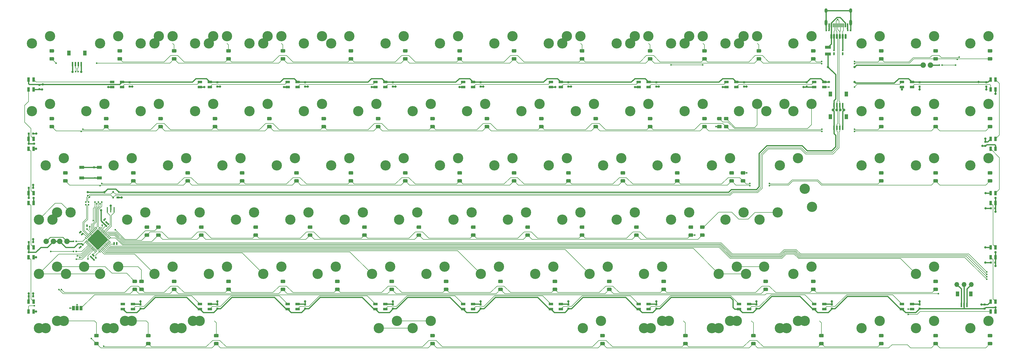
<source format=gbr>
%TF.GenerationSoftware,KiCad,Pcbnew,(5.1.12)-1*%
%TF.CreationDate,2022-12-08T05:34:39+07:00*%
%TF.ProjectId,Solder,536f6c64-6572-42e6-9b69-6361645f7063,rev?*%
%TF.SameCoordinates,Original*%
%TF.FileFunction,Copper,L2,Bot*%
%TF.FilePolarity,Positive*%
%FSLAX46Y46*%
G04 Gerber Fmt 4.6, Leading zero omitted, Abs format (unit mm)*
G04 Created by KiCad (PCBNEW (5.1.12)-1) date 2022-12-08 05:34:39*
%MOMM*%
%LPD*%
G01*
G04 APERTURE LIST*
%TA.AperFunction,ComponentPad*%
%ADD10O,1.700000X1.700000*%
%TD*%
%TA.AperFunction,SMDPad,CuDef*%
%ADD11R,0.600000X1.550000*%
%TD*%
%TA.AperFunction,SMDPad,CuDef*%
%ADD12R,1.200000X1.800000*%
%TD*%
%TA.AperFunction,SMDPad,CuDef*%
%ADD13R,1.000000X1.500000*%
%TD*%
%TA.AperFunction,SMDPad,CuDef*%
%ADD14R,1.800000X1.100000*%
%TD*%
%TA.AperFunction,ComponentPad*%
%ADD15C,1.000000*%
%TD*%
%TA.AperFunction,ComponentPad*%
%ADD16O,1.000000X1.000000*%
%TD*%
%TA.AperFunction,ComponentPad*%
%ADD17C,0.400000*%
%TD*%
%TA.AperFunction,SMDPad,CuDef*%
%ADD18C,3.600000*%
%TD*%
%TA.AperFunction,ComponentPad*%
%ADD19C,2.500000*%
%TD*%
%TA.AperFunction,SMDPad,CuDef*%
%ADD20R,0.800000X0.750000*%
%TD*%
%TA.AperFunction,SMDPad,CuDef*%
%ADD21R,0.750000X0.800000*%
%TD*%
%TA.AperFunction,SMDPad,CuDef*%
%ADD22R,1.600000X0.850000*%
%TD*%
%TA.AperFunction,SMDPad,CuDef*%
%ADD23R,0.850000X1.600000*%
%TD*%
%TA.AperFunction,SMDPad,CuDef*%
%ADD24R,0.560000X0.620000*%
%TD*%
%TA.AperFunction,SMDPad,CuDef*%
%ADD25R,0.620000X0.560000*%
%TD*%
%TA.AperFunction,SMDPad,CuDef*%
%ADD26R,2.030000X1.140000*%
%TD*%
%TA.AperFunction,ComponentPad*%
%ADD27O,1.000000X2.100000*%
%TD*%
%TA.AperFunction,ComponentPad*%
%ADD28O,1.000000X1.600000*%
%TD*%
%TA.AperFunction,ComponentPad*%
%ADD29O,0.700000X1.800000*%
%TD*%
%TA.AperFunction,ComponentPad*%
%ADD30C,0.500000*%
%TD*%
%TA.AperFunction,ComponentPad*%
%ADD31C,1.905000*%
%TD*%
%TA.AperFunction,SMDPad,CuDef*%
%ADD32R,0.600000X1.450000*%
%TD*%
%TA.AperFunction,SMDPad,CuDef*%
%ADD33R,0.300000X1.450000*%
%TD*%
%TA.AperFunction,SMDPad,CuDef*%
%ADD34R,1.000000X0.700000*%
%TD*%
%TA.AperFunction,SMDPad,CuDef*%
%ADD35R,0.600000X0.700000*%
%TD*%
%TA.AperFunction,ConnectorPad*%
%ADD36C,3.600000*%
%TD*%
%TA.AperFunction,SMDPad,CuDef*%
%ADD37C,0.100000*%
%TD*%
%TA.AperFunction,SMDPad,CuDef*%
%ADD38R,0.400000X1.900000*%
%TD*%
%TA.AperFunction,ViaPad*%
%ADD39C,0.800000*%
%TD*%
%TA.AperFunction,ViaPad*%
%ADD40C,0.600000*%
%TD*%
%TA.AperFunction,Conductor*%
%ADD41C,0.200000*%
%TD*%
%TA.AperFunction,Conductor*%
%ADD42C,0.400000*%
%TD*%
%TA.AperFunction,Conductor*%
%ADD43C,0.250000*%
%TD*%
G04 APERTURE END LIST*
D10*
%TO.P,J7,1*%
%TO.N,GND*%
X356089297Y-115390402D03*
%TO.P,J7,2*%
%TO.N,+5V*%
X358629297Y-115390402D03*
%TO.P,J7,3*%
%TO.N,DOUT*%
X361169297Y-115390402D03*
%TD*%
D11*
%TO.P,J6,3*%
%TO.N,DOUT*%
X359629297Y-122546662D03*
%TO.P,J6,2*%
%TO.N,+5V*%
X358629297Y-122546662D03*
%TO.P,J6,1*%
%TO.N,GND*%
X357629297Y-122546662D03*
D12*
%TO.P,J6,*%
%TO.N,*%
X356329297Y-118671662D03*
X360929297Y-118671662D03*
%TD*%
D13*
%TO.P,JP1,3*%
%TO.N,DOUT*%
X49284237Y-123724812D03*
%TO.P,JP1,2*%
%TO.N,RGB*%
X47984237Y-123724812D03*
%TO.P,JP1,1*%
%TO.N,Underglow*%
X46684237Y-123724812D03*
%TD*%
D14*
%TO.P,SW1,1*%
%TO.N,GND*%
X55737337Y-74249612D03*
%TO.P,SW1,2*%
%TO.N,Net-(R1-Pad2)*%
X49537337Y-77949612D03*
X55737337Y-77949612D03*
%TO.P,SW1,1*%
%TO.N,GND*%
X49537337Y-74249612D03*
%TD*%
D12*
%TO.P,J5,*%
%TO.N,*%
X317374837Y-56487112D03*
X311774837Y-56487112D03*
D11*
%TO.P,J5,1*%
%TO.N,+5V*%
X313074837Y-60362112D03*
%TO.P,J5,2*%
%TO.N,C-*%
X314074837Y-60362112D03*
%TO.P,J5,4*%
%TO.N,GND*%
X316074837Y-60362112D03*
%TO.P,J5,3*%
%TO.N,C+*%
X315074837Y-60362112D03*
%TD*%
D15*
%TO.P,J4,1*%
%TO.N,+5V*%
X312669837Y-54087112D03*
D16*
%TO.P,J4,2*%
%TO.N,C-*%
X313939837Y-54087112D03*
%TO.P,J4,3*%
%TO.N,C+*%
X315209837Y-54087112D03*
%TO.P,J4,4*%
%TO.N,GND*%
X316479837Y-54087112D03*
%TD*%
D12*
%TO.P,J3,*%
%TO.N,*%
X317374837Y-48487112D03*
X311774837Y-48487112D03*
D11*
%TO.P,J3,1*%
%TO.N,+5V*%
X313074837Y-52362112D03*
%TO.P,J3,2*%
%TO.N,C-*%
X314074837Y-52362112D03*
%TO.P,J3,4*%
%TO.N,GND*%
X316074837Y-52362112D03*
%TO.P,J3,3*%
%TO.N,C+*%
X315074837Y-52362112D03*
%TD*%
D17*
%TO.P,MX108,1*%
%TO.N,C7*%
X341721087Y-131759612D03*
%TO.P,MX108,2*%
%TO.N,Net-(D90-Pad2)*%
X348071087Y-127119612D03*
D18*
%TO.P,MX108,1*%
%TO.N,C7*%
X341721087Y-130709612D03*
D19*
X341721087Y-130709612D03*
D17*
%TO.P,MX108,2*%
%TO.N,Net-(D90-Pad2)*%
X347021087Y-128169612D03*
X348071087Y-129219612D03*
D18*
X348071087Y-128169612D03*
D19*
X348071087Y-128169612D03*
D17*
%TO.P,MX108,1*%
%TO.N,C7*%
X340671087Y-130709612D03*
X342771087Y-130709612D03*
X341721087Y-129659612D03*
%TO.P,MX108,2*%
%TO.N,Net-(D90-Pad2)*%
X349121087Y-128169612D03*
%TD*%
D20*
%TO.P,C38,2*%
%TO.N,GND*%
X32551293Y-62407438D03*
%TO.P,C38,1*%
%TO.N,+5V*%
X31051293Y-62407438D03*
%TD*%
%TO.P,C37,2*%
%TO.N,+5V*%
X31051293Y-119557582D03*
%TO.P,C37,1*%
%TO.N,GND*%
X32551293Y-119557582D03*
%TD*%
%TO.P,C36,2*%
%TO.N,GND*%
X367999017Y-107651302D03*
%TO.P,C36,1*%
%TO.N,+5V*%
X369499017Y-107651302D03*
%TD*%
D21*
%TO.P,C35,2*%
%TO.N,+5V*%
X366367761Y-44393332D03*
%TO.P,C35,1*%
%TO.N,GND*%
X366367761Y-45893332D03*
%TD*%
D20*
%TO.P,C34,2*%
%TO.N,GND*%
X32551293Y-81457486D03*
%TO.P,C34,1*%
%TO.N,+5V*%
X31051293Y-81457486D03*
%TD*%
D21*
%TO.P,C33,2*%
%TO.N,+5V*%
X34777863Y-45286303D03*
%TO.P,C33,1*%
%TO.N,GND*%
X34777863Y-46786303D03*
%TD*%
D20*
%TO.P,C32,2*%
%TO.N,GND*%
X367999017Y-88601254D03*
%TO.P,C32,1*%
%TO.N,+5V*%
X369499017Y-88601254D03*
%TD*%
%TO.P,C31,2*%
%TO.N,+5V*%
X31051293Y-100507534D03*
%TO.P,C31,1*%
%TO.N,GND*%
X32551293Y-100507534D03*
%TD*%
D21*
%TO.P,C30,2*%
%TO.N,GND*%
X366070104Y-65229322D03*
%TO.P,C30,1*%
%TO.N,+5V*%
X366070104Y-66729322D03*
%TD*%
%TO.P,C29,2*%
%TO.N,+5V*%
X365772447Y-123879466D03*
%TO.P,C29,1*%
%TO.N,GND*%
X365772447Y-122379466D03*
%TD*%
%TO.P,C9,2*%
%TO.N,+5V*%
X66329550Y-44393352D03*
%TO.P,C9,1*%
%TO.N,GND*%
X66329550Y-45893352D03*
%TD*%
%TO.P,C28,2*%
%TO.N,GND*%
X97069550Y-122379355D03*
%TO.P,C28,1*%
%TO.N,+5V*%
X97069550Y-123879355D03*
%TD*%
%TO.P,C27,2*%
%TO.N,GND*%
X127809550Y-122379355D03*
%TO.P,C27,1*%
%TO.N,+5V*%
X127809550Y-123879355D03*
%TD*%
%TO.P,C26,2*%
%TO.N,GND*%
X189289550Y-122379355D03*
%TO.P,C26,1*%
%TO.N,+5V*%
X189289550Y-123879355D03*
%TD*%
%TO.P,C25,2*%
%TO.N,GND*%
X342989550Y-122379355D03*
%TO.P,C25,1*%
%TO.N,+5V*%
X342989550Y-123879355D03*
%TD*%
%TO.P,C24,2*%
%TO.N,GND*%
X70119550Y-122379355D03*
%TO.P,C24,1*%
%TO.N,+5V*%
X70119550Y-123879355D03*
%TD*%
%TO.P,C23,2*%
%TO.N,GND*%
X220029550Y-122379355D03*
%TO.P,C23,1*%
%TO.N,+5V*%
X220029550Y-123879355D03*
%TD*%
%TO.P,C22,2*%
%TO.N,GND*%
X312253867Y-122379355D03*
%TO.P,C22,1*%
%TO.N,+5V*%
X312253867Y-123879355D03*
%TD*%
%TO.P,C21,2*%
%TO.N,GND*%
X158549550Y-122379355D03*
%TO.P,C21,1*%
%TO.N,+5V*%
X158549550Y-123879355D03*
%TD*%
%TO.P,C20,2*%
%TO.N,GND*%
X285837869Y-122379355D03*
%TO.P,C20,1*%
%TO.N,+5V*%
X285837869Y-123879355D03*
%TD*%
%TO.P,C19,2*%
%TO.N,GND*%
X250769550Y-122379355D03*
%TO.P,C19,1*%
%TO.N,+5V*%
X250769550Y-123879355D03*
%TD*%
%TO.P,C18,2*%
%TO.N,+5V*%
X342989550Y-44393352D03*
%TO.P,C18,1*%
%TO.N,GND*%
X342989550Y-45893352D03*
%TD*%
%TO.P,C17,2*%
%TO.N,+5V*%
X303479344Y-44393352D03*
%TO.P,C17,1*%
%TO.N,GND*%
X303479344Y-45893352D03*
%TD*%
%TO.P,C16,2*%
%TO.N,+5V*%
X189289550Y-44393352D03*
%TO.P,C16,1*%
%TO.N,GND*%
X189289550Y-45893352D03*
%TD*%
%TO.P,C15,2*%
%TO.N,+5V*%
X281509550Y-44393352D03*
%TO.P,C15,1*%
%TO.N,GND*%
X281509550Y-45893352D03*
%TD*%
%TO.P,C14,2*%
%TO.N,+5V*%
X220029550Y-44393352D03*
%TO.P,C14,1*%
%TO.N,GND*%
X220029550Y-45893352D03*
%TD*%
%TO.P,C13,2*%
%TO.N,+5V*%
X158549550Y-44393352D03*
%TO.P,C13,1*%
%TO.N,GND*%
X158549550Y-45893352D03*
%TD*%
%TO.P,C12,2*%
%TO.N,+5V*%
X250769550Y-44393352D03*
%TO.P,C12,1*%
%TO.N,GND*%
X250769550Y-45893352D03*
%TD*%
%TO.P,C11,2*%
%TO.N,+5V*%
X127809550Y-44393352D03*
%TO.P,C11,1*%
%TO.N,GND*%
X127809550Y-45893352D03*
%TD*%
%TO.P,C10,2*%
%TO.N,+5V*%
X97069550Y-44393352D03*
%TO.P,C10,1*%
%TO.N,GND*%
X97069550Y-45893352D03*
%TD*%
D22*
%TO.P,RGB5,3*%
%TO.N,GND*%
X90935719Y-46018352D03*
%TO.P,RGB5,1*%
%TO.N,+5V*%
X94435719Y-44268352D03*
%TO.P,RGB5,4*%
%TO.N,Net-(RGB2-Pad2)*%
X90935719Y-44268352D03*
%TO.P,RGB5,2*%
%TO.N,Net-(RGB5-Pad2)*%
X94435719Y-46018352D03*
%TD*%
%TO.P,RGB30,3*%
%TO.N,GND*%
X67484237Y-122254355D03*
%TO.P,RGB30,1*%
%TO.N,+5V*%
X63984237Y-124004355D03*
%TO.P,RGB30,4*%
%TO.N,Net-(RGB29-Pad2)*%
X67484237Y-124004355D03*
%TO.P,RGB30,2*%
%TO.N,N/C*%
X63984237Y-122254355D03*
%TD*%
%TO.P,RGB29,3*%
%TO.N,GND*%
X94433867Y-122254355D03*
%TO.P,RGB29,1*%
%TO.N,+5V*%
X90933867Y-124004355D03*
%TO.P,RGB29,4*%
%TO.N,Net-(RGB28-Pad2)*%
X94433867Y-124004355D03*
%TO.P,RGB29,2*%
%TO.N,Net-(RGB29-Pad2)*%
X90933867Y-122254355D03*
%TD*%
%TO.P,RGB28,3*%
%TO.N,GND*%
X125173867Y-122254355D03*
%TO.P,RGB28,1*%
%TO.N,+5V*%
X121673867Y-124004355D03*
%TO.P,RGB28,4*%
%TO.N,Net-(RGB27-Pad2)*%
X125173867Y-124004355D03*
%TO.P,RGB28,2*%
%TO.N,Net-(RGB28-Pad2)*%
X121673867Y-122254355D03*
%TD*%
%TO.P,RGB27,3*%
%TO.N,GND*%
X155913867Y-122254355D03*
%TO.P,RGB27,1*%
%TO.N,+5V*%
X152413867Y-124004355D03*
%TO.P,RGB27,4*%
%TO.N,Net-(RGB26-Pad2)*%
X155913867Y-124004355D03*
%TO.P,RGB27,2*%
%TO.N,Net-(RGB27-Pad2)*%
X152413867Y-122254355D03*
%TD*%
%TO.P,RGB26,3*%
%TO.N,GND*%
X186653867Y-122254355D03*
%TO.P,RGB26,1*%
%TO.N,+5V*%
X183153867Y-124004355D03*
%TO.P,RGB26,4*%
%TO.N,Net-(RGB25-Pad2)*%
X186653867Y-124004355D03*
%TO.P,RGB26,2*%
%TO.N,Net-(RGB26-Pad2)*%
X183153867Y-122254355D03*
%TD*%
%TO.P,RGB25,3*%
%TO.N,GND*%
X217393867Y-122254355D03*
%TO.P,RGB25,1*%
%TO.N,+5V*%
X213893867Y-124004355D03*
%TO.P,RGB25,4*%
%TO.N,Net-(RGB24-Pad2)*%
X217393867Y-124004355D03*
%TO.P,RGB25,2*%
%TO.N,Net-(RGB25-Pad2)*%
X213893867Y-122254355D03*
%TD*%
%TO.P,RGB24,3*%
%TO.N,GND*%
X248133867Y-122254355D03*
%TO.P,RGB24,1*%
%TO.N,+5V*%
X244633867Y-124004355D03*
%TO.P,RGB24,4*%
%TO.N,Net-(RGB23-Pad2)*%
X248133867Y-124004355D03*
%TO.P,RGB24,2*%
%TO.N,Net-(RGB24-Pad2)*%
X244633867Y-122254355D03*
%TD*%
%TO.P,RGB23,3*%
%TO.N,GND*%
X283285202Y-122254355D03*
%TO.P,RGB23,1*%
%TO.N,+5V*%
X279785202Y-124004355D03*
%TO.P,RGB23,4*%
%TO.N,Net-(RGB22-Pad2)*%
X283285202Y-124004355D03*
%TO.P,RGB23,2*%
%TO.N,Net-(RGB23-Pad2)*%
X279785202Y-122254355D03*
%TD*%
%TO.P,RGB22,3*%
%TO.N,GND*%
X309613867Y-122254355D03*
%TO.P,RGB22,1*%
%TO.N,+5V*%
X306113867Y-124004355D03*
%TO.P,RGB22,4*%
%TO.N,Net-(RGB21-Pad2)*%
X309613867Y-124004355D03*
%TO.P,RGB22,2*%
%TO.N,Net-(RGB22-Pad2)*%
X306113867Y-122254355D03*
%TD*%
%TO.P,RGB21,3*%
%TO.N,GND*%
X340353867Y-122254355D03*
%TO.P,RGB21,1*%
%TO.N,+5V*%
X336853867Y-124004355D03*
%TO.P,RGB21,4*%
%TO.N,Strip3*%
X340353867Y-124004355D03*
%TO.P,RGB21,2*%
%TO.N,Net-(RGB21-Pad2)*%
X336853867Y-122254355D03*
%TD*%
D17*
%TO.P,MX91,2*%
%TO.N,Net-(D81-Pad2)*%
X300446087Y-127119612D03*
%TO.P,MX91,1*%
%TO.N,C6*%
X294096087Y-131759612D03*
%TO.P,MX91,2*%
%TO.N,Net-(D81-Pad2)*%
X301496087Y-128169612D03*
%TO.P,MX91,1*%
%TO.N,C6*%
X294096087Y-129659612D03*
X293046087Y-130709612D03*
%TO.P,MX91,2*%
%TO.N,Net-(D81-Pad2)*%
X299396087Y-128169612D03*
%TO.P,MX91,1*%
%TO.N,C6*%
X295146087Y-130709612D03*
%TO.P,MX91,2*%
%TO.N,Net-(D81-Pad2)*%
X300446087Y-129219612D03*
D19*
%TO.P,MX91,1*%
%TO.N,C6*%
X294096087Y-130709612D03*
%TO.P,MX91,2*%
%TO.N,Net-(D81-Pad2)*%
X300446087Y-128169612D03*
D18*
%TO.P,MX91,1*%
%TO.N,C6*%
X294096087Y-130709612D03*
%TO.P,MX91,2*%
%TO.N,Net-(D81-Pad2)*%
X300446087Y-128169612D03*
%TD*%
D17*
%TO.P,MX14,1*%
%TO.N,C0*%
X65496087Y-93659612D03*
%TO.P,MX14,2*%
%TO.N,Net-(D13-Pad2)*%
X71846087Y-89019612D03*
D18*
%TO.P,MX14,1*%
%TO.N,C0*%
X65496087Y-92609612D03*
D19*
X65496087Y-92609612D03*
D17*
%TO.P,MX14,2*%
%TO.N,Net-(D13-Pad2)*%
X70796087Y-90069612D03*
X71846087Y-91119612D03*
D18*
X71846087Y-90069612D03*
D19*
X71846087Y-90069612D03*
D17*
%TO.P,MX14,1*%
%TO.N,C0*%
X64446087Y-92609612D03*
X66546087Y-92609612D03*
X65496087Y-91559612D03*
%TO.P,MX14,2*%
%TO.N,Net-(D13-Pad2)*%
X72896087Y-90069612D03*
%TD*%
D23*
%TO.P,RGB12,3*%
%TO.N,GND*%
X367874017Y-121379355D03*
%TO.P,RGB12,1*%
%TO.N,+5V*%
X369624017Y-124879355D03*
%TO.P,RGB12,4*%
%TO.N,Net-(RGB12-Pad4)*%
X369624017Y-121379355D03*
%TO.P,RGB12,2*%
%TO.N,Strip3*%
X367874017Y-124879355D03*
%TD*%
%TO.P,RGB9,3*%
%TO.N,GND*%
X367874017Y-102329339D03*
%TO.P,RGB9,1*%
%TO.N,+5V*%
X369624017Y-105829339D03*
%TO.P,RGB9,4*%
%TO.N,Net-(RGB6-Pad2)*%
X369624017Y-102329339D03*
%TO.P,RGB9,2*%
%TO.N,Net-(RGB12-Pad4)*%
X367874017Y-105829339D03*
%TD*%
%TO.P,RGB6,3*%
%TO.N,GND*%
X367874017Y-83279370D03*
%TO.P,RGB6,1*%
%TO.N,+5V*%
X369624017Y-86779370D03*
%TO.P,RGB6,4*%
%TO.N,Net-(RGB3-Pad2)*%
X369624017Y-83279370D03*
%TO.P,RGB6,2*%
%TO.N,Net-(RGB6-Pad2)*%
X367874017Y-86779370D03*
%TD*%
%TO.P,RGB3,3*%
%TO.N,GND*%
X367874017Y-64229307D03*
%TO.P,RGB3,1*%
%TO.N,+5V*%
X369624017Y-67729307D03*
%TO.P,RGB3,4*%
%TO.N,Net-(RGB20-Pad2)*%
X369624017Y-64229307D03*
%TO.P,RGB3,2*%
%TO.N,Net-(RGB3-Pad2)*%
X367874017Y-67729307D03*
%TD*%
%TO.P,RGB20,3*%
%TO.N,GND*%
X369624017Y-46893332D03*
%TO.P,RGB20,1*%
%TO.N,+5V*%
X367874017Y-43393332D03*
%TO.P,RGB20,4*%
%TO.N,Strip2*%
X367874017Y-46893332D03*
%TO.P,RGB20,2*%
%TO.N,Net-(RGB20-Pad2)*%
X369624017Y-43393332D03*
%TD*%
D22*
%TO.P,RGB19,3*%
%TO.N,GND*%
X336854265Y-46018352D03*
%TO.P,RGB19,1*%
%TO.N,+5V*%
X340354265Y-44268352D03*
%TO.P,RGB19,4*%
%TO.N,Net-(RGB18-Pad2)*%
X336854265Y-44268352D03*
%TO.P,RGB19,2*%
%TO.N,Strip2*%
X340354265Y-46018352D03*
%TD*%
%TO.P,RGB18,3*%
%TO.N,GND*%
X306114447Y-46018352D03*
%TO.P,RGB18,1*%
%TO.N,+5V*%
X309614447Y-44268352D03*
%TO.P,RGB18,4*%
%TO.N,Net-(RGB17-Pad2)*%
X306114447Y-44268352D03*
%TO.P,RGB18,2*%
%TO.N,Net-(RGB18-Pad2)*%
X309614447Y-46018352D03*
%TD*%
%TO.P,RGB17,3*%
%TO.N,GND*%
X275374629Y-46018352D03*
%TO.P,RGB17,1*%
%TO.N,+5V*%
X278874629Y-44268352D03*
%TO.P,RGB17,4*%
%TO.N,Net-(RGB16-Pad2)*%
X275374629Y-44268352D03*
%TO.P,RGB17,2*%
%TO.N,Net-(RGB17-Pad2)*%
X278874629Y-46018352D03*
%TD*%
%TO.P,RGB16,3*%
%TO.N,GND*%
X244634810Y-46018352D03*
%TO.P,RGB16,1*%
%TO.N,+5V*%
X248134810Y-44268352D03*
%TO.P,RGB16,4*%
%TO.N,Net-(RGB15-Pad2)*%
X244634810Y-44268352D03*
%TO.P,RGB16,2*%
%TO.N,Net-(RGB16-Pad2)*%
X248134810Y-46018352D03*
%TD*%
%TO.P,RGB15,3*%
%TO.N,GND*%
X213894992Y-46018352D03*
%TO.P,RGB15,1*%
%TO.N,+5V*%
X217394992Y-44268352D03*
%TO.P,RGB15,4*%
%TO.N,Net-(RGB14-Pad2)*%
X213894992Y-44268352D03*
%TO.P,RGB15,2*%
%TO.N,Net-(RGB15-Pad2)*%
X217394992Y-46018352D03*
%TD*%
%TO.P,RGB14,3*%
%TO.N,GND*%
X183155174Y-46018352D03*
%TO.P,RGB14,1*%
%TO.N,+5V*%
X186655174Y-44268352D03*
%TO.P,RGB14,4*%
%TO.N,Net-(RGB11-Pad2)*%
X183155174Y-44268352D03*
%TO.P,RGB14,2*%
%TO.N,Net-(RGB14-Pad2)*%
X186655174Y-46018352D03*
%TD*%
%TO.P,RGB11,3*%
%TO.N,GND*%
X152415356Y-46018352D03*
%TO.P,RGB11,1*%
%TO.N,+5V*%
X155915356Y-44268352D03*
%TO.P,RGB11,4*%
%TO.N,Net-(RGB11-Pad4)*%
X152415356Y-44268352D03*
%TO.P,RGB11,2*%
%TO.N,Net-(RGB11-Pad2)*%
X155915356Y-46018352D03*
%TD*%
%TO.P,RGB8,3*%
%TO.N,GND*%
X121675538Y-46018352D03*
%TO.P,RGB8,1*%
%TO.N,+5V*%
X125175538Y-44268352D03*
%TO.P,RGB8,4*%
%TO.N,Net-(RGB5-Pad2)*%
X121675538Y-44268352D03*
%TO.P,RGB8,2*%
%TO.N,Net-(RGB11-Pad4)*%
X125175538Y-46018352D03*
%TD*%
%TO.P,RGB2,3*%
%TO.N,GND*%
X60195901Y-46018352D03*
%TO.P,RGB2,1*%
%TO.N,+5V*%
X63695901Y-44268352D03*
%TO.P,RGB2,4*%
%TO.N,Strip1*%
X60195901Y-44268352D03*
%TO.P,RGB2,2*%
%TO.N,Net-(RGB2-Pad2)*%
X63695901Y-46018352D03*
%TD*%
D23*
%TO.P,RGB1,3*%
%TO.N,GND*%
X32676293Y-124879355D03*
%TO.P,RGB1,1*%
%TO.N,+5V*%
X30926293Y-121379355D03*
%TO.P,RGB1,4*%
%TO.N,Underglow*%
X30926293Y-124879355D03*
%TO.P,RGB1,2*%
%TO.N,Net-(RGB1-Pad2)*%
X32676293Y-121379355D03*
%TD*%
D24*
%TO.P,R5,1*%
%TO.N,RGB*%
X46664587Y-103829612D03*
%TO.P,R5,2*%
%TO.N,Net-(R5-Pad2)*%
X47624587Y-103829612D03*
%TD*%
D23*
%TO.P,RGB13,3*%
%TO.N,GND*%
X32676293Y-46893352D03*
%TO.P,RGB13,1*%
%TO.N,+5V*%
X30926293Y-43393352D03*
%TO.P,RGB13,4*%
%TO.N,Net-(RGB10-Pad2)*%
X30926293Y-46893352D03*
%TO.P,RGB13,2*%
%TO.N,Strip1*%
X32676293Y-43393352D03*
%TD*%
%TO.P,RGB10,3*%
%TO.N,GND*%
X32676293Y-67729307D03*
%TO.P,RGB10,1*%
%TO.N,+5V*%
X30926293Y-64229307D03*
%TO.P,RGB10,4*%
%TO.N,Net-(RGB10-Pad4)*%
X30926293Y-67729307D03*
%TO.P,RGB10,2*%
%TO.N,Net-(RGB10-Pad2)*%
X32676293Y-64229307D03*
%TD*%
%TO.P,RGB7,3*%
%TO.N,GND*%
X32676293Y-86779323D03*
%TO.P,RGB7,1*%
%TO.N,+5V*%
X30926293Y-83279323D03*
%TO.P,RGB7,4*%
%TO.N,Net-(RGB4-Pad2)*%
X30926293Y-86779323D03*
%TO.P,RGB7,2*%
%TO.N,Net-(RGB10-Pad4)*%
X32676293Y-83279323D03*
%TD*%
%TO.P,RGB4,3*%
%TO.N,GND*%
X32676293Y-105829339D03*
%TO.P,RGB4,1*%
%TO.N,+5V*%
X30926293Y-102329339D03*
%TO.P,RGB4,4*%
%TO.N,Net-(RGB1-Pad2)*%
X30926293Y-105829339D03*
%TO.P,RGB4,2*%
%TO.N,Net-(RGB4-Pad2)*%
X32676293Y-102329339D03*
%TD*%
D17*
%TO.P,MX109,1*%
%TO.N,C8*%
X360771087Y-31747112D03*
%TO.P,MX109,2*%
%TO.N,Net-(D91-Pad2)*%
X367121087Y-27107112D03*
D18*
%TO.P,MX109,1*%
%TO.N,C8*%
X360771087Y-30697112D03*
D19*
X360771087Y-30697112D03*
D17*
%TO.P,MX109,2*%
%TO.N,Net-(D91-Pad2)*%
X366071087Y-28157112D03*
X367121087Y-29207112D03*
D18*
X367121087Y-28157112D03*
D19*
X367121087Y-28157112D03*
D17*
%TO.P,MX109,1*%
%TO.N,C8*%
X359721087Y-30697112D03*
X361821087Y-30697112D03*
X360771087Y-29647112D03*
%TO.P,MX109,2*%
%TO.N,Net-(D91-Pad2)*%
X368171087Y-28157112D03*
%TD*%
%TO.P,MX2,1*%
%TO.N,C0*%
X32158587Y-31747112D03*
%TO.P,MX2,2*%
%TO.N,Net-(D4-Pad2)*%
X38508587Y-27107112D03*
D18*
%TO.P,MX2,1*%
%TO.N,C0*%
X32158587Y-30697112D03*
D19*
X32158587Y-30697112D03*
D17*
%TO.P,MX2,2*%
%TO.N,Net-(D4-Pad2)*%
X37458587Y-28157112D03*
X38508587Y-29207112D03*
D18*
X38508587Y-28157112D03*
D19*
X38508587Y-28157112D03*
D17*
%TO.P,MX2,1*%
%TO.N,C0*%
X31108587Y-30697112D03*
X33208587Y-30697112D03*
X32158587Y-29647112D03*
%TO.P,MX2,2*%
%TO.N,Net-(D4-Pad2)*%
X39558587Y-28157112D03*
%TD*%
%TO.P,MX11,1*%
%TO.N,C0*%
X55971087Y-31747112D03*
%TO.P,MX11,2*%
%TO.N,Net-(D10-Pad2)*%
X62321087Y-27107112D03*
D18*
%TO.P,MX11,1*%
%TO.N,C0*%
X55971087Y-30697112D03*
D19*
X55971087Y-30697112D03*
D17*
%TO.P,MX11,2*%
%TO.N,Net-(D10-Pad2)*%
X61271087Y-28157112D03*
X62321087Y-29207112D03*
D18*
X62321087Y-28157112D03*
D19*
X62321087Y-28157112D03*
D17*
%TO.P,MX11,1*%
%TO.N,C0*%
X54921087Y-30697112D03*
X57021087Y-30697112D03*
X55971087Y-29647112D03*
%TO.P,MX11,2*%
%TO.N,Net-(D10-Pad2)*%
X63371087Y-28157112D03*
%TD*%
D12*
%TO.P,J2,*%
%TO.N,*%
X50674837Y-34137112D03*
X45074837Y-34137112D03*
D11*
%TO.P,J2,1*%
%TO.N,+5V*%
X46374837Y-38012112D03*
%TO.P,J2,2*%
%TO.N,C-*%
X47374837Y-38012112D03*
%TO.P,J2,4*%
%TO.N,GND*%
X49374837Y-38012112D03*
%TO.P,J2,3*%
%TO.N,C+*%
X48374837Y-38012112D03*
%TD*%
D17*
%TO.P,MX7,1*%
%TO.N,C0*%
X44064837Y-112709612D03*
%TO.P,MX7,2*%
%TO.N,Net-(D8-Pad2)*%
X50414837Y-108069612D03*
D18*
%TO.P,MX7,1*%
%TO.N,C0*%
X44064837Y-111659612D03*
D19*
X44064837Y-111659612D03*
D17*
%TO.P,MX7,2*%
%TO.N,Net-(D8-Pad2)*%
X49364837Y-109119612D03*
X50414837Y-110169612D03*
D18*
X50414837Y-109119612D03*
D19*
X50414837Y-109119612D03*
D17*
%TO.P,MX7,1*%
%TO.N,C0*%
X43014837Y-111659612D03*
X45114837Y-111659612D03*
X44064837Y-110609612D03*
%TO.P,MX7,2*%
%TO.N,Net-(D8-Pad2)*%
X51464837Y-109119612D03*
%TD*%
%TO.P,MX13,1*%
%TO.N,C0*%
X60733587Y-74609612D03*
%TO.P,MX13,2*%
%TO.N,Net-(D12-Pad2)*%
X67083587Y-69969612D03*
D18*
%TO.P,MX13,1*%
%TO.N,C0*%
X60733587Y-73559612D03*
D19*
X60733587Y-73559612D03*
D17*
%TO.P,MX13,2*%
%TO.N,Net-(D12-Pad2)*%
X66033587Y-71019612D03*
X67083587Y-72069612D03*
D18*
X67083587Y-71019612D03*
D19*
X67083587Y-71019612D03*
D17*
%TO.P,MX13,1*%
%TO.N,C0*%
X59683587Y-73559612D03*
X61783587Y-73559612D03*
X60733587Y-72509612D03*
%TO.P,MX13,2*%
%TO.N,Net-(D12-Pad2)*%
X68133587Y-71019612D03*
%TD*%
%TO.P,D86,2*%
%TO.N,Net-(D86-Pad2)*%
%TA.AperFunction,SMDPad,CuDef*%
G36*
G01*
X349190087Y-33937112D02*
X348070087Y-33937112D01*
G75*
G02*
X347830087Y-33697112I0J240000D01*
G01*
X347830087Y-32977112D01*
G75*
G02*
X348070087Y-32737112I240000J0D01*
G01*
X349190087Y-32737112D01*
G75*
G02*
X349430087Y-32977112I0J-240000D01*
G01*
X349430087Y-33697112D01*
G75*
G02*
X349190087Y-33937112I-240000J0D01*
G01*
G37*
%TD.AperFunction*%
%TO.P,D86,1*%
%TO.N,R0*%
%TA.AperFunction,SMDPad,CuDef*%
G36*
G01*
X349190087Y-36737112D02*
X348070087Y-36737112D01*
G75*
G02*
X347830087Y-36497112I0J240000D01*
G01*
X347830087Y-35777112D01*
G75*
G02*
X348070087Y-35537112I240000J0D01*
G01*
X349190087Y-35537112D01*
G75*
G02*
X349430087Y-35777112I0J-240000D01*
G01*
X349430087Y-36497112D01*
G75*
G02*
X349190087Y-36737112I-240000J0D01*
G01*
G37*
%TD.AperFunction*%
%TD*%
%TO.P,D82,2*%
%TO.N,Net-(D82-Pad2)*%
%TA.AperFunction,SMDPad,CuDef*%
G36*
G01*
X330140087Y-33937112D02*
X329020087Y-33937112D01*
G75*
G02*
X328780087Y-33697112I0J240000D01*
G01*
X328780087Y-32977112D01*
G75*
G02*
X329020087Y-32737112I240000J0D01*
G01*
X330140087Y-32737112D01*
G75*
G02*
X330380087Y-32977112I0J-240000D01*
G01*
X330380087Y-33697112D01*
G75*
G02*
X330140087Y-33937112I-240000J0D01*
G01*
G37*
%TD.AperFunction*%
%TO.P,D82,1*%
%TO.N,R1*%
%TA.AperFunction,SMDPad,CuDef*%
G36*
G01*
X330140087Y-36737112D02*
X329020087Y-36737112D01*
G75*
G02*
X328780087Y-36497112I0J240000D01*
G01*
X328780087Y-35777112D01*
G75*
G02*
X329020087Y-35537112I240000J0D01*
G01*
X330140087Y-35537112D01*
G75*
G02*
X330380087Y-35777112I0J-240000D01*
G01*
X330380087Y-36497112D01*
G75*
G02*
X330140087Y-36737112I-240000J0D01*
G01*
G37*
%TD.AperFunction*%
%TD*%
%TO.P,MX24,1*%
%TO.N,Net-(D16-Pad2)*%
X75021087Y-31747112D03*
%TO.P,MX24,2*%
%TO.N,C1*%
X81371087Y-27107112D03*
D18*
%TO.P,MX24,1*%
%TO.N,Net-(D16-Pad2)*%
X75021087Y-30697112D03*
D19*
X75021087Y-30697112D03*
D17*
%TO.P,MX24,2*%
%TO.N,C1*%
X80321087Y-28157112D03*
X81371087Y-29207112D03*
D18*
X81371087Y-28157112D03*
D19*
X81371087Y-28157112D03*
D17*
%TO.P,MX24,1*%
%TO.N,Net-(D16-Pad2)*%
X73971087Y-30697112D03*
X76071087Y-30697112D03*
X75021087Y-29647112D03*
%TO.P,MX24,2*%
%TO.N,C1*%
X82421087Y-28157112D03*
%TD*%
%TO.P,D91,2*%
%TO.N,Net-(D91-Pad2)*%
%TA.AperFunction,SMDPad,CuDef*%
G36*
G01*
X368240087Y-33937112D02*
X367120087Y-33937112D01*
G75*
G02*
X366880087Y-33697112I0J240000D01*
G01*
X366880087Y-32977112D01*
G75*
G02*
X367120087Y-32737112I240000J0D01*
G01*
X368240087Y-32737112D01*
G75*
G02*
X368480087Y-32977112I0J-240000D01*
G01*
X368480087Y-33697112D01*
G75*
G02*
X368240087Y-33937112I-240000J0D01*
G01*
G37*
%TD.AperFunction*%
%TO.P,D91,1*%
%TO.N,R0*%
%TA.AperFunction,SMDPad,CuDef*%
G36*
G01*
X368240087Y-36737112D02*
X367120087Y-36737112D01*
G75*
G02*
X366880087Y-36497112I0J240000D01*
G01*
X366880087Y-35777112D01*
G75*
G02*
X367120087Y-35537112I240000J0D01*
G01*
X368240087Y-35537112D01*
G75*
G02*
X368480087Y-35777112I0J-240000D01*
G01*
X368480087Y-36497112D01*
G75*
G02*
X368240087Y-36737112I-240000J0D01*
G01*
G37*
%TD.AperFunction*%
%TD*%
%TO.P,MX92,1*%
%TO.N,C6*%
X298858587Y-31747112D03*
%TO.P,MX92,2*%
%TO.N,Net-(D76-Pad2)*%
X305208587Y-27107112D03*
D18*
%TO.P,MX92,1*%
%TO.N,C6*%
X298858587Y-30697112D03*
D19*
X298858587Y-30697112D03*
D17*
%TO.P,MX92,2*%
%TO.N,Net-(D76-Pad2)*%
X304158587Y-28157112D03*
X305208587Y-29207112D03*
D18*
X305208587Y-28157112D03*
D19*
X305208587Y-28157112D03*
D17*
%TO.P,MX92,1*%
%TO.N,C6*%
X297808587Y-30697112D03*
X299908587Y-30697112D03*
X298858587Y-29647112D03*
%TO.P,MX92,2*%
%TO.N,Net-(D76-Pad2)*%
X306258587Y-28157112D03*
%TD*%
D25*
%TO.P,R10,1*%
%TO.N,CC2*%
X316074837Y-33157112D03*
%TO.P,R10,2*%
%TO.N,GND*%
X316074837Y-34117112D03*
%TD*%
D17*
%TO.P,MX100,1*%
%TO.N,C7*%
X322671087Y-31747112D03*
%TO.P,MX100,2*%
%TO.N,Net-(D82-Pad2)*%
X329021087Y-27107112D03*
D18*
%TO.P,MX100,1*%
%TO.N,C7*%
X322671087Y-30697112D03*
D19*
X322671087Y-30697112D03*
D17*
%TO.P,MX100,2*%
%TO.N,Net-(D82-Pad2)*%
X327971087Y-28157112D03*
X329021087Y-29207112D03*
D18*
X329021087Y-28157112D03*
D19*
X329021087Y-28157112D03*
D17*
%TO.P,MX100,1*%
%TO.N,C7*%
X321621087Y-30697112D03*
X323721087Y-30697112D03*
X322671087Y-29647112D03*
%TO.P,MX100,2*%
%TO.N,Net-(D82-Pad2)*%
X330071087Y-28157112D03*
%TD*%
D26*
%TO.P,F1,2*%
%TO.N,+5V*%
X310949837Y-34449612D03*
%TO.P,F1,1*%
%TO.N,Fuse*%
X310949837Y-32049612D03*
%TD*%
%TO.P,D64,2*%
%TO.N,Net-(D64-Pad2)*%
%TA.AperFunction,SMDPad,CuDef*%
G36*
G01*
X268227587Y-33937112D02*
X267107587Y-33937112D01*
G75*
G02*
X266867587Y-33697112I0J240000D01*
G01*
X266867587Y-32977112D01*
G75*
G02*
X267107587Y-32737112I240000J0D01*
G01*
X268227587Y-32737112D01*
G75*
G02*
X268467587Y-32977112I0J-240000D01*
G01*
X268467587Y-33697112D01*
G75*
G02*
X268227587Y-33937112I-240000J0D01*
G01*
G37*
%TD.AperFunction*%
%TO.P,D64,1*%
%TO.N,R1*%
%TA.AperFunction,SMDPad,CuDef*%
G36*
G01*
X268227587Y-36737112D02*
X267107587Y-36737112D01*
G75*
G02*
X266867587Y-36497112I0J240000D01*
G01*
X266867587Y-35777112D01*
G75*
G02*
X267107587Y-35537112I240000J0D01*
G01*
X268227587Y-35537112D01*
G75*
G02*
X268467587Y-35777112I0J-240000D01*
G01*
X268467587Y-36497112D01*
G75*
G02*
X268227587Y-36737112I-240000J0D01*
G01*
G37*
%TD.AperFunction*%
%TD*%
D27*
%TO.P,USB1,13*%
%TO.N,Shiled*%
X318894837Y-23417112D03*
X310254837Y-23417112D03*
D28*
X318894837Y-19237112D03*
X310254837Y-19237112D03*
%TD*%
D29*
%TO.P,J1,4*%
%TO.N,C+*%
X315074837Y-28237112D03*
D30*
X315074837Y-27637112D03*
X315074837Y-28837112D03*
D29*
%TO.P,J1,6*%
%TO.N,GND*%
X317074837Y-28237112D03*
D30*
X317074837Y-27637112D03*
X317074837Y-28837112D03*
%TO.P,J1,5*%
%TO.N,CC2*%
X316074837Y-28837112D03*
D29*
X316074837Y-28237112D03*
D30*
X316074837Y-27637112D03*
D29*
%TO.P,J1,3*%
%TO.N,C-*%
X314074837Y-28237112D03*
D30*
X314074837Y-28837112D03*
X314074837Y-27637112D03*
D29*
%TO.P,J1,2*%
%TO.N,CC1*%
X313074837Y-28237112D03*
D30*
X313074837Y-27637112D03*
X313074837Y-28837112D03*
%TO.P,J1,1*%
%TO.N,Fuse*%
X312074837Y-27637112D03*
X312074837Y-28837112D03*
D29*
X312074837Y-28237112D03*
%TD*%
D25*
%TO.P,R9,1*%
%TO.N,GND*%
X313074837Y-34117112D03*
%TO.P,R9,2*%
%TO.N,CC1*%
X313074837Y-33157112D03*
%TD*%
D24*
%TO.P,R6,1*%
%TO.N,GND*%
X311284837Y-26137112D03*
%TO.P,R6,2*%
%TO.N,Shiled*%
X310324837Y-26137112D03*
%TD*%
%TO.P,C8,2*%
%TO.N,GND*%
X317864837Y-26137112D03*
%TO.P,C8,1*%
%TO.N,Shiled*%
X318824837Y-26137112D03*
%TD*%
D31*
%TO.P,D3,2*%
%TO.N,+5V*%
X344261087Y-38317112D03*
%TO.P,D3,1*%
%TO.N,Net-(D3-Pad1)*%
X346801087Y-38317112D03*
%TD*%
D24*
%TO.P,R3,1*%
%TO.N,Scroll*%
X350900587Y-38317112D03*
%TO.P,R3,2*%
%TO.N,Net-(D3-Pad1)*%
X349940587Y-38317112D03*
%TD*%
D17*
%TO.P,MX31,1*%
%TO.N,C2*%
X108358587Y-31747112D03*
%TO.P,MX31,2*%
%TO.N,Net-(D27-Pad2)*%
X114708587Y-27107112D03*
D18*
%TO.P,MX31,1*%
%TO.N,C2*%
X108358587Y-30697112D03*
D19*
X108358587Y-30697112D03*
D17*
%TO.P,MX31,2*%
%TO.N,Net-(D27-Pad2)*%
X113658587Y-28157112D03*
X114708587Y-29207112D03*
D18*
X114708587Y-28157112D03*
D19*
X114708587Y-28157112D03*
D17*
%TO.P,MX31,1*%
%TO.N,C2*%
X107308587Y-30697112D03*
X109408587Y-30697112D03*
X108358587Y-29647112D03*
%TO.P,MX31,2*%
%TO.N,Net-(D27-Pad2)*%
X115758587Y-28157112D03*
%TD*%
%TO.P,D22,2*%
%TO.N,Net-(D22-Pad2)*%
%TA.AperFunction,SMDPad,CuDef*%
G36*
G01*
X101540087Y-33937112D02*
X100420087Y-33937112D01*
G75*
G02*
X100180087Y-33697112I0J240000D01*
G01*
X100180087Y-32977112D01*
G75*
G02*
X100420087Y-32737112I240000J0D01*
G01*
X101540087Y-32737112D01*
G75*
G02*
X101780087Y-32977112I0J-240000D01*
G01*
X101780087Y-33697112D01*
G75*
G02*
X101540087Y-33937112I-240000J0D01*
G01*
G37*
%TD.AperFunction*%
%TO.P,D22,1*%
%TO.N,R1*%
%TA.AperFunction,SMDPad,CuDef*%
G36*
G01*
X101540087Y-36737112D02*
X100420087Y-36737112D01*
G75*
G02*
X100180087Y-36497112I0J240000D01*
G01*
X100180087Y-35777112D01*
G75*
G02*
X100420087Y-35537112I240000J0D01*
G01*
X101540087Y-35537112D01*
G75*
G02*
X101780087Y-35777112I0J-240000D01*
G01*
X101780087Y-36497112D01*
G75*
G02*
X101540087Y-36737112I-240000J0D01*
G01*
G37*
%TD.AperFunction*%
%TD*%
%TO.P,MX18,1*%
%TO.N,C1*%
X70258587Y-31747112D03*
%TO.P,MX18,2*%
%TO.N,Net-(D16-Pad2)*%
X76608587Y-27107112D03*
D18*
%TO.P,MX18,1*%
%TO.N,C1*%
X70258587Y-30697112D03*
D19*
X70258587Y-30697112D03*
D17*
%TO.P,MX18,2*%
%TO.N,Net-(D16-Pad2)*%
X75558587Y-28157112D03*
X76608587Y-29207112D03*
D18*
X76608587Y-28157112D03*
D19*
X76608587Y-28157112D03*
D17*
%TO.P,MX18,1*%
%TO.N,C1*%
X69208587Y-30697112D03*
X71308587Y-30697112D03*
X70258587Y-29647112D03*
%TO.P,MX18,2*%
%TO.N,Net-(D16-Pad2)*%
X77658587Y-28157112D03*
%TD*%
%TO.P,MX36,1*%
%TO.N,Net-(D27-Pad2)*%
X113121087Y-31747112D03*
%TO.P,MX36,2*%
%TO.N,C2*%
X119471087Y-27107112D03*
D18*
%TO.P,MX36,1*%
%TO.N,Net-(D27-Pad2)*%
X113121087Y-30697112D03*
D19*
X113121087Y-30697112D03*
D17*
%TO.P,MX36,2*%
%TO.N,C2*%
X118421087Y-28157112D03*
X119471087Y-29207112D03*
D18*
X119471087Y-28157112D03*
D19*
X119471087Y-28157112D03*
D17*
%TO.P,MX36,1*%
%TO.N,Net-(D27-Pad2)*%
X112071087Y-30697112D03*
X114171087Y-30697112D03*
X113121087Y-29647112D03*
%TO.P,MX36,2*%
%TO.N,C2*%
X120521087Y-28157112D03*
%TD*%
%TO.P,MX72,1*%
%TO.N,Net-(D58-Pad2)*%
X241708587Y-31747112D03*
%TO.P,MX72,2*%
%TO.N,C5*%
X248058587Y-27107112D03*
D18*
%TO.P,MX72,1*%
%TO.N,Net-(D58-Pad2)*%
X241708587Y-30697112D03*
D19*
X241708587Y-30697112D03*
D17*
%TO.P,MX72,2*%
%TO.N,C5*%
X247008587Y-28157112D03*
X248058587Y-29207112D03*
D18*
X248058587Y-28157112D03*
D19*
X248058587Y-28157112D03*
D17*
%TO.P,MX72,1*%
%TO.N,Net-(D58-Pad2)*%
X240658587Y-30697112D03*
X242758587Y-30697112D03*
X241708587Y-29647112D03*
%TO.P,MX72,2*%
%TO.N,C5*%
X249108587Y-28157112D03*
%TD*%
%TO.P,MX37,1*%
%TO.N,C2*%
X127408587Y-31747112D03*
%TO.P,MX37,2*%
%TO.N,Net-(D32-Pad2)*%
X133758587Y-27107112D03*
D18*
%TO.P,MX37,1*%
%TO.N,C2*%
X127408587Y-30697112D03*
D19*
X127408587Y-30697112D03*
D17*
%TO.P,MX37,2*%
%TO.N,Net-(D32-Pad2)*%
X132708587Y-28157112D03*
X133758587Y-29207112D03*
D18*
X133758587Y-28157112D03*
D19*
X133758587Y-28157112D03*
D17*
%TO.P,MX37,1*%
%TO.N,C2*%
X126358587Y-30697112D03*
X128458587Y-30697112D03*
X127408587Y-29647112D03*
%TO.P,MX37,2*%
%TO.N,Net-(D32-Pad2)*%
X134808587Y-28157112D03*
%TD*%
%TO.P,MX89,1*%
%TO.N,Net-(D70-Pad2)*%
X279808587Y-31747112D03*
%TO.P,MX89,2*%
%TO.N,C6*%
X286158587Y-27107112D03*
D18*
%TO.P,MX89,1*%
%TO.N,Net-(D70-Pad2)*%
X279808587Y-30697112D03*
D19*
X279808587Y-30697112D03*
D17*
%TO.P,MX89,2*%
%TO.N,C6*%
X285108587Y-28157112D03*
X286158587Y-29207112D03*
D18*
X286158587Y-28157112D03*
D19*
X286158587Y-28157112D03*
D17*
%TO.P,MX89,1*%
%TO.N,Net-(D70-Pad2)*%
X278758587Y-30697112D03*
X280858587Y-30697112D03*
X279808587Y-29647112D03*
%TO.P,MX89,2*%
%TO.N,C6*%
X287208587Y-28157112D03*
%TD*%
%TO.P,D32,2*%
%TO.N,Net-(D32-Pad2)*%
%TA.AperFunction,SMDPad,CuDef*%
G36*
G01*
X144402587Y-33937112D02*
X143282587Y-33937112D01*
G75*
G02*
X143042587Y-33697112I0J240000D01*
G01*
X143042587Y-32977112D01*
G75*
G02*
X143282587Y-32737112I240000J0D01*
G01*
X144402587Y-32737112D01*
G75*
G02*
X144642587Y-32977112I0J-240000D01*
G01*
X144642587Y-33697112D01*
G75*
G02*
X144402587Y-33937112I-240000J0D01*
G01*
G37*
%TD.AperFunction*%
%TO.P,D32,1*%
%TO.N,R1*%
%TA.AperFunction,SMDPad,CuDef*%
G36*
G01*
X144402587Y-36737112D02*
X143282587Y-36737112D01*
G75*
G02*
X143042587Y-36497112I0J240000D01*
G01*
X143042587Y-35777112D01*
G75*
G02*
X143282587Y-35537112I240000J0D01*
G01*
X144402587Y-35537112D01*
G75*
G02*
X144642587Y-35777112I0J-240000D01*
G01*
X144642587Y-36497112D01*
G75*
G02*
X144402587Y-36737112I-240000J0D01*
G01*
G37*
%TD.AperFunction*%
%TD*%
%TO.P,MX25,1*%
%TO.N,C1*%
X89308587Y-31747112D03*
%TO.P,MX25,2*%
%TO.N,Net-(D22-Pad2)*%
X95658587Y-27107112D03*
D18*
%TO.P,MX25,1*%
%TO.N,C1*%
X89308587Y-30697112D03*
D19*
X89308587Y-30697112D03*
D17*
%TO.P,MX25,2*%
%TO.N,Net-(D22-Pad2)*%
X94608587Y-28157112D03*
X95658587Y-29207112D03*
D18*
X95658587Y-28157112D03*
D19*
X95658587Y-28157112D03*
D17*
%TO.P,MX25,1*%
%TO.N,C1*%
X88258587Y-30697112D03*
X90358587Y-30697112D03*
X89308587Y-29647112D03*
%TO.P,MX25,2*%
%TO.N,Net-(D22-Pad2)*%
X96708587Y-28157112D03*
%TD*%
%TO.P,D76,2*%
%TO.N,Net-(D76-Pad2)*%
%TA.AperFunction,SMDPad,CuDef*%
G36*
G01*
X306327587Y-33937112D02*
X305207587Y-33937112D01*
G75*
G02*
X304967587Y-33697112I0J240000D01*
G01*
X304967587Y-32977112D01*
G75*
G02*
X305207587Y-32737112I240000J0D01*
G01*
X306327587Y-32737112D01*
G75*
G02*
X306567587Y-32977112I0J-240000D01*
G01*
X306567587Y-33697112D01*
G75*
G02*
X306327587Y-33937112I-240000J0D01*
G01*
G37*
%TD.AperFunction*%
%TO.P,D76,1*%
%TO.N,R1*%
%TA.AperFunction,SMDPad,CuDef*%
G36*
G01*
X306327587Y-36737112D02*
X305207587Y-36737112D01*
G75*
G02*
X304967587Y-36497112I0J240000D01*
G01*
X304967587Y-35777112D01*
G75*
G02*
X305207587Y-35537112I240000J0D01*
G01*
X306327587Y-35537112D01*
G75*
G02*
X306567587Y-35777112I0J-240000D01*
G01*
X306567587Y-36497112D01*
G75*
G02*
X306327587Y-36737112I-240000J0D01*
G01*
G37*
%TD.AperFunction*%
%TD*%
%TO.P,MX80,1*%
%TO.N,Net-(D64-Pad2)*%
X260758587Y-31747112D03*
%TO.P,MX80,2*%
%TO.N,C5*%
X267108587Y-27107112D03*
D18*
%TO.P,MX80,1*%
%TO.N,Net-(D64-Pad2)*%
X260758587Y-30697112D03*
D19*
X260758587Y-30697112D03*
D17*
%TO.P,MX80,2*%
%TO.N,C5*%
X266058587Y-28157112D03*
X267108587Y-29207112D03*
D18*
X267108587Y-28157112D03*
D19*
X267108587Y-28157112D03*
D17*
%TO.P,MX80,1*%
%TO.N,Net-(D64-Pad2)*%
X259708587Y-30697112D03*
X261808587Y-30697112D03*
X260758587Y-29647112D03*
%TO.P,MX80,2*%
%TO.N,C5*%
X268158587Y-28157112D03*
%TD*%
%TO.P,MX60,1*%
%TO.N,C4*%
X213133587Y-31747112D03*
%TO.P,MX60,2*%
%TO.N,Net-(D53-Pad2)*%
X219483587Y-27107112D03*
D18*
%TO.P,MX60,1*%
%TO.N,C4*%
X213133587Y-30697112D03*
D19*
X213133587Y-30697112D03*
D17*
%TO.P,MX60,2*%
%TO.N,Net-(D53-Pad2)*%
X218433587Y-28157112D03*
X219483587Y-29207112D03*
D18*
X219483587Y-28157112D03*
D19*
X219483587Y-28157112D03*
D17*
%TO.P,MX60,1*%
%TO.N,C4*%
X212083587Y-30697112D03*
X214183587Y-30697112D03*
X213133587Y-29647112D03*
%TO.P,MX60,2*%
%TO.N,Net-(D53-Pad2)*%
X220533587Y-28157112D03*
%TD*%
%TO.P,D37,2*%
%TO.N,Net-(D37-Pad2)*%
%TA.AperFunction,SMDPad,CuDef*%
G36*
G01*
X163452587Y-33937112D02*
X162332587Y-33937112D01*
G75*
G02*
X162092587Y-33697112I0J240000D01*
G01*
X162092587Y-32977112D01*
G75*
G02*
X162332587Y-32737112I240000J0D01*
G01*
X163452587Y-32737112D01*
G75*
G02*
X163692587Y-32977112I0J-240000D01*
G01*
X163692587Y-33697112D01*
G75*
G02*
X163452587Y-33937112I-240000J0D01*
G01*
G37*
%TD.AperFunction*%
%TO.P,D37,1*%
%TO.N,R0*%
%TA.AperFunction,SMDPad,CuDef*%
G36*
G01*
X163452587Y-36737112D02*
X162332587Y-36737112D01*
G75*
G02*
X162092587Y-36497112I0J240000D01*
G01*
X162092587Y-35777112D01*
G75*
G02*
X162332587Y-35537112I240000J0D01*
G01*
X163452587Y-35537112D01*
G75*
G02*
X163692587Y-35777112I0J-240000D01*
G01*
X163692587Y-36497112D01*
G75*
G02*
X163452587Y-36737112I-240000J0D01*
G01*
G37*
%TD.AperFunction*%
%TD*%
%TO.P,D70,2*%
%TO.N,Net-(D70-Pad2)*%
%TA.AperFunction,SMDPad,CuDef*%
G36*
G01*
X287277587Y-33937112D02*
X286157587Y-33937112D01*
G75*
G02*
X285917587Y-33697112I0J240000D01*
G01*
X285917587Y-32977112D01*
G75*
G02*
X286157587Y-32737112I240000J0D01*
G01*
X287277587Y-32737112D01*
G75*
G02*
X287517587Y-32977112I0J-240000D01*
G01*
X287517587Y-33697112D01*
G75*
G02*
X287277587Y-33937112I-240000J0D01*
G01*
G37*
%TD.AperFunction*%
%TO.P,D70,1*%
%TO.N,R0*%
%TA.AperFunction,SMDPad,CuDef*%
G36*
G01*
X287277587Y-36737112D02*
X286157587Y-36737112D01*
G75*
G02*
X285917587Y-36497112I0J240000D01*
G01*
X285917587Y-35777112D01*
G75*
G02*
X286157587Y-35537112I240000J0D01*
G01*
X287277587Y-35537112D01*
G75*
G02*
X287517587Y-35777112I0J-240000D01*
G01*
X287517587Y-36497112D01*
G75*
G02*
X287277587Y-36737112I-240000J0D01*
G01*
G37*
%TD.AperFunction*%
%TD*%
%TO.P,D27,2*%
%TO.N,Net-(D27-Pad2)*%
%TA.AperFunction,SMDPad,CuDef*%
G36*
G01*
X120590087Y-33937112D02*
X119470087Y-33937112D01*
G75*
G02*
X119230087Y-33697112I0J240000D01*
G01*
X119230087Y-32977112D01*
G75*
G02*
X119470087Y-32737112I240000J0D01*
G01*
X120590087Y-32737112D01*
G75*
G02*
X120830087Y-32977112I0J-240000D01*
G01*
X120830087Y-33697112D01*
G75*
G02*
X120590087Y-33937112I-240000J0D01*
G01*
G37*
%TD.AperFunction*%
%TO.P,D27,1*%
%TO.N,R0*%
%TA.AperFunction,SMDPad,CuDef*%
G36*
G01*
X120590087Y-36737112D02*
X119470087Y-36737112D01*
G75*
G02*
X119230087Y-36497112I0J240000D01*
G01*
X119230087Y-35777112D01*
G75*
G02*
X119470087Y-35537112I240000J0D01*
G01*
X120590087Y-35537112D01*
G75*
G02*
X120830087Y-35777112I0J-240000D01*
G01*
X120830087Y-36497112D01*
G75*
G02*
X120590087Y-36737112I-240000J0D01*
G01*
G37*
%TD.AperFunction*%
%TD*%
%TO.P,D53,2*%
%TO.N,Net-(D53-Pad2)*%
%TA.AperFunction,SMDPad,CuDef*%
G36*
G01*
X225365087Y-33937112D02*
X224245087Y-33937112D01*
G75*
G02*
X224005087Y-33697112I0J240000D01*
G01*
X224005087Y-32977112D01*
G75*
G02*
X224245087Y-32737112I240000J0D01*
G01*
X225365087Y-32737112D01*
G75*
G02*
X225605087Y-32977112I0J-240000D01*
G01*
X225605087Y-33697112D01*
G75*
G02*
X225365087Y-33937112I-240000J0D01*
G01*
G37*
%TD.AperFunction*%
%TO.P,D53,1*%
%TO.N,R1*%
%TA.AperFunction,SMDPad,CuDef*%
G36*
G01*
X225365087Y-36737112D02*
X224245087Y-36737112D01*
G75*
G02*
X224005087Y-36497112I0J240000D01*
G01*
X224005087Y-35777112D01*
G75*
G02*
X224245087Y-35537112I240000J0D01*
G01*
X225365087Y-35537112D01*
G75*
G02*
X225605087Y-35777112I0J-240000D01*
G01*
X225605087Y-36497112D01*
G75*
G02*
X225365087Y-36737112I-240000J0D01*
G01*
G37*
%TD.AperFunction*%
%TD*%
%TO.P,D58,2*%
%TO.N,Net-(D58-Pad2)*%
%TA.AperFunction,SMDPad,CuDef*%
G36*
G01*
X249177587Y-33937112D02*
X248057587Y-33937112D01*
G75*
G02*
X247817587Y-33697112I0J240000D01*
G01*
X247817587Y-32977112D01*
G75*
G02*
X248057587Y-32737112I240000J0D01*
G01*
X249177587Y-32737112D01*
G75*
G02*
X249417587Y-32977112I0J-240000D01*
G01*
X249417587Y-33697112D01*
G75*
G02*
X249177587Y-33937112I-240000J0D01*
G01*
G37*
%TD.AperFunction*%
%TO.P,D58,1*%
%TO.N,R0*%
%TA.AperFunction,SMDPad,CuDef*%
G36*
G01*
X249177587Y-36737112D02*
X248057587Y-36737112D01*
G75*
G02*
X247817587Y-36497112I0J240000D01*
G01*
X247817587Y-35777112D01*
G75*
G02*
X248057587Y-35537112I240000J0D01*
G01*
X249177587Y-35537112D01*
G75*
G02*
X249417587Y-35777112I0J-240000D01*
G01*
X249417587Y-36497112D01*
G75*
G02*
X249177587Y-36737112I-240000J0D01*
G01*
G37*
%TD.AperFunction*%
%TD*%
%TO.P,D43,2*%
%TO.N,Net-(D43-Pad2)*%
%TA.AperFunction,SMDPad,CuDef*%
G36*
G01*
X182502587Y-33937112D02*
X181382587Y-33937112D01*
G75*
G02*
X181142587Y-33697112I0J240000D01*
G01*
X181142587Y-32977112D01*
G75*
G02*
X181382587Y-32737112I240000J0D01*
G01*
X182502587Y-32737112D01*
G75*
G02*
X182742587Y-32977112I0J-240000D01*
G01*
X182742587Y-33697112D01*
G75*
G02*
X182502587Y-33937112I-240000J0D01*
G01*
G37*
%TD.AperFunction*%
%TO.P,D43,1*%
%TO.N,R1*%
%TA.AperFunction,SMDPad,CuDef*%
G36*
G01*
X182502587Y-36737112D02*
X181382587Y-36737112D01*
G75*
G02*
X181142587Y-36497112I0J240000D01*
G01*
X181142587Y-35777112D01*
G75*
G02*
X181382587Y-35537112I240000J0D01*
G01*
X182502587Y-35537112D01*
G75*
G02*
X182742587Y-35777112I0J-240000D01*
G01*
X182742587Y-36497112D01*
G75*
G02*
X182502587Y-36737112I-240000J0D01*
G01*
G37*
%TD.AperFunction*%
%TD*%
%TO.P,D16,2*%
%TO.N,Net-(D16-Pad2)*%
%TA.AperFunction,SMDPad,CuDef*%
G36*
G01*
X82490087Y-33937112D02*
X81370087Y-33937112D01*
G75*
G02*
X81130087Y-33697112I0J240000D01*
G01*
X81130087Y-32977112D01*
G75*
G02*
X81370087Y-32737112I240000J0D01*
G01*
X82490087Y-32737112D01*
G75*
G02*
X82730087Y-32977112I0J-240000D01*
G01*
X82730087Y-33697112D01*
G75*
G02*
X82490087Y-33937112I-240000J0D01*
G01*
G37*
%TD.AperFunction*%
%TO.P,D16,1*%
%TO.N,R0*%
%TA.AperFunction,SMDPad,CuDef*%
G36*
G01*
X82490087Y-36737112D02*
X81370087Y-36737112D01*
G75*
G02*
X81130087Y-36497112I0J240000D01*
G01*
X81130087Y-35777112D01*
G75*
G02*
X81370087Y-35537112I240000J0D01*
G01*
X82490087Y-35537112D01*
G75*
G02*
X82730087Y-35777112I0J-240000D01*
G01*
X82730087Y-36497112D01*
G75*
G02*
X82490087Y-36737112I-240000J0D01*
G01*
G37*
%TD.AperFunction*%
%TD*%
%TO.P,D48,2*%
%TO.N,Net-(D48-Pad2)*%
%TA.AperFunction,SMDPad,CuDef*%
G36*
G01*
X201552587Y-33937112D02*
X200432587Y-33937112D01*
G75*
G02*
X200192587Y-33697112I0J240000D01*
G01*
X200192587Y-32977112D01*
G75*
G02*
X200432587Y-32737112I240000J0D01*
G01*
X201552587Y-32737112D01*
G75*
G02*
X201792587Y-32977112I0J-240000D01*
G01*
X201792587Y-33697112D01*
G75*
G02*
X201552587Y-33937112I-240000J0D01*
G01*
G37*
%TD.AperFunction*%
%TO.P,D48,1*%
%TO.N,R0*%
%TA.AperFunction,SMDPad,CuDef*%
G36*
G01*
X201552587Y-36737112D02*
X200432587Y-36737112D01*
G75*
G02*
X200192587Y-36497112I0J240000D01*
G01*
X200192587Y-35777112D01*
G75*
G02*
X200432587Y-35537112I240000J0D01*
G01*
X201552587Y-35537112D01*
G75*
G02*
X201792587Y-35777112I0J-240000D01*
G01*
X201792587Y-36497112D01*
G75*
G02*
X201552587Y-36737112I-240000J0D01*
G01*
G37*
%TD.AperFunction*%
%TD*%
%TO.P,D4,2*%
%TO.N,Net-(D4-Pad2)*%
%TA.AperFunction,SMDPad,CuDef*%
G36*
G01*
X39627587Y-33937112D02*
X38507587Y-33937112D01*
G75*
G02*
X38267587Y-33697112I0J240000D01*
G01*
X38267587Y-32977112D01*
G75*
G02*
X38507587Y-32737112I240000J0D01*
G01*
X39627587Y-32737112D01*
G75*
G02*
X39867587Y-32977112I0J-240000D01*
G01*
X39867587Y-33697112D01*
G75*
G02*
X39627587Y-33937112I-240000J0D01*
G01*
G37*
%TD.AperFunction*%
%TO.P,D4,1*%
%TO.N,R0*%
%TA.AperFunction,SMDPad,CuDef*%
G36*
G01*
X39627587Y-36737112D02*
X38507587Y-36737112D01*
G75*
G02*
X38267587Y-36497112I0J240000D01*
G01*
X38267587Y-35777112D01*
G75*
G02*
X38507587Y-35537112I240000J0D01*
G01*
X39627587Y-35537112D01*
G75*
G02*
X39867587Y-35777112I0J-240000D01*
G01*
X39867587Y-36497112D01*
G75*
G02*
X39627587Y-36737112I-240000J0D01*
G01*
G37*
%TD.AperFunction*%
%TD*%
%TO.P,MX65,1*%
%TO.N,Net-(D53-Pad2)*%
X217896087Y-31747112D03*
%TO.P,MX65,2*%
%TO.N,C4*%
X224246087Y-27107112D03*
D18*
%TO.P,MX65,1*%
%TO.N,Net-(D53-Pad2)*%
X217896087Y-30697112D03*
D19*
X217896087Y-30697112D03*
D17*
%TO.P,MX65,2*%
%TO.N,C4*%
X223196087Y-28157112D03*
X224246087Y-29207112D03*
D18*
X224246087Y-28157112D03*
D19*
X224246087Y-28157112D03*
D17*
%TO.P,MX65,1*%
%TO.N,Net-(D53-Pad2)*%
X216846087Y-30697112D03*
X218946087Y-30697112D03*
X217896087Y-29647112D03*
%TO.P,MX65,2*%
%TO.N,C4*%
X225296087Y-28157112D03*
%TD*%
%TO.P,MX55,1*%
%TO.N,C4*%
X194083587Y-31747112D03*
%TO.P,MX55,2*%
%TO.N,Net-(D48-Pad2)*%
X200433587Y-27107112D03*
D18*
%TO.P,MX55,1*%
%TO.N,C4*%
X194083587Y-30697112D03*
D19*
X194083587Y-30697112D03*
D17*
%TO.P,MX55,2*%
%TO.N,Net-(D48-Pad2)*%
X199383587Y-28157112D03*
X200433587Y-29207112D03*
D18*
X200433587Y-28157112D03*
D19*
X200433587Y-28157112D03*
D17*
%TO.P,MX55,1*%
%TO.N,C4*%
X193033587Y-30697112D03*
X195133587Y-30697112D03*
X194083587Y-29647112D03*
%TO.P,MX55,2*%
%TO.N,Net-(D48-Pad2)*%
X201483587Y-28157112D03*
%TD*%
%TO.P,MX50,1*%
%TO.N,C3*%
X175033587Y-31747112D03*
%TO.P,MX50,2*%
%TO.N,Net-(D43-Pad2)*%
X181383587Y-27107112D03*
D18*
%TO.P,MX50,1*%
%TO.N,C3*%
X175033587Y-30697112D03*
D19*
X175033587Y-30697112D03*
D17*
%TO.P,MX50,2*%
%TO.N,Net-(D43-Pad2)*%
X180333587Y-28157112D03*
X181383587Y-29207112D03*
D18*
X181383587Y-28157112D03*
D19*
X181383587Y-28157112D03*
D17*
%TO.P,MX50,1*%
%TO.N,C3*%
X173983587Y-30697112D03*
X176083587Y-30697112D03*
X175033587Y-29647112D03*
%TO.P,MX50,2*%
%TO.N,Net-(D43-Pad2)*%
X182433587Y-28157112D03*
%TD*%
%TO.P,MX44,1*%
%TO.N,C3*%
X155983587Y-31747112D03*
%TO.P,MX44,2*%
%TO.N,Net-(D37-Pad2)*%
X162333587Y-27107112D03*
D18*
%TO.P,MX44,1*%
%TO.N,C3*%
X155983587Y-30697112D03*
D19*
X155983587Y-30697112D03*
D17*
%TO.P,MX44,2*%
%TO.N,Net-(D37-Pad2)*%
X161283587Y-28157112D03*
X162333587Y-29207112D03*
D18*
X162333587Y-28157112D03*
D19*
X162333587Y-28157112D03*
D17*
%TO.P,MX44,1*%
%TO.N,C3*%
X154933587Y-30697112D03*
X157033587Y-30697112D03*
X155983587Y-29647112D03*
%TO.P,MX44,2*%
%TO.N,Net-(D37-Pad2)*%
X163383587Y-28157112D03*
%TD*%
%TO.P,MX74,1*%
%TO.N,C5*%
X255996087Y-31747112D03*
%TO.P,MX74,2*%
%TO.N,Net-(D64-Pad2)*%
X262346087Y-27107112D03*
D18*
%TO.P,MX74,1*%
%TO.N,C5*%
X255996087Y-30697112D03*
D19*
X255996087Y-30697112D03*
D17*
%TO.P,MX74,2*%
%TO.N,Net-(D64-Pad2)*%
X261296087Y-28157112D03*
X262346087Y-29207112D03*
D18*
X262346087Y-28157112D03*
D19*
X262346087Y-28157112D03*
D17*
%TO.P,MX74,1*%
%TO.N,C5*%
X254946087Y-30697112D03*
X257046087Y-30697112D03*
X255996087Y-29647112D03*
%TO.P,MX74,2*%
%TO.N,Net-(D64-Pad2)*%
X263396087Y-28157112D03*
%TD*%
%TO.P,MX82,1*%
%TO.N,C6*%
X275046087Y-31747112D03*
%TO.P,MX82,2*%
%TO.N,Net-(D70-Pad2)*%
X281396087Y-27107112D03*
D18*
%TO.P,MX82,1*%
%TO.N,C6*%
X275046087Y-30697112D03*
D19*
X275046087Y-30697112D03*
D17*
%TO.P,MX82,2*%
%TO.N,Net-(D70-Pad2)*%
X280346087Y-28157112D03*
X281396087Y-29207112D03*
D18*
X281396087Y-28157112D03*
D19*
X281396087Y-28157112D03*
D17*
%TO.P,MX82,1*%
%TO.N,C6*%
X273996087Y-30697112D03*
X276096087Y-30697112D03*
X275046087Y-29647112D03*
%TO.P,MX82,2*%
%TO.N,Net-(D70-Pad2)*%
X282446087Y-28157112D03*
%TD*%
%TO.P,MX66,1*%
%TO.N,C5*%
X236946087Y-31747112D03*
%TO.P,MX66,2*%
%TO.N,Net-(D58-Pad2)*%
X243296087Y-27107112D03*
D18*
%TO.P,MX66,1*%
%TO.N,C5*%
X236946087Y-30697112D03*
D19*
X236946087Y-30697112D03*
D17*
%TO.P,MX66,2*%
%TO.N,Net-(D58-Pad2)*%
X242246087Y-28157112D03*
X243296087Y-29207112D03*
D18*
X243296087Y-28157112D03*
D19*
X243296087Y-28157112D03*
D17*
%TO.P,MX66,1*%
%TO.N,C5*%
X235896087Y-30697112D03*
X237996087Y-30697112D03*
X236946087Y-29647112D03*
%TO.P,MX66,2*%
%TO.N,Net-(D58-Pad2)*%
X244346087Y-28157112D03*
%TD*%
%TO.P,MX38,1*%
%TO.N,C2*%
X136933587Y-31747112D03*
%TO.P,MX38,2*%
%TO.N,Net-(D32-Pad2)*%
X143283587Y-27107112D03*
D18*
%TO.P,MX38,1*%
%TO.N,C2*%
X136933587Y-30697112D03*
D19*
X136933587Y-30697112D03*
D17*
%TO.P,MX38,2*%
%TO.N,Net-(D32-Pad2)*%
X142233587Y-28157112D03*
X143283587Y-29207112D03*
D18*
X143283587Y-28157112D03*
D19*
X143283587Y-28157112D03*
D17*
%TO.P,MX38,1*%
%TO.N,C2*%
X135883587Y-30697112D03*
X137983587Y-30697112D03*
X136933587Y-29647112D03*
%TO.P,MX38,2*%
%TO.N,Net-(D32-Pad2)*%
X144333587Y-28157112D03*
%TD*%
%TO.P,MX30,1*%
%TO.N,Net-(D22-Pad2)*%
X94071087Y-31747112D03*
%TO.P,MX30,2*%
%TO.N,C1*%
X100421087Y-27107112D03*
D18*
%TO.P,MX30,1*%
%TO.N,Net-(D22-Pad2)*%
X94071087Y-30697112D03*
D19*
X94071087Y-30697112D03*
D17*
%TO.P,MX30,2*%
%TO.N,C1*%
X99371087Y-28157112D03*
X100421087Y-29207112D03*
D18*
X100421087Y-28157112D03*
D19*
X100421087Y-28157112D03*
D17*
%TO.P,MX30,1*%
%TO.N,Net-(D22-Pad2)*%
X93021087Y-30697112D03*
X95121087Y-30697112D03*
X94071087Y-29647112D03*
%TO.P,MX30,2*%
%TO.N,C1*%
X101471087Y-28157112D03*
%TD*%
%TO.P,MX104,1*%
%TO.N,C7*%
X341721087Y-31747112D03*
%TO.P,MX104,2*%
%TO.N,Net-(D86-Pad2)*%
X348071087Y-27107112D03*
D18*
%TO.P,MX104,1*%
%TO.N,C7*%
X341721087Y-30697112D03*
D19*
X341721087Y-30697112D03*
D17*
%TO.P,MX104,2*%
%TO.N,Net-(D86-Pad2)*%
X347021087Y-28157112D03*
X348071087Y-29207112D03*
D18*
X348071087Y-28157112D03*
D19*
X348071087Y-28157112D03*
D17*
%TO.P,MX104,1*%
%TO.N,C7*%
X340671087Y-30697112D03*
X342771087Y-30697112D03*
X341721087Y-29647112D03*
%TO.P,MX104,2*%
%TO.N,Net-(D86-Pad2)*%
X349121087Y-28157112D03*
%TD*%
%TO.P,D10,2*%
%TO.N,Net-(D10-Pad2)*%
%TA.AperFunction,SMDPad,CuDef*%
G36*
G01*
X63440087Y-33937112D02*
X62320087Y-33937112D01*
G75*
G02*
X62080087Y-33697112I0J240000D01*
G01*
X62080087Y-32977112D01*
G75*
G02*
X62320087Y-32737112I240000J0D01*
G01*
X63440087Y-32737112D01*
G75*
G02*
X63680087Y-32977112I0J-240000D01*
G01*
X63680087Y-33697112D01*
G75*
G02*
X63440087Y-33937112I-240000J0D01*
G01*
G37*
%TD.AperFunction*%
%TO.P,D10,1*%
%TO.N,R1*%
%TA.AperFunction,SMDPad,CuDef*%
G36*
G01*
X63440087Y-36737112D02*
X62320087Y-36737112D01*
G75*
G02*
X62080087Y-36497112I0J240000D01*
G01*
X62080087Y-35777112D01*
G75*
G02*
X62320087Y-35537112I240000J0D01*
G01*
X63440087Y-35537112D01*
G75*
G02*
X63680087Y-35777112I0J-240000D01*
G01*
X63680087Y-36497112D01*
G75*
G02*
X63440087Y-36737112I-240000J0D01*
G01*
G37*
%TD.AperFunction*%
%TD*%
D32*
%TO.P,USB2,12*%
%TO.N,GND*%
X317799837Y-24332112D03*
%TO.P,USB2,1*%
X311349837Y-24332112D03*
%TO.P,USB2,11*%
%TO.N,Fuse*%
X317024837Y-24332112D03*
%TO.P,USB2,2*%
X312124837Y-24332112D03*
D33*
%TO.P,USB2,3*%
%TO.N,N/C*%
X312824837Y-24332112D03*
%TO.P,USB2,10*%
%TO.N,CC2*%
X316324837Y-24332112D03*
%TO.P,USB2,4*%
%TO.N,CC1*%
X313324837Y-24332112D03*
%TO.P,USB2,9*%
%TO.N,N/C*%
X315824837Y-24332112D03*
%TO.P,USB2,5*%
%TO.N,C-*%
X313824837Y-24332112D03*
%TO.P,USB2,8*%
%TO.N,C+*%
X315324837Y-24332112D03*
%TO.P,USB2,7*%
%TO.N,C-*%
X314824837Y-24332112D03*
%TO.P,USB2,6*%
%TO.N,C+*%
X314324837Y-24332112D03*
D27*
%TO.P,USB2,13*%
%TO.N,Shiled*%
X310254837Y-23417112D03*
X318894837Y-23417112D03*
D28*
X310254837Y-19237112D03*
X318894837Y-19237112D03*
%TD*%
%TO.P,D84,2*%
%TO.N,Net-(D84-Pad2)*%
%TA.AperFunction,SMDPad,CuDef*%
G36*
G01*
X330140087Y-76799612D02*
X329020087Y-76799612D01*
G75*
G02*
X328780087Y-76559612I0J240000D01*
G01*
X328780087Y-75839612D01*
G75*
G02*
X329020087Y-75599612I240000J0D01*
G01*
X330140087Y-75599612D01*
G75*
G02*
X330380087Y-75839612I0J-240000D01*
G01*
X330380087Y-76559612D01*
G75*
G02*
X330140087Y-76799612I-240000J0D01*
G01*
G37*
%TD.AperFunction*%
%TO.P,D84,1*%
%TO.N,R5*%
%TA.AperFunction,SMDPad,CuDef*%
G36*
G01*
X330140087Y-79599612D02*
X329020087Y-79599612D01*
G75*
G02*
X328780087Y-79359612I0J240000D01*
G01*
X328780087Y-78639612D01*
G75*
G02*
X329020087Y-78399612I240000J0D01*
G01*
X330140087Y-78399612D01*
G75*
G02*
X330380087Y-78639612I0J-240000D01*
G01*
X330380087Y-79359612D01*
G75*
G02*
X330140087Y-79599612I-240000J0D01*
G01*
G37*
%TD.AperFunction*%
%TD*%
%TO.P,D93,2*%
%TO.N,Net-(D93-Pad2)*%
%TA.AperFunction,SMDPad,CuDef*%
G36*
G01*
X368240087Y-76799612D02*
X367120087Y-76799612D01*
G75*
G02*
X366880087Y-76559612I0J240000D01*
G01*
X366880087Y-75839612D01*
G75*
G02*
X367120087Y-75599612I240000J0D01*
G01*
X368240087Y-75599612D01*
G75*
G02*
X368480087Y-75839612I0J-240000D01*
G01*
X368480087Y-76559612D01*
G75*
G02*
X368240087Y-76799612I-240000J0D01*
G01*
G37*
%TD.AperFunction*%
%TO.P,D93,1*%
%TO.N,R4*%
%TA.AperFunction,SMDPad,CuDef*%
G36*
G01*
X368240087Y-79599612D02*
X367120087Y-79599612D01*
G75*
G02*
X366880087Y-79359612I0J240000D01*
G01*
X366880087Y-78639612D01*
G75*
G02*
X367120087Y-78399612I240000J0D01*
G01*
X368240087Y-78399612D01*
G75*
G02*
X368480087Y-78639612I0J-240000D01*
G01*
X368480087Y-79359612D01*
G75*
G02*
X368240087Y-79599612I-240000J0D01*
G01*
G37*
%TD.AperFunction*%
%TD*%
%TO.P,D94,2*%
%TO.N,Net-(D94-Pad2)*%
%TA.AperFunction,SMDPad,CuDef*%
G36*
G01*
X368240087Y-133949612D02*
X367120087Y-133949612D01*
G75*
G02*
X366880087Y-133709612I0J240000D01*
G01*
X366880087Y-132989612D01*
G75*
G02*
X367120087Y-132749612I240000J0D01*
G01*
X368240087Y-132749612D01*
G75*
G02*
X368480087Y-132989612I0J-240000D01*
G01*
X368480087Y-133709612D01*
G75*
G02*
X368240087Y-133949612I-240000J0D01*
G01*
G37*
%TD.AperFunction*%
%TO.P,D94,1*%
%TO.N,R10*%
%TA.AperFunction,SMDPad,CuDef*%
G36*
G01*
X368240087Y-136749612D02*
X367120087Y-136749612D01*
G75*
G02*
X366880087Y-136509612I0J240000D01*
G01*
X366880087Y-135789612D01*
G75*
G02*
X367120087Y-135549612I240000J0D01*
G01*
X368240087Y-135549612D01*
G75*
G02*
X368480087Y-135789612I0J-240000D01*
G01*
X368480087Y-136509612D01*
G75*
G02*
X368240087Y-136749612I-240000J0D01*
G01*
G37*
%TD.AperFunction*%
%TD*%
%TO.P,D89,2*%
%TO.N,Net-(D89-Pad2)*%
%TA.AperFunction,SMDPad,CuDef*%
G36*
G01*
X349190087Y-114899612D02*
X348070087Y-114899612D01*
G75*
G02*
X347830087Y-114659612I0J240000D01*
G01*
X347830087Y-113939612D01*
G75*
G02*
X348070087Y-113699612I240000J0D01*
G01*
X349190087Y-113699612D01*
G75*
G02*
X349430087Y-113939612I0J-240000D01*
G01*
X349430087Y-114659612D01*
G75*
G02*
X349190087Y-114899612I-240000J0D01*
G01*
G37*
%TD.AperFunction*%
%TO.P,D89,1*%
%TO.N,R9*%
%TA.AperFunction,SMDPad,CuDef*%
G36*
G01*
X349190087Y-117699612D02*
X348070087Y-117699612D01*
G75*
G02*
X347830087Y-117459612I0J240000D01*
G01*
X347830087Y-116739612D01*
G75*
G02*
X348070087Y-116499612I240000J0D01*
G01*
X349190087Y-116499612D01*
G75*
G02*
X349430087Y-116739612I0J-240000D01*
G01*
X349430087Y-117459612D01*
G75*
G02*
X349190087Y-117699612I-240000J0D01*
G01*
G37*
%TD.AperFunction*%
%TD*%
%TO.P,D88,2*%
%TO.N,Net-(D88-Pad2)*%
%TA.AperFunction,SMDPad,CuDef*%
G36*
G01*
X349190087Y-76799612D02*
X348070087Y-76799612D01*
G75*
G02*
X347830087Y-76559612I0J240000D01*
G01*
X347830087Y-75839612D01*
G75*
G02*
X348070087Y-75599612I240000J0D01*
G01*
X349190087Y-75599612D01*
G75*
G02*
X349430087Y-75839612I0J-240000D01*
G01*
X349430087Y-76559612D01*
G75*
G02*
X349190087Y-76799612I-240000J0D01*
G01*
G37*
%TD.AperFunction*%
%TO.P,D88,1*%
%TO.N,R4*%
%TA.AperFunction,SMDPad,CuDef*%
G36*
G01*
X349190087Y-79599612D02*
X348070087Y-79599612D01*
G75*
G02*
X347830087Y-79359612I0J240000D01*
G01*
X347830087Y-78639612D01*
G75*
G02*
X348070087Y-78399612I240000J0D01*
G01*
X349190087Y-78399612D01*
G75*
G02*
X349430087Y-78639612I0J-240000D01*
G01*
X349430087Y-79359612D01*
G75*
G02*
X349190087Y-79599612I-240000J0D01*
G01*
G37*
%TD.AperFunction*%
%TD*%
%TO.P,D85,2*%
%TO.N,Net-(D85-Pad2)*%
%TA.AperFunction,SMDPad,CuDef*%
G36*
G01*
X330140087Y-133949612D02*
X329020087Y-133949612D01*
G75*
G02*
X328780087Y-133709612I0J240000D01*
G01*
X328780087Y-132989612D01*
G75*
G02*
X329020087Y-132749612I240000J0D01*
G01*
X330140087Y-132749612D01*
G75*
G02*
X330380087Y-132989612I0J-240000D01*
G01*
X330380087Y-133709612D01*
G75*
G02*
X330140087Y-133949612I-240000J0D01*
G01*
G37*
%TD.AperFunction*%
%TO.P,D85,1*%
%TO.N,R11*%
%TA.AperFunction,SMDPad,CuDef*%
G36*
G01*
X330140087Y-136749612D02*
X329020087Y-136749612D01*
G75*
G02*
X328780087Y-136509612I0J240000D01*
G01*
X328780087Y-135789612D01*
G75*
G02*
X329020087Y-135549612I240000J0D01*
G01*
X330140087Y-135549612D01*
G75*
G02*
X330380087Y-135789612I0J-240000D01*
G01*
X330380087Y-136509612D01*
G75*
G02*
X330140087Y-136749612I-240000J0D01*
G01*
G37*
%TD.AperFunction*%
%TD*%
%TO.P,D90,2*%
%TO.N,Net-(D90-Pad2)*%
%TA.AperFunction,SMDPad,CuDef*%
G36*
G01*
X349190087Y-133949612D02*
X348070087Y-133949612D01*
G75*
G02*
X347830087Y-133709612I0J240000D01*
G01*
X347830087Y-132989612D01*
G75*
G02*
X348070087Y-132749612I240000J0D01*
G01*
X349190087Y-132749612D01*
G75*
G02*
X349430087Y-132989612I0J-240000D01*
G01*
X349430087Y-133709612D01*
G75*
G02*
X349190087Y-133949612I-240000J0D01*
G01*
G37*
%TD.AperFunction*%
%TO.P,D90,1*%
%TO.N,R10*%
%TA.AperFunction,SMDPad,CuDef*%
G36*
G01*
X349190087Y-136749612D02*
X348070087Y-136749612D01*
G75*
G02*
X347830087Y-136509612I0J240000D01*
G01*
X347830087Y-135789612D01*
G75*
G02*
X348070087Y-135549612I240000J0D01*
G01*
X349190087Y-135549612D01*
G75*
G02*
X349430087Y-135789612I0J-240000D01*
G01*
X349430087Y-136509612D01*
G75*
G02*
X349190087Y-136749612I-240000J0D01*
G01*
G37*
%TD.AperFunction*%
%TD*%
%TO.P,D92,2*%
%TO.N,Net-(D92-Pad2)*%
%TA.AperFunction,SMDPad,CuDef*%
G36*
G01*
X368240087Y-57749612D02*
X367120087Y-57749612D01*
G75*
G02*
X366880087Y-57509612I0J240000D01*
G01*
X366880087Y-56789612D01*
G75*
G02*
X367120087Y-56549612I240000J0D01*
G01*
X368240087Y-56549612D01*
G75*
G02*
X368480087Y-56789612I0J-240000D01*
G01*
X368480087Y-57509612D01*
G75*
G02*
X368240087Y-57749612I-240000J0D01*
G01*
G37*
%TD.AperFunction*%
%TO.P,D92,1*%
%TO.N,R2*%
%TA.AperFunction,SMDPad,CuDef*%
G36*
G01*
X368240087Y-60549612D02*
X367120087Y-60549612D01*
G75*
G02*
X366880087Y-60309612I0J240000D01*
G01*
X366880087Y-59589612D01*
G75*
G02*
X367120087Y-59349612I240000J0D01*
G01*
X368240087Y-59349612D01*
G75*
G02*
X368480087Y-59589612I0J-240000D01*
G01*
X368480087Y-60309612D01*
G75*
G02*
X368240087Y-60549612I-240000J0D01*
G01*
G37*
%TD.AperFunction*%
%TD*%
%TO.P,D87,2*%
%TO.N,Net-(D87-Pad2)*%
%TA.AperFunction,SMDPad,CuDef*%
G36*
G01*
X349190087Y-57749612D02*
X348070087Y-57749612D01*
G75*
G02*
X347830087Y-57509612I0J240000D01*
G01*
X347830087Y-56789612D01*
G75*
G02*
X348070087Y-56549612I240000J0D01*
G01*
X349190087Y-56549612D01*
G75*
G02*
X349430087Y-56789612I0J-240000D01*
G01*
X349430087Y-57509612D01*
G75*
G02*
X349190087Y-57749612I-240000J0D01*
G01*
G37*
%TD.AperFunction*%
%TO.P,D87,1*%
%TO.N,R2*%
%TA.AperFunction,SMDPad,CuDef*%
G36*
G01*
X349190087Y-60549612D02*
X348070087Y-60549612D01*
G75*
G02*
X347830087Y-60309612I0J240000D01*
G01*
X347830087Y-59589612D01*
G75*
G02*
X348070087Y-59349612I240000J0D01*
G01*
X349190087Y-59349612D01*
G75*
G02*
X349430087Y-59589612I0J-240000D01*
G01*
X349430087Y-60309612D01*
G75*
G02*
X349190087Y-60549612I-240000J0D01*
G01*
G37*
%TD.AperFunction*%
%TD*%
D17*
%TO.P,MX112,1*%
%TO.N,C8*%
X360771087Y-131759612D03*
%TO.P,MX112,2*%
%TO.N,Net-(D94-Pad2)*%
X367121087Y-127119612D03*
D18*
%TO.P,MX112,1*%
%TO.N,C8*%
X360771087Y-130709612D03*
D19*
X360771087Y-130709612D03*
D17*
%TO.P,MX112,2*%
%TO.N,Net-(D94-Pad2)*%
X366071087Y-128169612D03*
X367121087Y-129219612D03*
D18*
X367121087Y-128169612D03*
D19*
X367121087Y-128169612D03*
D17*
%TO.P,MX112,1*%
%TO.N,C8*%
X359721087Y-130709612D03*
X361821087Y-130709612D03*
X360771087Y-129659612D03*
%TO.P,MX112,2*%
%TO.N,Net-(D94-Pad2)*%
X368171087Y-128169612D03*
%TD*%
%TO.P,MX107,1*%
%TO.N,C7*%
X341721087Y-112709612D03*
%TO.P,MX107,2*%
%TO.N,Net-(D89-Pad2)*%
X348071087Y-108069612D03*
D18*
%TO.P,MX107,1*%
%TO.N,C7*%
X341721087Y-111659612D03*
D19*
X341721087Y-111659612D03*
D17*
%TO.P,MX107,2*%
%TO.N,Net-(D89-Pad2)*%
X347021087Y-109119612D03*
X348071087Y-110169612D03*
D18*
X348071087Y-109119612D03*
D19*
X348071087Y-109119612D03*
D17*
%TO.P,MX107,1*%
%TO.N,C7*%
X340671087Y-111659612D03*
X342771087Y-111659612D03*
X341721087Y-110609612D03*
%TO.P,MX107,2*%
%TO.N,Net-(D89-Pad2)*%
X349121087Y-109119612D03*
%TD*%
%TO.P,MX103,1*%
%TO.N,C7*%
X322671087Y-131759612D03*
%TO.P,MX103,2*%
%TO.N,Net-(D85-Pad2)*%
X329021087Y-127119612D03*
D18*
%TO.P,MX103,1*%
%TO.N,C7*%
X322671087Y-130709612D03*
D19*
X322671087Y-130709612D03*
D17*
%TO.P,MX103,2*%
%TO.N,Net-(D85-Pad2)*%
X327971087Y-128169612D03*
X329021087Y-129219612D03*
D18*
X329021087Y-128169612D03*
D19*
X329021087Y-128169612D03*
D17*
%TO.P,MX103,1*%
%TO.N,C7*%
X321621087Y-130709612D03*
X323721087Y-130709612D03*
X322671087Y-129659612D03*
%TO.P,MX103,2*%
%TO.N,Net-(D85-Pad2)*%
X330071087Y-128169612D03*
%TD*%
%TO.P,MX106,1*%
%TO.N,C7*%
X341721087Y-74609612D03*
%TO.P,MX106,2*%
%TO.N,Net-(D88-Pad2)*%
X348071087Y-69969612D03*
D18*
%TO.P,MX106,1*%
%TO.N,C7*%
X341721087Y-73559612D03*
D19*
X341721087Y-73559612D03*
D17*
%TO.P,MX106,2*%
%TO.N,Net-(D88-Pad2)*%
X347021087Y-71019612D03*
X348071087Y-72069612D03*
D18*
X348071087Y-71019612D03*
D19*
X348071087Y-71019612D03*
D17*
%TO.P,MX106,1*%
%TO.N,C7*%
X340671087Y-73559612D03*
X342771087Y-73559612D03*
X341721087Y-72509612D03*
%TO.P,MX106,2*%
%TO.N,Net-(D88-Pad2)*%
X349121087Y-71019612D03*
%TD*%
%TO.P,MX102,1*%
%TO.N,C7*%
X322671087Y-74609612D03*
%TO.P,MX102,2*%
%TO.N,Net-(D84-Pad2)*%
X329021087Y-69969612D03*
D18*
%TO.P,MX102,1*%
%TO.N,C7*%
X322671087Y-73559612D03*
D19*
X322671087Y-73559612D03*
D17*
%TO.P,MX102,2*%
%TO.N,Net-(D84-Pad2)*%
X327971087Y-71019612D03*
X329021087Y-72069612D03*
D18*
X329021087Y-71019612D03*
D19*
X329021087Y-71019612D03*
D17*
%TO.P,MX102,1*%
%TO.N,C7*%
X321621087Y-73559612D03*
X323721087Y-73559612D03*
X322671087Y-72509612D03*
%TO.P,MX102,2*%
%TO.N,Net-(D84-Pad2)*%
X330071087Y-71019612D03*
%TD*%
%TO.P,MX111,1*%
%TO.N,C8*%
X360771087Y-74609612D03*
%TO.P,MX111,2*%
%TO.N,Net-(D93-Pad2)*%
X367121087Y-69969612D03*
D18*
%TO.P,MX111,1*%
%TO.N,C8*%
X360771087Y-73559612D03*
D19*
X360771087Y-73559612D03*
D17*
%TO.P,MX111,2*%
%TO.N,Net-(D93-Pad2)*%
X366071087Y-71019612D03*
X367121087Y-72069612D03*
D18*
X367121087Y-71019612D03*
D19*
X367121087Y-71019612D03*
D17*
%TO.P,MX111,1*%
%TO.N,C8*%
X359721087Y-73559612D03*
X361821087Y-73559612D03*
X360771087Y-72509612D03*
%TO.P,MX111,2*%
%TO.N,Net-(D93-Pad2)*%
X368171087Y-71019612D03*
%TD*%
%TO.P,MX110,1*%
%TO.N,C8*%
X360771087Y-55559612D03*
%TO.P,MX110,2*%
%TO.N,Net-(D92-Pad2)*%
X367121087Y-50919612D03*
D18*
%TO.P,MX110,1*%
%TO.N,C8*%
X360771087Y-54509612D03*
D19*
X360771087Y-54509612D03*
D17*
%TO.P,MX110,2*%
%TO.N,Net-(D92-Pad2)*%
X366071087Y-51969612D03*
X367121087Y-53019612D03*
D18*
X367121087Y-51969612D03*
D19*
X367121087Y-51969612D03*
D17*
%TO.P,MX110,1*%
%TO.N,C8*%
X359721087Y-54509612D03*
X361821087Y-54509612D03*
X360771087Y-53459612D03*
%TO.P,MX110,2*%
%TO.N,Net-(D92-Pad2)*%
X368171087Y-51969612D03*
%TD*%
%TO.P,MX101,1*%
%TO.N,C7*%
X322671087Y-55559612D03*
%TO.P,MX101,2*%
%TO.N,Net-(D83-Pad2)*%
X329021087Y-50919612D03*
D18*
%TO.P,MX101,1*%
%TO.N,C7*%
X322671087Y-54509612D03*
D19*
X322671087Y-54509612D03*
D17*
%TO.P,MX101,2*%
%TO.N,Net-(D83-Pad2)*%
X327971087Y-51969612D03*
X329021087Y-53019612D03*
D18*
X329021087Y-51969612D03*
D19*
X329021087Y-51969612D03*
D17*
%TO.P,MX101,1*%
%TO.N,C7*%
X321621087Y-54509612D03*
X323721087Y-54509612D03*
X322671087Y-53459612D03*
%TO.P,MX101,2*%
%TO.N,Net-(D83-Pad2)*%
X330071087Y-51969612D03*
%TD*%
%TO.P,MX105,1*%
%TO.N,C7*%
X341721087Y-55559612D03*
%TO.P,MX105,2*%
%TO.N,Net-(D87-Pad2)*%
X348071087Y-50919612D03*
D18*
%TO.P,MX105,1*%
%TO.N,C7*%
X341721087Y-54509612D03*
D19*
X341721087Y-54509612D03*
D17*
%TO.P,MX105,2*%
%TO.N,Net-(D87-Pad2)*%
X347021087Y-51969612D03*
X348071087Y-53019612D03*
D18*
X348071087Y-51969612D03*
D19*
X348071087Y-51969612D03*
D17*
%TO.P,MX105,1*%
%TO.N,C7*%
X340671087Y-54509612D03*
X342771087Y-54509612D03*
X341721087Y-53459612D03*
%TO.P,MX105,2*%
%TO.N,Net-(D87-Pad2)*%
X349121087Y-51969612D03*
%TD*%
%TO.P,D83,2*%
%TO.N,Net-(D83-Pad2)*%
%TA.AperFunction,SMDPad,CuDef*%
G36*
G01*
X330140087Y-57749612D02*
X329020087Y-57749612D01*
G75*
G02*
X328780087Y-57509612I0J240000D01*
G01*
X328780087Y-56789612D01*
G75*
G02*
X329020087Y-56549612I240000J0D01*
G01*
X330140087Y-56549612D01*
G75*
G02*
X330380087Y-56789612I0J-240000D01*
G01*
X330380087Y-57509612D01*
G75*
G02*
X330140087Y-57749612I-240000J0D01*
G01*
G37*
%TD.AperFunction*%
%TO.P,D83,1*%
%TO.N,R3*%
%TA.AperFunction,SMDPad,CuDef*%
G36*
G01*
X330140087Y-60549612D02*
X329020087Y-60549612D01*
G75*
G02*
X328780087Y-60309612I0J240000D01*
G01*
X328780087Y-59589612D01*
G75*
G02*
X329020087Y-59349612I240000J0D01*
G01*
X330140087Y-59349612D01*
G75*
G02*
X330380087Y-59589612I0J-240000D01*
G01*
X330380087Y-60309612D01*
G75*
G02*
X330140087Y-60549612I-240000J0D01*
G01*
G37*
%TD.AperFunction*%
%TD*%
D24*
%TO.P,R2,1*%
%TO.N,Caps*%
X47624587Y-100229612D03*
%TO.P,R2,2*%
%TO.N,Net-(D1-Pad1)*%
X46664587Y-100229612D03*
%TD*%
D31*
%TO.P,D1,2*%
%TO.N,+5V*%
X39619837Y-100229612D03*
%TO.P,D1,1*%
%TO.N,Net-(D1-Pad1)*%
X37079837Y-100229612D03*
%TD*%
%TO.P,D2,2*%
%TO.N,+5V*%
X41842337Y-100229612D03*
%TO.P,D2,1*%
%TO.N,Net-(D1-Pad1)*%
X44382337Y-100229612D03*
%TD*%
D34*
%TO.P,U2,1*%
%TO.N,GND*%
X62299837Y-84849612D03*
D35*
%TO.P,U2,4*%
%TO.N,+5V*%
X62499837Y-82849612D03*
%TO.P,U2,2*%
%TO.N,C+*%
X60599837Y-84849612D03*
%TO.P,U2,3*%
%TO.N,C-*%
X60599837Y-82849612D03*
%TD*%
D17*
%TO.P,MX22,1*%
%TO.N,C1*%
X75021087Y-112709612D03*
%TO.P,MX22,2*%
%TO.N,Net-(D20-Pad2)*%
X81371087Y-108069612D03*
D18*
%TO.P,MX22,1*%
%TO.N,C1*%
X75021087Y-111659612D03*
D19*
X75021087Y-111659612D03*
D17*
%TO.P,MX22,2*%
%TO.N,Net-(D20-Pad2)*%
X80321087Y-109119612D03*
X81371087Y-110169612D03*
D18*
X81371087Y-109119612D03*
D19*
X81371087Y-109119612D03*
D17*
%TO.P,MX22,1*%
%TO.N,C1*%
X73971087Y-111659612D03*
X76071087Y-111659612D03*
X75021087Y-110609612D03*
%TO.P,MX22,2*%
%TO.N,Net-(D20-Pad2)*%
X82421087Y-109119612D03*
%TD*%
%TO.P,MX97,1*%
%TO.N,C6*%
X298858587Y-112709612D03*
%TO.P,MX97,2*%
%TO.N,Net-(D80-Pad2)*%
X305208587Y-108069612D03*
D18*
%TO.P,MX97,1*%
%TO.N,C6*%
X298858587Y-111659612D03*
D19*
X298858587Y-111659612D03*
D17*
%TO.P,MX97,2*%
%TO.N,Net-(D80-Pad2)*%
X304158587Y-109119612D03*
X305208587Y-110169612D03*
D18*
X305208587Y-109119612D03*
D19*
X305208587Y-109119612D03*
D17*
%TO.P,MX97,1*%
%TO.N,C6*%
X297808587Y-111659612D03*
X299908587Y-111659612D03*
X298858587Y-110609612D03*
%TO.P,MX97,2*%
%TO.N,Net-(D80-Pad2)*%
X306258587Y-109119612D03*
%TD*%
%TO.P,MX96,1*%
%TO.N,C6*%
X289333587Y-55559612D03*
%TO.P,MX96,2*%
%TO.N,Net-(D79-Pad2)*%
X295683587Y-50919612D03*
D18*
%TO.P,MX96,1*%
%TO.N,C6*%
X289333587Y-54509612D03*
D19*
X289333587Y-54509612D03*
D17*
%TO.P,MX96,2*%
%TO.N,Net-(D79-Pad2)*%
X294633587Y-51969612D03*
X295683587Y-53019612D03*
D18*
X295683587Y-51969612D03*
D19*
X295683587Y-51969612D03*
D17*
%TO.P,MX96,1*%
%TO.N,C6*%
X288283587Y-54509612D03*
X290383587Y-54509612D03*
X289333587Y-53459612D03*
%TO.P,MX96,2*%
%TO.N,Net-(D79-Pad2)*%
X296733587Y-51969612D03*
%TD*%
%TO.P,MX86,1*%
%TO.N,C6*%
X272664837Y-112709612D03*
%TO.P,MX86,2*%
%TO.N,Net-(D74-Pad2)*%
X279014837Y-108069612D03*
D18*
%TO.P,MX86,1*%
%TO.N,C6*%
X272664837Y-111659612D03*
D19*
X272664837Y-111659612D03*
D17*
%TO.P,MX86,2*%
%TO.N,Net-(D74-Pad2)*%
X277964837Y-109119612D03*
X279014837Y-110169612D03*
D18*
X279014837Y-109119612D03*
D19*
X279014837Y-109119612D03*
D17*
%TO.P,MX86,1*%
%TO.N,C6*%
X271614837Y-111659612D03*
X273714837Y-111659612D03*
X272664837Y-110609612D03*
%TO.P,MX86,2*%
%TO.N,Net-(D74-Pad2)*%
X280064837Y-109119612D03*
%TD*%
%TO.P,D81,2*%
%TO.N,Net-(D81-Pad2)*%
%TA.AperFunction,SMDPad,CuDef*%
G36*
G01*
X309181767Y-133949612D02*
X308061767Y-133949612D01*
G75*
G02*
X307821767Y-133709612I0J240000D01*
G01*
X307821767Y-132989612D01*
G75*
G02*
X308061767Y-132749612I240000J0D01*
G01*
X309181767Y-132749612D01*
G75*
G02*
X309421767Y-132989612I0J-240000D01*
G01*
X309421767Y-133709612D01*
G75*
G02*
X309181767Y-133949612I-240000J0D01*
G01*
G37*
%TD.AperFunction*%
%TO.P,D81,1*%
%TO.N,R11*%
%TA.AperFunction,SMDPad,CuDef*%
G36*
G01*
X309181767Y-136749612D02*
X308061767Y-136749612D01*
G75*
G02*
X307821767Y-136509612I0J240000D01*
G01*
X307821767Y-135789612D01*
G75*
G02*
X308061767Y-135549612I240000J0D01*
G01*
X309181767Y-135549612D01*
G75*
G02*
X309421767Y-135789612I0J-240000D01*
G01*
X309421767Y-136509612D01*
G75*
G02*
X309181767Y-136749612I-240000J0D01*
G01*
G37*
%TD.AperFunction*%
%TD*%
%TO.P,D80,2*%
%TO.N,Net-(D80-Pad2)*%
%TA.AperFunction,SMDPad,CuDef*%
G36*
G01*
X306327587Y-114899612D02*
X305207587Y-114899612D01*
G75*
G02*
X304967587Y-114659612I0J240000D01*
G01*
X304967587Y-113939612D01*
G75*
G02*
X305207587Y-113699612I240000J0D01*
G01*
X306327587Y-113699612D01*
G75*
G02*
X306567587Y-113939612I0J-240000D01*
G01*
X306567587Y-114659612D01*
G75*
G02*
X306327587Y-114899612I-240000J0D01*
G01*
G37*
%TD.AperFunction*%
%TO.P,D80,1*%
%TO.N,R9*%
%TA.AperFunction,SMDPad,CuDef*%
G36*
G01*
X306327587Y-117699612D02*
X305207587Y-117699612D01*
G75*
G02*
X304967587Y-117459612I0J240000D01*
G01*
X304967587Y-116739612D01*
G75*
G02*
X305207587Y-116499612I240000J0D01*
G01*
X306327587Y-116499612D01*
G75*
G02*
X306567587Y-116739612I0J-240000D01*
G01*
X306567587Y-117459612D01*
G75*
G02*
X306327587Y-117699612I-240000J0D01*
G01*
G37*
%TD.AperFunction*%
%TD*%
%TO.P,D75,2*%
%TO.N,Net-(D75-Pad2)*%
%TA.AperFunction,SMDPad,CuDef*%
G36*
G01*
X285369267Y-133949612D02*
X284249267Y-133949612D01*
G75*
G02*
X284009267Y-133709612I0J240000D01*
G01*
X284009267Y-132989612D01*
G75*
G02*
X284249267Y-132749612I240000J0D01*
G01*
X285369267Y-132749612D01*
G75*
G02*
X285609267Y-132989612I0J-240000D01*
G01*
X285609267Y-133709612D01*
G75*
G02*
X285369267Y-133949612I-240000J0D01*
G01*
G37*
%TD.AperFunction*%
%TO.P,D75,1*%
%TO.N,R10*%
%TA.AperFunction,SMDPad,CuDef*%
G36*
G01*
X285369267Y-136749612D02*
X284249267Y-136749612D01*
G75*
G02*
X284009267Y-136509612I0J240000D01*
G01*
X284009267Y-135789612D01*
G75*
G02*
X284249267Y-135549612I240000J0D01*
G01*
X285369267Y-135549612D01*
G75*
G02*
X285609267Y-135789612I0J-240000D01*
G01*
X285609267Y-136509612D01*
G75*
G02*
X285369267Y-136749612I-240000J0D01*
G01*
G37*
%TD.AperFunction*%
%TD*%
%TO.P,D74,2*%
%TO.N,Net-(D74-Pad2)*%
%TA.AperFunction,SMDPad,CuDef*%
G36*
G01*
X289658837Y-114899612D02*
X288538837Y-114899612D01*
G75*
G02*
X288298837Y-114659612I0J240000D01*
G01*
X288298837Y-113939612D01*
G75*
G02*
X288538837Y-113699612I240000J0D01*
G01*
X289658837Y-113699612D01*
G75*
G02*
X289898837Y-113939612I0J-240000D01*
G01*
X289898837Y-114659612D01*
G75*
G02*
X289658837Y-114899612I-240000J0D01*
G01*
G37*
%TD.AperFunction*%
%TO.P,D74,1*%
%TO.N,R8*%
%TA.AperFunction,SMDPad,CuDef*%
G36*
G01*
X289658837Y-117699612D02*
X288538837Y-117699612D01*
G75*
G02*
X288298837Y-117459612I0J240000D01*
G01*
X288298837Y-116739612D01*
G75*
G02*
X288538837Y-116499612I240000J0D01*
G01*
X289658837Y-116499612D01*
G75*
G02*
X289898837Y-116739612I0J-240000D01*
G01*
X289898837Y-117459612D01*
G75*
G02*
X289658837Y-117699612I-240000J0D01*
G01*
G37*
%TD.AperFunction*%
%TD*%
%TO.P,D73,2*%
%TO.N,Net-(D73-Pad2)*%
%TA.AperFunction,SMDPad,CuDef*%
G36*
G01*
X267465087Y-95849612D02*
X266345087Y-95849612D01*
G75*
G02*
X266105087Y-95609612I0J240000D01*
G01*
X266105087Y-94889612D01*
G75*
G02*
X266345087Y-94649612I240000J0D01*
G01*
X267465087Y-94649612D01*
G75*
G02*
X267705087Y-94889612I0J-240000D01*
G01*
X267705087Y-95609612D01*
G75*
G02*
X267465087Y-95849612I-240000J0D01*
G01*
G37*
%TD.AperFunction*%
%TO.P,D73,1*%
%TO.N,R6*%
%TA.AperFunction,SMDPad,CuDef*%
G36*
G01*
X267465087Y-98649612D02*
X266345087Y-98649612D01*
G75*
G02*
X266105087Y-98409612I0J240000D01*
G01*
X266105087Y-97689612D01*
G75*
G02*
X266345087Y-97449612I240000J0D01*
G01*
X267465087Y-97449612D01*
G75*
G02*
X267705087Y-97689612I0J-240000D01*
G01*
X267705087Y-98409612D01*
G75*
G02*
X267465087Y-98649612I-240000J0D01*
G01*
G37*
%TD.AperFunction*%
%TD*%
%TO.P,D69,2*%
%TO.N,Net-(D69-Pad2)*%
%TA.AperFunction,SMDPad,CuDef*%
G36*
G01*
X261556767Y-133949612D02*
X260436767Y-133949612D01*
G75*
G02*
X260196767Y-133709612I0J240000D01*
G01*
X260196767Y-132989612D01*
G75*
G02*
X260436767Y-132749612I240000J0D01*
G01*
X261556767Y-132749612D01*
G75*
G02*
X261796767Y-132989612I0J-240000D01*
G01*
X261796767Y-133709612D01*
G75*
G02*
X261556767Y-133949612I-240000J0D01*
G01*
G37*
%TD.AperFunction*%
%TO.P,D69,1*%
%TO.N,R11*%
%TA.AperFunction,SMDPad,CuDef*%
G36*
G01*
X261556767Y-136749612D02*
X260436767Y-136749612D01*
G75*
G02*
X260196767Y-136509612I0J240000D01*
G01*
X260196767Y-135789612D01*
G75*
G02*
X260436767Y-135549612I240000J0D01*
G01*
X261556767Y-135549612D01*
G75*
G02*
X261796767Y-135789612I0J-240000D01*
G01*
X261796767Y-136509612D01*
G75*
G02*
X261556767Y-136749612I-240000J0D01*
G01*
G37*
%TD.AperFunction*%
%TD*%
%TO.P,D67,2*%
%TO.N,Net-(D67-Pad2)*%
%TA.AperFunction,SMDPad,CuDef*%
G36*
G01*
X263465087Y-95849612D02*
X262345087Y-95849612D01*
G75*
G02*
X262105087Y-95609612I0J240000D01*
G01*
X262105087Y-94889612D01*
G75*
G02*
X262345087Y-94649612I240000J0D01*
G01*
X263465087Y-94649612D01*
G75*
G02*
X263705087Y-94889612I0J-240000D01*
G01*
X263705087Y-95609612D01*
G75*
G02*
X263465087Y-95849612I-240000J0D01*
G01*
G37*
%TD.AperFunction*%
%TO.P,D67,1*%
%TO.N,R7*%
%TA.AperFunction,SMDPad,CuDef*%
G36*
G01*
X263465087Y-98649612D02*
X262345087Y-98649612D01*
G75*
G02*
X262105087Y-98409612I0J240000D01*
G01*
X262105087Y-97689612D01*
G75*
G02*
X262345087Y-97449612I240000J0D01*
G01*
X263465087Y-97449612D01*
G75*
G02*
X263705087Y-97689612I0J-240000D01*
G01*
X263705087Y-98409612D01*
G75*
G02*
X263465087Y-98649612I-240000J0D01*
G01*
G37*
%TD.AperFunction*%
%TD*%
%TO.P,D63,2*%
%TO.N,Net-(D63-Pad2)*%
%TA.AperFunction,SMDPad,CuDef*%
G36*
G01*
X232508837Y-133949612D02*
X231388837Y-133949612D01*
G75*
G02*
X231148837Y-133709612I0J240000D01*
G01*
X231148837Y-132989612D01*
G75*
G02*
X231388837Y-132749612I240000J0D01*
G01*
X232508837Y-132749612D01*
G75*
G02*
X232748837Y-132989612I0J-240000D01*
G01*
X232748837Y-133709612D01*
G75*
G02*
X232508837Y-133949612I-240000J0D01*
G01*
G37*
%TD.AperFunction*%
%TO.P,D63,1*%
%TO.N,R10*%
%TA.AperFunction,SMDPad,CuDef*%
G36*
G01*
X232508837Y-136749612D02*
X231388837Y-136749612D01*
G75*
G02*
X231148837Y-136509612I0J240000D01*
G01*
X231148837Y-135789612D01*
G75*
G02*
X231388837Y-135549612I240000J0D01*
G01*
X232508837Y-135549612D01*
G75*
G02*
X232748837Y-135789612I0J-240000D01*
G01*
X232748837Y-136509612D01*
G75*
G02*
X232508837Y-136749612I-240000J0D01*
G01*
G37*
%TD.AperFunction*%
%TD*%
%TO.P,MX5,1*%
%TO.N,C0*%
X34539837Y-93659612D03*
%TO.P,MX5,2*%
%TO.N,Net-(D7-Pad2)*%
X40889837Y-89019612D03*
D18*
%TO.P,MX5,1*%
%TO.N,C0*%
X34539837Y-92609612D03*
D19*
X34539837Y-92609612D03*
D17*
%TO.P,MX5,2*%
%TO.N,Net-(D7-Pad2)*%
X39839837Y-90069612D03*
X40889837Y-91119612D03*
D18*
X40889837Y-90069612D03*
D19*
X40889837Y-90069612D03*
D17*
%TO.P,MX5,1*%
%TO.N,C0*%
X33489837Y-92609612D03*
X35589837Y-92609612D03*
X34539837Y-91559612D03*
%TO.P,MX5,2*%
%TO.N,Net-(D7-Pad2)*%
X41939837Y-90069612D03*
%TD*%
%TO.P,MX94,1*%
%TO.N,C6*%
X275046087Y-93659612D03*
%TO.P,MX94,2*%
%TO.N,Net-(D78-Pad2)*%
X281396087Y-89019612D03*
D18*
%TO.P,MX94,1*%
%TO.N,C6*%
X275046087Y-92609612D03*
D19*
X275046087Y-92609612D03*
D17*
%TO.P,MX94,2*%
%TO.N,Net-(D78-Pad2)*%
X280346087Y-90069612D03*
X281396087Y-91119612D03*
D18*
X281396087Y-90069612D03*
D19*
X281396087Y-90069612D03*
D17*
%TO.P,MX94,1*%
%TO.N,C6*%
X273996087Y-92609612D03*
X276096087Y-92609612D03*
X275046087Y-91559612D03*
%TO.P,MX94,2*%
%TO.N,Net-(D78-Pad2)*%
X282446087Y-90069612D03*
%TD*%
%TO.P,MX90,2*%
%TO.N,C6*%
X306417337Y-88164612D03*
%TO.P,MX90,1*%
%TO.N,Net-(D73-Pad2)*%
X301777337Y-81814612D03*
%TO.P,MX90,2*%
%TO.N,C6*%
X305367337Y-89214612D03*
%TO.P,MX90,1*%
%TO.N,Net-(D73-Pad2)*%
X303877337Y-81814612D03*
X302827337Y-80764612D03*
%TO.P,MX90,2*%
%TO.N,C6*%
X305367337Y-87114612D03*
%TO.P,MX90,1*%
%TO.N,Net-(D73-Pad2)*%
X302827337Y-82864612D03*
%TO.P,MX90,2*%
%TO.N,C6*%
X304317337Y-88164612D03*
D19*
%TO.P,MX90,1*%
%TO.N,Net-(D73-Pad2)*%
X302827337Y-81814612D03*
%TO.P,MX90,2*%
%TO.N,C6*%
X305367337Y-88164612D03*
D36*
%TO.P,MX90,1*%
%TO.N,Net-(D73-Pad2)*%
X302827337Y-81814612D03*
%TO.P,MX90,2*%
%TO.N,C6*%
X305367337Y-88164612D03*
%TD*%
D17*
%TO.P,MX81,1*%
%TO.N,C6*%
X270283587Y-131759612D03*
%TO.P,MX81,2*%
%TO.N,Net-(D75-Pad2)*%
X276633587Y-127119612D03*
D18*
%TO.P,MX81,1*%
%TO.N,C6*%
X270283587Y-130709612D03*
D19*
X270283587Y-130709612D03*
D17*
%TO.P,MX81,2*%
%TO.N,Net-(D75-Pad2)*%
X275583587Y-128169612D03*
X276633587Y-129219612D03*
D18*
X276633587Y-128169612D03*
D19*
X276633587Y-128169612D03*
D17*
%TO.P,MX81,1*%
%TO.N,C6*%
X269233587Y-130709612D03*
X271333587Y-130709612D03*
X270283587Y-129659612D03*
%TO.P,MX81,2*%
%TO.N,Net-(D75-Pad2)*%
X277683587Y-128169612D03*
%TD*%
%TO.P,MX73,2*%
%TO.N,Net-(D69-Pad2)*%
X252821087Y-127119612D03*
%TO.P,MX73,1*%
%TO.N,C5*%
X246471087Y-131759612D03*
%TO.P,MX73,2*%
%TO.N,Net-(D69-Pad2)*%
X253871087Y-128169612D03*
%TO.P,MX73,1*%
%TO.N,C5*%
X246471087Y-129659612D03*
X245421087Y-130709612D03*
%TO.P,MX73,2*%
%TO.N,Net-(D69-Pad2)*%
X251771087Y-128169612D03*
%TO.P,MX73,1*%
%TO.N,C5*%
X247521087Y-130709612D03*
%TO.P,MX73,2*%
%TO.N,Net-(D69-Pad2)*%
X252821087Y-129219612D03*
D19*
%TO.P,MX73,1*%
%TO.N,C5*%
X246471087Y-130709612D03*
%TO.P,MX73,2*%
%TO.N,Net-(D69-Pad2)*%
X252821087Y-128169612D03*
D18*
%TO.P,MX73,1*%
%TO.N,C5*%
X246471087Y-130709612D03*
%TO.P,MX73,2*%
%TO.N,Net-(D69-Pad2)*%
X252821087Y-128169612D03*
%TD*%
D17*
%TO.P,MX43,1*%
%TO.N,C3*%
X165508587Y-131759612D03*
%TO.P,MX43,2*%
%TO.N,Net-(D42-Pad2)*%
X171858587Y-127119612D03*
D18*
%TO.P,MX43,1*%
%TO.N,C3*%
X165508587Y-130709612D03*
D19*
X165508587Y-130709612D03*
D17*
%TO.P,MX43,2*%
%TO.N,Net-(D42-Pad2)*%
X170808587Y-128169612D03*
X171858587Y-129219612D03*
D18*
X171858587Y-128169612D03*
D19*
X171858587Y-128169612D03*
D17*
%TO.P,MX43,1*%
%TO.N,C3*%
X164458587Y-130709612D03*
X166558587Y-130709612D03*
X165508587Y-129659612D03*
%TO.P,MX43,2*%
%TO.N,Net-(D42-Pad2)*%
X172908587Y-128169612D03*
%TD*%
%TO.P,MX10,1*%
%TO.N,C0*%
X60733587Y-131759612D03*
%TO.P,MX10,2*%
%TO.N,Net-(D15-Pad2)*%
X67083587Y-127119612D03*
D18*
%TO.P,MX10,1*%
%TO.N,C0*%
X60733587Y-130709612D03*
D19*
X60733587Y-130709612D03*
D17*
%TO.P,MX10,2*%
%TO.N,Net-(D15-Pad2)*%
X66033587Y-128169612D03*
X67083587Y-129219612D03*
D18*
X67083587Y-128169612D03*
D19*
X67083587Y-128169612D03*
D17*
%TO.P,MX10,1*%
%TO.N,C0*%
X59683587Y-130709612D03*
X61783587Y-130709612D03*
X60733587Y-129659612D03*
%TO.P,MX10,2*%
%TO.N,Net-(D15-Pad2)*%
X68133587Y-128169612D03*
%TD*%
%TO.P,MX17,2*%
%TO.N,Net-(D21-Pad2)*%
X90896087Y-127119612D03*
%TO.P,MX17,1*%
%TO.N,C1*%
X84546087Y-131759612D03*
%TO.P,MX17,2*%
%TO.N,Net-(D21-Pad2)*%
X91946087Y-128169612D03*
%TO.P,MX17,1*%
%TO.N,C1*%
X84546087Y-129659612D03*
X83496087Y-130709612D03*
%TO.P,MX17,2*%
%TO.N,Net-(D21-Pad2)*%
X89846087Y-128169612D03*
%TO.P,MX17,1*%
%TO.N,C1*%
X85596087Y-130709612D03*
%TO.P,MX17,2*%
%TO.N,Net-(D21-Pad2)*%
X90896087Y-129219612D03*
D19*
%TO.P,MX17,1*%
%TO.N,C1*%
X84546087Y-130709612D03*
%TO.P,MX17,2*%
%TO.N,Net-(D21-Pad2)*%
X90896087Y-128169612D03*
D18*
%TO.P,MX17,1*%
%TO.N,C1*%
X84546087Y-130709612D03*
%TO.P,MX17,2*%
%TO.N,Net-(D21-Pad2)*%
X90896087Y-128169612D03*
%TD*%
D17*
%TO.P,MX1,2*%
%TO.N,Net-(D9-Pad2)*%
X43271087Y-127119612D03*
%TO.P,MX1,1*%
%TO.N,C0*%
X36921087Y-131759612D03*
%TO.P,MX1,2*%
%TO.N,Net-(D9-Pad2)*%
X44321087Y-128169612D03*
%TO.P,MX1,1*%
%TO.N,C0*%
X36921087Y-129659612D03*
X35871087Y-130709612D03*
%TO.P,MX1,2*%
%TO.N,Net-(D9-Pad2)*%
X42221087Y-128169612D03*
%TO.P,MX1,1*%
%TO.N,C0*%
X37971087Y-130709612D03*
%TO.P,MX1,2*%
%TO.N,Net-(D9-Pad2)*%
X43271087Y-129219612D03*
D19*
%TO.P,MX1,1*%
%TO.N,C0*%
X36921087Y-130709612D03*
%TO.P,MX1,2*%
%TO.N,Net-(D9-Pad2)*%
X43271087Y-128169612D03*
D18*
%TO.P,MX1,1*%
%TO.N,C0*%
X36921087Y-130709612D03*
%TO.P,MX1,2*%
%TO.N,Net-(D9-Pad2)*%
X43271087Y-128169612D03*
%TD*%
%TO.P,D68,2*%
%TO.N,Net-(D68-Pad2)*%
%TA.AperFunction,SMDPad,CuDef*%
G36*
G01*
X253940087Y-114899612D02*
X252820087Y-114899612D01*
G75*
G02*
X252580087Y-114659612I0J240000D01*
G01*
X252580087Y-113939612D01*
G75*
G02*
X252820087Y-113699612I240000J0D01*
G01*
X253940087Y-113699612D01*
G75*
G02*
X254180087Y-113939612I0J-240000D01*
G01*
X254180087Y-114659612D01*
G75*
G02*
X253940087Y-114899612I-240000J0D01*
G01*
G37*
%TD.AperFunction*%
%TO.P,D68,1*%
%TO.N,R9*%
%TA.AperFunction,SMDPad,CuDef*%
G36*
G01*
X253940087Y-117699612D02*
X252820087Y-117699612D01*
G75*
G02*
X252580087Y-117459612I0J240000D01*
G01*
X252580087Y-116739612D01*
G75*
G02*
X252820087Y-116499612I240000J0D01*
G01*
X253940087Y-116499612D01*
G75*
G02*
X254180087Y-116739612I0J-240000D01*
G01*
X254180087Y-117459612D01*
G75*
G02*
X253940087Y-117699612I-240000J0D01*
G01*
G37*
%TD.AperFunction*%
%TD*%
%TO.P,D62,2*%
%TO.N,Net-(D62-Pad2)*%
%TA.AperFunction,SMDPad,CuDef*%
G36*
G01*
X234890087Y-114899612D02*
X233770087Y-114899612D01*
G75*
G02*
X233530087Y-114659612I0J240000D01*
G01*
X233530087Y-113939612D01*
G75*
G02*
X233770087Y-113699612I240000J0D01*
G01*
X234890087Y-113699612D01*
G75*
G02*
X235130087Y-113939612I0J-240000D01*
G01*
X235130087Y-114659612D01*
G75*
G02*
X234890087Y-114899612I-240000J0D01*
G01*
G37*
%TD.AperFunction*%
%TO.P,D62,1*%
%TO.N,R8*%
%TA.AperFunction,SMDPad,CuDef*%
G36*
G01*
X234890087Y-117699612D02*
X233770087Y-117699612D01*
G75*
G02*
X233530087Y-117459612I0J240000D01*
G01*
X233530087Y-116739612D01*
G75*
G02*
X233770087Y-116499612I240000J0D01*
G01*
X234890087Y-116499612D01*
G75*
G02*
X235130087Y-116739612I0J-240000D01*
G01*
X235130087Y-117459612D01*
G75*
G02*
X234890087Y-117699612I-240000J0D01*
G01*
G37*
%TD.AperFunction*%
%TD*%
%TO.P,D57,2*%
%TO.N,Net-(D57-Pad2)*%
%TA.AperFunction,SMDPad,CuDef*%
G36*
G01*
X215840087Y-114899612D02*
X214720087Y-114899612D01*
G75*
G02*
X214480087Y-114659612I0J240000D01*
G01*
X214480087Y-113939612D01*
G75*
G02*
X214720087Y-113699612I240000J0D01*
G01*
X215840087Y-113699612D01*
G75*
G02*
X216080087Y-113939612I0J-240000D01*
G01*
X216080087Y-114659612D01*
G75*
G02*
X215840087Y-114899612I-240000J0D01*
G01*
G37*
%TD.AperFunction*%
%TO.P,D57,1*%
%TO.N,R9*%
%TA.AperFunction,SMDPad,CuDef*%
G36*
G01*
X215840087Y-117699612D02*
X214720087Y-117699612D01*
G75*
G02*
X214480087Y-117459612I0J240000D01*
G01*
X214480087Y-116739612D01*
G75*
G02*
X214720087Y-116499612I240000J0D01*
G01*
X215840087Y-116499612D01*
G75*
G02*
X216080087Y-116739612I0J-240000D01*
G01*
X216080087Y-117459612D01*
G75*
G02*
X215840087Y-117699612I-240000J0D01*
G01*
G37*
%TD.AperFunction*%
%TD*%
%TO.P,D52,2*%
%TO.N,Net-(D52-Pad2)*%
%TA.AperFunction,SMDPad,CuDef*%
G36*
G01*
X196790087Y-114899612D02*
X195670087Y-114899612D01*
G75*
G02*
X195430087Y-114659612I0J240000D01*
G01*
X195430087Y-113939612D01*
G75*
G02*
X195670087Y-113699612I240000J0D01*
G01*
X196790087Y-113699612D01*
G75*
G02*
X197030087Y-113939612I0J-240000D01*
G01*
X197030087Y-114659612D01*
G75*
G02*
X196790087Y-114899612I-240000J0D01*
G01*
G37*
%TD.AperFunction*%
%TO.P,D52,1*%
%TO.N,R8*%
%TA.AperFunction,SMDPad,CuDef*%
G36*
G01*
X196790087Y-117699612D02*
X195670087Y-117699612D01*
G75*
G02*
X195430087Y-117459612I0J240000D01*
G01*
X195430087Y-116739612D01*
G75*
G02*
X195670087Y-116499612I240000J0D01*
G01*
X196790087Y-116499612D01*
G75*
G02*
X197030087Y-116739612I0J-240000D01*
G01*
X197030087Y-117459612D01*
G75*
G02*
X196790087Y-117699612I-240000J0D01*
G01*
G37*
%TD.AperFunction*%
%TD*%
%TO.P,D47,2*%
%TO.N,Net-(D47-Pad2)*%
%TA.AperFunction,SMDPad,CuDef*%
G36*
G01*
X177740087Y-114899612D02*
X176620087Y-114899612D01*
G75*
G02*
X176380087Y-114659612I0J240000D01*
G01*
X176380087Y-113939612D01*
G75*
G02*
X176620087Y-113699612I240000J0D01*
G01*
X177740087Y-113699612D01*
G75*
G02*
X177980087Y-113939612I0J-240000D01*
G01*
X177980087Y-114659612D01*
G75*
G02*
X177740087Y-114899612I-240000J0D01*
G01*
G37*
%TD.AperFunction*%
%TO.P,D47,1*%
%TO.N,R9*%
%TA.AperFunction,SMDPad,CuDef*%
G36*
G01*
X177740087Y-117699612D02*
X176620087Y-117699612D01*
G75*
G02*
X176380087Y-117459612I0J240000D01*
G01*
X176380087Y-116739612D01*
G75*
G02*
X176620087Y-116499612I240000J0D01*
G01*
X177740087Y-116499612D01*
G75*
G02*
X177980087Y-116739612I0J-240000D01*
G01*
X177980087Y-117459612D01*
G75*
G02*
X177740087Y-117699612I-240000J0D01*
G01*
G37*
%TD.AperFunction*%
%TD*%
%TO.P,D42,2*%
%TO.N,Net-(D42-Pad2)*%
%TA.AperFunction,SMDPad,CuDef*%
G36*
G01*
X172977587Y-133949612D02*
X171857587Y-133949612D01*
G75*
G02*
X171617587Y-133709612I0J240000D01*
G01*
X171617587Y-132989612D01*
G75*
G02*
X171857587Y-132749612I240000J0D01*
G01*
X172977587Y-132749612D01*
G75*
G02*
X173217587Y-132989612I0J-240000D01*
G01*
X173217587Y-133709612D01*
G75*
G02*
X172977587Y-133949612I-240000J0D01*
G01*
G37*
%TD.AperFunction*%
%TO.P,D42,1*%
%TO.N,R10*%
%TA.AperFunction,SMDPad,CuDef*%
G36*
G01*
X172977587Y-136749612D02*
X171857587Y-136749612D01*
G75*
G02*
X171617587Y-136509612I0J240000D01*
G01*
X171617587Y-135789612D01*
G75*
G02*
X171857587Y-135549612I240000J0D01*
G01*
X172977587Y-135549612D01*
G75*
G02*
X173217587Y-135789612I0J-240000D01*
G01*
X173217587Y-136509612D01*
G75*
G02*
X172977587Y-136749612I-240000J0D01*
G01*
G37*
%TD.AperFunction*%
%TD*%
%TO.P,D41,2*%
%TO.N,Net-(D41-Pad2)*%
%TA.AperFunction,SMDPad,CuDef*%
G36*
G01*
X158690087Y-114899612D02*
X157570087Y-114899612D01*
G75*
G02*
X157330087Y-114659612I0J240000D01*
G01*
X157330087Y-113939612D01*
G75*
G02*
X157570087Y-113699612I240000J0D01*
G01*
X158690087Y-113699612D01*
G75*
G02*
X158930087Y-113939612I0J-240000D01*
G01*
X158930087Y-114659612D01*
G75*
G02*
X158690087Y-114899612I-240000J0D01*
G01*
G37*
%TD.AperFunction*%
%TO.P,D41,1*%
%TO.N,R8*%
%TA.AperFunction,SMDPad,CuDef*%
G36*
G01*
X158690087Y-117699612D02*
X157570087Y-117699612D01*
G75*
G02*
X157330087Y-117459612I0J240000D01*
G01*
X157330087Y-116739612D01*
G75*
G02*
X157570087Y-116499612I240000J0D01*
G01*
X158690087Y-116499612D01*
G75*
G02*
X158930087Y-116739612I0J-240000D01*
G01*
X158930087Y-117459612D01*
G75*
G02*
X158690087Y-117699612I-240000J0D01*
G01*
G37*
%TD.AperFunction*%
%TD*%
%TO.P,D36,2*%
%TO.N,Net-(D36-Pad2)*%
%TA.AperFunction,SMDPad,CuDef*%
G36*
G01*
X139640087Y-114899612D02*
X138520087Y-114899612D01*
G75*
G02*
X138280087Y-114659612I0J240000D01*
G01*
X138280087Y-113939612D01*
G75*
G02*
X138520087Y-113699612I240000J0D01*
G01*
X139640087Y-113699612D01*
G75*
G02*
X139880087Y-113939612I0J-240000D01*
G01*
X139880087Y-114659612D01*
G75*
G02*
X139640087Y-114899612I-240000J0D01*
G01*
G37*
%TD.AperFunction*%
%TO.P,D36,1*%
%TO.N,R9*%
%TA.AperFunction,SMDPad,CuDef*%
G36*
G01*
X139640087Y-117699612D02*
X138520087Y-117699612D01*
G75*
G02*
X138280087Y-117459612I0J240000D01*
G01*
X138280087Y-116739612D01*
G75*
G02*
X138520087Y-116499612I240000J0D01*
G01*
X139640087Y-116499612D01*
G75*
G02*
X139880087Y-116739612I0J-240000D01*
G01*
X139880087Y-117459612D01*
G75*
G02*
X139640087Y-117699612I-240000J0D01*
G01*
G37*
%TD.AperFunction*%
%TD*%
%TO.P,D31,2*%
%TO.N,Net-(D31-Pad2)*%
%TA.AperFunction,SMDPad,CuDef*%
G36*
G01*
X120590087Y-114899612D02*
X119470087Y-114899612D01*
G75*
G02*
X119230087Y-114659612I0J240000D01*
G01*
X119230087Y-113939612D01*
G75*
G02*
X119470087Y-113699612I240000J0D01*
G01*
X120590087Y-113699612D01*
G75*
G02*
X120830087Y-113939612I0J-240000D01*
G01*
X120830087Y-114659612D01*
G75*
G02*
X120590087Y-114899612I-240000J0D01*
G01*
G37*
%TD.AperFunction*%
%TO.P,D31,1*%
%TO.N,R8*%
%TA.AperFunction,SMDPad,CuDef*%
G36*
G01*
X120590087Y-117699612D02*
X119470087Y-117699612D01*
G75*
G02*
X119230087Y-117459612I0J240000D01*
G01*
X119230087Y-116739612D01*
G75*
G02*
X119470087Y-116499612I240000J0D01*
G01*
X120590087Y-116499612D01*
G75*
G02*
X120830087Y-116739612I0J-240000D01*
G01*
X120830087Y-117459612D01*
G75*
G02*
X120590087Y-117699612I-240000J0D01*
G01*
G37*
%TD.AperFunction*%
%TD*%
%TO.P,D21,2*%
%TO.N,Net-(D21-Pad2)*%
%TA.AperFunction,SMDPad,CuDef*%
G36*
G01*
X97250617Y-133949612D02*
X96130617Y-133949612D01*
G75*
G02*
X95890617Y-133709612I0J240000D01*
G01*
X95890617Y-132989612D01*
G75*
G02*
X96130617Y-132749612I240000J0D01*
G01*
X97250617Y-132749612D01*
G75*
G02*
X97490617Y-132989612I0J-240000D01*
G01*
X97490617Y-133709612D01*
G75*
G02*
X97250617Y-133949612I-240000J0D01*
G01*
G37*
%TD.AperFunction*%
%TO.P,D21,1*%
%TO.N,R10*%
%TA.AperFunction,SMDPad,CuDef*%
G36*
G01*
X97250617Y-136749612D02*
X96130617Y-136749612D01*
G75*
G02*
X95890617Y-136509612I0J240000D01*
G01*
X95890617Y-135789612D01*
G75*
G02*
X96130617Y-135549612I240000J0D01*
G01*
X97250617Y-135549612D01*
G75*
G02*
X97490617Y-135789612I0J-240000D01*
G01*
X97490617Y-136509612D01*
G75*
G02*
X97250617Y-136749612I-240000J0D01*
G01*
G37*
%TD.AperFunction*%
%TD*%
%TO.P,D15,2*%
%TO.N,Net-(D15-Pad2)*%
%TA.AperFunction,SMDPad,CuDef*%
G36*
G01*
X73438017Y-133949612D02*
X72318017Y-133949612D01*
G75*
G02*
X72078017Y-133709612I0J240000D01*
G01*
X72078017Y-132989612D01*
G75*
G02*
X72318017Y-132749612I240000J0D01*
G01*
X73438017Y-132749612D01*
G75*
G02*
X73678017Y-132989612I0J-240000D01*
G01*
X73678017Y-133709612D01*
G75*
G02*
X73438017Y-133949612I-240000J0D01*
G01*
G37*
%TD.AperFunction*%
%TO.P,D15,1*%
%TO.N,R11*%
%TA.AperFunction,SMDPad,CuDef*%
G36*
G01*
X73438017Y-136749612D02*
X72318017Y-136749612D01*
G75*
G02*
X72078017Y-136509612I0J240000D01*
G01*
X72078017Y-135789612D01*
G75*
G02*
X72318017Y-135549612I240000J0D01*
G01*
X73438017Y-135549612D01*
G75*
G02*
X73678017Y-135789612I0J-240000D01*
G01*
X73678017Y-136509612D01*
G75*
G02*
X73438017Y-136749612I-240000J0D01*
G01*
G37*
%TD.AperFunction*%
%TD*%
D17*
%TO.P,MX83,1*%
%TO.N,C6*%
X260758587Y-55559612D03*
%TO.P,MX83,2*%
%TO.N,Net-(D71-Pad2)*%
X267108587Y-50919612D03*
D18*
%TO.P,MX83,1*%
%TO.N,C6*%
X260758587Y-54509612D03*
D19*
X260758587Y-54509612D03*
D17*
%TO.P,MX83,2*%
%TO.N,Net-(D71-Pad2)*%
X266058587Y-51969612D03*
X267108587Y-53019612D03*
D18*
X267108587Y-51969612D03*
D19*
X267108587Y-51969612D03*
D17*
%TO.P,MX83,1*%
%TO.N,C6*%
X259708587Y-54509612D03*
X261808587Y-54509612D03*
X260758587Y-53459612D03*
%TO.P,MX83,2*%
%TO.N,Net-(D71-Pad2)*%
X268158587Y-51969612D03*
%TD*%
%TO.P,D54,2*%
%TO.N,Net-(D54-Pad2)*%
%TA.AperFunction,SMDPad,CuDef*%
G36*
G01*
X211077587Y-57749612D02*
X209957587Y-57749612D01*
G75*
G02*
X209717587Y-57509612I0J240000D01*
G01*
X209717587Y-56789612D01*
G75*
G02*
X209957587Y-56549612I240000J0D01*
G01*
X211077587Y-56549612D01*
G75*
G02*
X211317587Y-56789612I0J-240000D01*
G01*
X211317587Y-57509612D01*
G75*
G02*
X211077587Y-57749612I-240000J0D01*
G01*
G37*
%TD.AperFunction*%
%TO.P,D54,1*%
%TO.N,R3*%
%TA.AperFunction,SMDPad,CuDef*%
G36*
G01*
X211077587Y-60549612D02*
X209957587Y-60549612D01*
G75*
G02*
X209717587Y-60309612I0J240000D01*
G01*
X209717587Y-59589612D01*
G75*
G02*
X209957587Y-59349612I240000J0D01*
G01*
X211077587Y-59349612D01*
G75*
G02*
X211317587Y-59589612I0J-240000D01*
G01*
X211317587Y-60309612D01*
G75*
G02*
X211077587Y-60549612I-240000J0D01*
G01*
G37*
%TD.AperFunction*%
%TD*%
%TO.P,MX98,1*%
%TO.N,C6*%
X296477337Y-131759612D03*
%TO.P,MX98,2*%
%TO.N,Net-(D81-Pad2)*%
X302827337Y-127119612D03*
D18*
%TO.P,MX98,1*%
%TO.N,C6*%
X296477337Y-130709612D03*
D19*
X296477337Y-130709612D03*
D17*
%TO.P,MX98,2*%
%TO.N,Net-(D81-Pad2)*%
X301777337Y-128169612D03*
X302827337Y-129219612D03*
D18*
X302827337Y-128169612D03*
D19*
X302827337Y-128169612D03*
D17*
%TO.P,MX98,1*%
%TO.N,C6*%
X295427337Y-130709612D03*
X297527337Y-130709612D03*
X296477337Y-129659612D03*
%TO.P,MX98,2*%
%TO.N,Net-(D81-Pad2)*%
X303877337Y-128169612D03*
%TD*%
%TO.P,MX88,1*%
%TO.N,C6*%
X272664837Y-131759612D03*
%TO.P,MX88,2*%
%TO.N,Net-(D75-Pad2)*%
X279014837Y-127119612D03*
D18*
%TO.P,MX88,1*%
%TO.N,C6*%
X272664837Y-130709612D03*
D19*
X272664837Y-130709612D03*
D17*
%TO.P,MX88,2*%
%TO.N,Net-(D75-Pad2)*%
X277964837Y-128169612D03*
X279014837Y-129219612D03*
D18*
X279014837Y-128169612D03*
D19*
X279014837Y-128169612D03*
D17*
%TO.P,MX88,1*%
%TO.N,C6*%
X271614837Y-130709612D03*
X273714837Y-130709612D03*
X272664837Y-129659612D03*
%TO.P,MX88,2*%
%TO.N,Net-(D75-Pad2)*%
X280064837Y-128169612D03*
%TD*%
%TO.P,MX79,1*%
%TO.N,C5*%
X248852337Y-131759612D03*
%TO.P,MX79,2*%
%TO.N,Net-(D69-Pad2)*%
X255202337Y-127119612D03*
D18*
%TO.P,MX79,1*%
%TO.N,C5*%
X248852337Y-130709612D03*
D19*
X248852337Y-130709612D03*
D17*
%TO.P,MX79,2*%
%TO.N,Net-(D69-Pad2)*%
X254152337Y-128169612D03*
X255202337Y-129219612D03*
D18*
X255202337Y-128169612D03*
D19*
X255202337Y-128169612D03*
D17*
%TO.P,MX79,1*%
%TO.N,C5*%
X247802337Y-130709612D03*
X249902337Y-130709612D03*
X248852337Y-129659612D03*
%TO.P,MX79,2*%
%TO.N,Net-(D69-Pad2)*%
X256252337Y-128169612D03*
%TD*%
%TO.P,MX71,1*%
%TO.N,C5*%
X225039837Y-131759612D03*
%TO.P,MX71,2*%
%TO.N,Net-(D63-Pad2)*%
X231389837Y-127119612D03*
D18*
%TO.P,MX71,1*%
%TO.N,C5*%
X225039837Y-130709612D03*
D19*
X225039837Y-130709612D03*
D17*
%TO.P,MX71,2*%
%TO.N,Net-(D63-Pad2)*%
X230339837Y-128169612D03*
X231389837Y-129219612D03*
D18*
X231389837Y-128169612D03*
D19*
X231389837Y-128169612D03*
D17*
%TO.P,MX71,1*%
%TO.N,C5*%
X223989837Y-130709612D03*
X226089837Y-130709612D03*
X225039837Y-129659612D03*
%TO.P,MX71,2*%
%TO.N,Net-(D63-Pad2)*%
X232439837Y-128169612D03*
%TD*%
%TO.P,MX49,1*%
%TO.N,C3*%
X153602337Y-131759612D03*
%TO.P,MX49,2*%
%TO.N,Net-(D42-Pad2)*%
X159952337Y-127119612D03*
D18*
%TO.P,MX49,1*%
%TO.N,C3*%
X153602337Y-130709612D03*
D19*
X153602337Y-130709612D03*
D17*
%TO.P,MX49,2*%
%TO.N,Net-(D42-Pad2)*%
X158902337Y-128169612D03*
X159952337Y-129219612D03*
D18*
X159952337Y-128169612D03*
D19*
X159952337Y-128169612D03*
D17*
%TO.P,MX49,1*%
%TO.N,C3*%
X152552337Y-130709612D03*
X154652337Y-130709612D03*
X153602337Y-129659612D03*
%TO.P,MX49,2*%
%TO.N,Net-(D42-Pad2)*%
X161002337Y-128169612D03*
%TD*%
%TO.P,MX23,1*%
%TO.N,C1*%
X82164837Y-131759612D03*
%TO.P,MX23,2*%
%TO.N,Net-(D21-Pad2)*%
X88514837Y-127119612D03*
D18*
%TO.P,MX23,1*%
%TO.N,C1*%
X82164837Y-130709612D03*
D19*
X82164837Y-130709612D03*
D17*
%TO.P,MX23,2*%
%TO.N,Net-(D21-Pad2)*%
X87464837Y-128169612D03*
X88514837Y-129219612D03*
D18*
X88514837Y-128169612D03*
D19*
X88514837Y-128169612D03*
D17*
%TO.P,MX23,1*%
%TO.N,C1*%
X81114837Y-130709612D03*
X83214837Y-130709612D03*
X82164837Y-129659612D03*
%TO.P,MX23,2*%
%TO.N,Net-(D21-Pad2)*%
X89564837Y-128169612D03*
%TD*%
%TO.P,MX16,1*%
%TO.N,C0*%
X58352337Y-131759612D03*
%TO.P,MX16,2*%
%TO.N,Net-(D15-Pad2)*%
X64702337Y-127119612D03*
D18*
%TO.P,MX16,1*%
%TO.N,C0*%
X58352337Y-130709612D03*
D19*
X58352337Y-130709612D03*
D17*
%TO.P,MX16,2*%
%TO.N,Net-(D15-Pad2)*%
X63652337Y-128169612D03*
X64702337Y-129219612D03*
D18*
X64702337Y-128169612D03*
D19*
X64702337Y-128169612D03*
D17*
%TO.P,MX16,1*%
%TO.N,C0*%
X57302337Y-130709612D03*
X59402337Y-130709612D03*
X58352337Y-129659612D03*
%TO.P,MX16,2*%
%TO.N,Net-(D15-Pad2)*%
X65752337Y-128169612D03*
%TD*%
%TO.P,MX8,1*%
%TO.N,C0*%
X34539837Y-131759612D03*
%TO.P,MX8,2*%
%TO.N,Net-(D9-Pad2)*%
X40889837Y-127119612D03*
D18*
%TO.P,MX8,1*%
%TO.N,C0*%
X34539837Y-130709612D03*
D19*
X34539837Y-130709612D03*
D17*
%TO.P,MX8,2*%
%TO.N,Net-(D9-Pad2)*%
X39839837Y-128169612D03*
X40889837Y-129219612D03*
D18*
X40889837Y-128169612D03*
D19*
X40889837Y-128169612D03*
D17*
%TO.P,MX8,1*%
%TO.N,C0*%
X33489837Y-130709612D03*
X35589837Y-130709612D03*
X34539837Y-129659612D03*
%TO.P,MX8,2*%
%TO.N,Net-(D9-Pad2)*%
X41939837Y-128169612D03*
%TD*%
%TO.P,MX87,1*%
%TO.N,C6*%
X282189837Y-112709612D03*
%TO.P,MX87,2*%
%TO.N,Net-(D74-Pad2)*%
X288539837Y-108069612D03*
D18*
%TO.P,MX87,1*%
%TO.N,C6*%
X282189837Y-111659612D03*
D19*
X282189837Y-111659612D03*
D17*
%TO.P,MX87,2*%
%TO.N,Net-(D74-Pad2)*%
X287489837Y-109119612D03*
X288539837Y-110169612D03*
D18*
X288539837Y-109119612D03*
D19*
X288539837Y-109119612D03*
D17*
%TO.P,MX87,1*%
%TO.N,C6*%
X281139837Y-111659612D03*
X283239837Y-111659612D03*
X282189837Y-110609612D03*
%TO.P,MX87,2*%
%TO.N,Net-(D74-Pad2)*%
X289589837Y-109119612D03*
%TD*%
%TO.P,MX78,1*%
%TO.N,C5*%
X246471087Y-112709612D03*
%TO.P,MX78,2*%
%TO.N,Net-(D68-Pad2)*%
X252821087Y-108069612D03*
D18*
%TO.P,MX78,1*%
%TO.N,C5*%
X246471087Y-111659612D03*
D19*
X246471087Y-111659612D03*
D17*
%TO.P,MX78,2*%
%TO.N,Net-(D68-Pad2)*%
X251771087Y-109119612D03*
X252821087Y-110169612D03*
D18*
X252821087Y-109119612D03*
D19*
X252821087Y-109119612D03*
D17*
%TO.P,MX78,1*%
%TO.N,C5*%
X245421087Y-111659612D03*
X247521087Y-111659612D03*
X246471087Y-110609612D03*
%TO.P,MX78,2*%
%TO.N,Net-(D68-Pad2)*%
X253871087Y-109119612D03*
%TD*%
%TO.P,MX70,1*%
%TO.N,C5*%
X227421087Y-112709612D03*
%TO.P,MX70,2*%
%TO.N,Net-(D62-Pad2)*%
X233771087Y-108069612D03*
D18*
%TO.P,MX70,1*%
%TO.N,C5*%
X227421087Y-111659612D03*
D19*
X227421087Y-111659612D03*
D17*
%TO.P,MX70,2*%
%TO.N,Net-(D62-Pad2)*%
X232721087Y-109119612D03*
X233771087Y-110169612D03*
D18*
X233771087Y-109119612D03*
D19*
X233771087Y-109119612D03*
D17*
%TO.P,MX70,1*%
%TO.N,C5*%
X226371087Y-111659612D03*
X228471087Y-111659612D03*
X227421087Y-110609612D03*
%TO.P,MX70,2*%
%TO.N,Net-(D62-Pad2)*%
X234821087Y-109119612D03*
%TD*%
%TO.P,MX64,1*%
%TO.N,C4*%
X208371087Y-112709612D03*
%TO.P,MX64,2*%
%TO.N,Net-(D57-Pad2)*%
X214721087Y-108069612D03*
D18*
%TO.P,MX64,1*%
%TO.N,C4*%
X208371087Y-111659612D03*
D19*
X208371087Y-111659612D03*
D17*
%TO.P,MX64,2*%
%TO.N,Net-(D57-Pad2)*%
X213671087Y-109119612D03*
X214721087Y-110169612D03*
D18*
X214721087Y-109119612D03*
D19*
X214721087Y-109119612D03*
D17*
%TO.P,MX64,1*%
%TO.N,C4*%
X207321087Y-111659612D03*
X209421087Y-111659612D03*
X208371087Y-110609612D03*
%TO.P,MX64,2*%
%TO.N,Net-(D57-Pad2)*%
X215771087Y-109119612D03*
%TD*%
%TO.P,MX59,1*%
%TO.N,C4*%
X189321087Y-112709612D03*
%TO.P,MX59,2*%
%TO.N,Net-(D52-Pad2)*%
X195671087Y-108069612D03*
D18*
%TO.P,MX59,1*%
%TO.N,C4*%
X189321087Y-111659612D03*
D19*
X189321087Y-111659612D03*
D17*
%TO.P,MX59,2*%
%TO.N,Net-(D52-Pad2)*%
X194621087Y-109119612D03*
X195671087Y-110169612D03*
D18*
X195671087Y-109119612D03*
D19*
X195671087Y-109119612D03*
D17*
%TO.P,MX59,1*%
%TO.N,C4*%
X188271087Y-111659612D03*
X190371087Y-111659612D03*
X189321087Y-110609612D03*
%TO.P,MX59,2*%
%TO.N,Net-(D52-Pad2)*%
X196721087Y-109119612D03*
%TD*%
%TO.P,MX54,1*%
%TO.N,C3*%
X170271087Y-112709612D03*
%TO.P,MX54,2*%
%TO.N,Net-(D47-Pad2)*%
X176621087Y-108069612D03*
D18*
%TO.P,MX54,1*%
%TO.N,C3*%
X170271087Y-111659612D03*
D19*
X170271087Y-111659612D03*
D17*
%TO.P,MX54,2*%
%TO.N,Net-(D47-Pad2)*%
X175571087Y-109119612D03*
X176621087Y-110169612D03*
D18*
X176621087Y-109119612D03*
D19*
X176621087Y-109119612D03*
D17*
%TO.P,MX54,1*%
%TO.N,C3*%
X169221087Y-111659612D03*
X171321087Y-111659612D03*
X170271087Y-110609612D03*
%TO.P,MX54,2*%
%TO.N,Net-(D47-Pad2)*%
X177671087Y-109119612D03*
%TD*%
%TO.P,MX48,1*%
%TO.N,C3*%
X151221087Y-112709612D03*
%TO.P,MX48,2*%
%TO.N,Net-(D41-Pad2)*%
X157571087Y-108069612D03*
D18*
%TO.P,MX48,1*%
%TO.N,C3*%
X151221087Y-111659612D03*
D19*
X151221087Y-111659612D03*
D17*
%TO.P,MX48,2*%
%TO.N,Net-(D41-Pad2)*%
X156521087Y-109119612D03*
X157571087Y-110169612D03*
D18*
X157571087Y-109119612D03*
D19*
X157571087Y-109119612D03*
D17*
%TO.P,MX48,1*%
%TO.N,C3*%
X150171087Y-111659612D03*
X152271087Y-111659612D03*
X151221087Y-110609612D03*
%TO.P,MX48,2*%
%TO.N,Net-(D41-Pad2)*%
X158621087Y-109119612D03*
%TD*%
%TO.P,MX42,1*%
%TO.N,C2*%
X132171087Y-112709612D03*
%TO.P,MX42,2*%
%TO.N,Net-(D36-Pad2)*%
X138521087Y-108069612D03*
D18*
%TO.P,MX42,1*%
%TO.N,C2*%
X132171087Y-111659612D03*
D19*
X132171087Y-111659612D03*
D17*
%TO.P,MX42,2*%
%TO.N,Net-(D36-Pad2)*%
X137471087Y-109119612D03*
X138521087Y-110169612D03*
D18*
X138521087Y-109119612D03*
D19*
X138521087Y-109119612D03*
D17*
%TO.P,MX42,1*%
%TO.N,C2*%
X131121087Y-111659612D03*
X133221087Y-111659612D03*
X132171087Y-110609612D03*
%TO.P,MX42,2*%
%TO.N,Net-(D36-Pad2)*%
X139571087Y-109119612D03*
%TD*%
%TO.P,MX35,1*%
%TO.N,C2*%
X113121087Y-112709612D03*
%TO.P,MX35,2*%
%TO.N,Net-(D31-Pad2)*%
X119471087Y-108069612D03*
D18*
%TO.P,MX35,1*%
%TO.N,C2*%
X113121087Y-111659612D03*
D19*
X113121087Y-111659612D03*
D17*
%TO.P,MX35,2*%
%TO.N,Net-(D31-Pad2)*%
X118421087Y-109119612D03*
X119471087Y-110169612D03*
D18*
X119471087Y-109119612D03*
D19*
X119471087Y-109119612D03*
D17*
%TO.P,MX35,1*%
%TO.N,C2*%
X112071087Y-111659612D03*
X114171087Y-111659612D03*
X113121087Y-110609612D03*
%TO.P,MX35,2*%
%TO.N,Net-(D31-Pad2)*%
X120521087Y-109119612D03*
%TD*%
%TO.P,MX29,1*%
%TO.N,C1*%
X94071087Y-112709612D03*
%TO.P,MX29,2*%
%TO.N,Net-(D26-Pad2)*%
X100421087Y-108069612D03*
D18*
%TO.P,MX29,1*%
%TO.N,C1*%
X94071087Y-111659612D03*
D19*
X94071087Y-111659612D03*
D17*
%TO.P,MX29,2*%
%TO.N,Net-(D26-Pad2)*%
X99371087Y-109119612D03*
X100421087Y-110169612D03*
D18*
X100421087Y-109119612D03*
D19*
X100421087Y-109119612D03*
D17*
%TO.P,MX29,1*%
%TO.N,C1*%
X93021087Y-111659612D03*
X95121087Y-111659612D03*
X94071087Y-110609612D03*
%TO.P,MX29,2*%
%TO.N,Net-(D26-Pad2)*%
X101471087Y-109119612D03*
%TD*%
%TO.P,MX15,1*%
%TO.N,C0*%
X55971087Y-112709612D03*
%TO.P,MX15,2*%
%TO.N,Net-(D14-Pad2)*%
X62321087Y-108069612D03*
D18*
%TO.P,MX15,1*%
%TO.N,C0*%
X55971087Y-111659612D03*
D19*
X55971087Y-111659612D03*
D17*
%TO.P,MX15,2*%
%TO.N,Net-(D14-Pad2)*%
X61271087Y-109119612D03*
X62321087Y-110169612D03*
D18*
X62321087Y-109119612D03*
D19*
X62321087Y-109119612D03*
D17*
%TO.P,MX15,1*%
%TO.N,C0*%
X54921087Y-111659612D03*
X57021087Y-111659612D03*
X55971087Y-110609612D03*
%TO.P,MX15,2*%
%TO.N,Net-(D14-Pad2)*%
X63371087Y-109119612D03*
%TD*%
%TO.P,MX6,1*%
%TO.N,C0*%
X34539837Y-112709612D03*
%TO.P,MX6,2*%
%TO.N,Net-(D8-Pad2)*%
X40889837Y-108069612D03*
D18*
%TO.P,MX6,1*%
%TO.N,C0*%
X34539837Y-111659612D03*
D19*
X34539837Y-111659612D03*
D17*
%TO.P,MX6,2*%
%TO.N,Net-(D8-Pad2)*%
X39839837Y-109119612D03*
X40889837Y-110169612D03*
D18*
X40889837Y-109119612D03*
D19*
X40889837Y-109119612D03*
D17*
%TO.P,MX6,1*%
%TO.N,C0*%
X33489837Y-111659612D03*
X35589837Y-111659612D03*
X34539837Y-110609612D03*
%TO.P,MX6,2*%
%TO.N,Net-(D8-Pad2)*%
X41939837Y-109119612D03*
%TD*%
%TO.P,MX95,1*%
%TO.N,C6*%
X298858587Y-55559612D03*
%TO.P,MX95,2*%
%TO.N,Net-(D79-Pad2)*%
X305208587Y-50919612D03*
D18*
%TO.P,MX95,1*%
%TO.N,C6*%
X298858587Y-54509612D03*
D19*
X298858587Y-54509612D03*
D17*
%TO.P,MX95,2*%
%TO.N,Net-(D79-Pad2)*%
X304158587Y-51969612D03*
X305208587Y-53019612D03*
D18*
X305208587Y-51969612D03*
D19*
X305208587Y-51969612D03*
D17*
%TO.P,MX95,1*%
%TO.N,C6*%
X297808587Y-54509612D03*
X299908587Y-54509612D03*
X298858587Y-53459612D03*
%TO.P,MX95,2*%
%TO.N,Net-(D79-Pad2)*%
X306258587Y-51969612D03*
%TD*%
%TO.P,MX85,1*%
%TO.N,C6*%
X286952337Y-93659612D03*
%TO.P,MX85,2*%
%TO.N,Net-(D73-Pad2)*%
X293302337Y-89019612D03*
D18*
%TO.P,MX85,1*%
%TO.N,C6*%
X286952337Y-92609612D03*
D19*
X286952337Y-92609612D03*
D17*
%TO.P,MX85,2*%
%TO.N,Net-(D73-Pad2)*%
X292252337Y-90069612D03*
X293302337Y-91119612D03*
D18*
X293302337Y-90069612D03*
D19*
X293302337Y-90069612D03*
D17*
%TO.P,MX85,1*%
%TO.N,C6*%
X285902337Y-92609612D03*
X288002337Y-92609612D03*
X286952337Y-91559612D03*
%TO.P,MX85,2*%
%TO.N,Net-(D73-Pad2)*%
X294352337Y-90069612D03*
%TD*%
%TO.P,MX77,1*%
%TO.N,C5*%
X255996087Y-93659612D03*
%TO.P,MX77,2*%
%TO.N,Net-(D67-Pad2)*%
X262346087Y-89019612D03*
D18*
%TO.P,MX77,1*%
%TO.N,C5*%
X255996087Y-92609612D03*
D19*
X255996087Y-92609612D03*
D17*
%TO.P,MX77,2*%
%TO.N,Net-(D67-Pad2)*%
X261296087Y-90069612D03*
X262346087Y-91119612D03*
D18*
X262346087Y-90069612D03*
D19*
X262346087Y-90069612D03*
D17*
%TO.P,MX77,1*%
%TO.N,C5*%
X254946087Y-92609612D03*
X257046087Y-92609612D03*
X255996087Y-91559612D03*
%TO.P,MX77,2*%
%TO.N,Net-(D67-Pad2)*%
X263396087Y-90069612D03*
%TD*%
%TO.P,MX69,1*%
%TO.N,C5*%
X236946087Y-93659612D03*
%TO.P,MX69,2*%
%TO.N,Net-(D61-Pad2)*%
X243296087Y-89019612D03*
D18*
%TO.P,MX69,1*%
%TO.N,C5*%
X236946087Y-92609612D03*
D19*
X236946087Y-92609612D03*
D17*
%TO.P,MX69,2*%
%TO.N,Net-(D61-Pad2)*%
X242246087Y-90069612D03*
X243296087Y-91119612D03*
D18*
X243296087Y-90069612D03*
D19*
X243296087Y-90069612D03*
D17*
%TO.P,MX69,1*%
%TO.N,C5*%
X235896087Y-92609612D03*
X237996087Y-92609612D03*
X236946087Y-91559612D03*
%TO.P,MX69,2*%
%TO.N,Net-(D61-Pad2)*%
X244346087Y-90069612D03*
%TD*%
%TO.P,MX63,1*%
%TO.N,C4*%
X217896087Y-93659612D03*
%TO.P,MX63,2*%
%TO.N,Net-(D56-Pad2)*%
X224246087Y-89019612D03*
D18*
%TO.P,MX63,1*%
%TO.N,C4*%
X217896087Y-92609612D03*
D19*
X217896087Y-92609612D03*
D17*
%TO.P,MX63,2*%
%TO.N,Net-(D56-Pad2)*%
X223196087Y-90069612D03*
X224246087Y-91119612D03*
D18*
X224246087Y-90069612D03*
D19*
X224246087Y-90069612D03*
D17*
%TO.P,MX63,1*%
%TO.N,C4*%
X216846087Y-92609612D03*
X218946087Y-92609612D03*
X217896087Y-91559612D03*
%TO.P,MX63,2*%
%TO.N,Net-(D56-Pad2)*%
X225296087Y-90069612D03*
%TD*%
%TO.P,MX58,1*%
%TO.N,C4*%
X198846087Y-93659612D03*
%TO.P,MX58,2*%
%TO.N,Net-(D51-Pad2)*%
X205196087Y-89019612D03*
D18*
%TO.P,MX58,1*%
%TO.N,C4*%
X198846087Y-92609612D03*
D19*
X198846087Y-92609612D03*
D17*
%TO.P,MX58,2*%
%TO.N,Net-(D51-Pad2)*%
X204146087Y-90069612D03*
X205196087Y-91119612D03*
D18*
X205196087Y-90069612D03*
D19*
X205196087Y-90069612D03*
D17*
%TO.P,MX58,1*%
%TO.N,C4*%
X197796087Y-92609612D03*
X199896087Y-92609612D03*
X198846087Y-91559612D03*
%TO.P,MX58,2*%
%TO.N,Net-(D51-Pad2)*%
X206246087Y-90069612D03*
%TD*%
%TO.P,MX53,1*%
%TO.N,C3*%
X179796087Y-93659612D03*
%TO.P,MX53,2*%
%TO.N,Net-(D46-Pad2)*%
X186146087Y-89019612D03*
D18*
%TO.P,MX53,1*%
%TO.N,C3*%
X179796087Y-92609612D03*
D19*
X179796087Y-92609612D03*
D17*
%TO.P,MX53,2*%
%TO.N,Net-(D46-Pad2)*%
X185096087Y-90069612D03*
X186146087Y-91119612D03*
D18*
X186146087Y-90069612D03*
D19*
X186146087Y-90069612D03*
D17*
%TO.P,MX53,1*%
%TO.N,C3*%
X178746087Y-92609612D03*
X180846087Y-92609612D03*
X179796087Y-91559612D03*
%TO.P,MX53,2*%
%TO.N,Net-(D46-Pad2)*%
X187196087Y-90069612D03*
%TD*%
%TO.P,MX47,1*%
%TO.N,C3*%
X160746087Y-93659612D03*
%TO.P,MX47,2*%
%TO.N,Net-(D40-Pad2)*%
X167096087Y-89019612D03*
D18*
%TO.P,MX47,1*%
%TO.N,C3*%
X160746087Y-92609612D03*
D19*
X160746087Y-92609612D03*
D17*
%TO.P,MX47,2*%
%TO.N,Net-(D40-Pad2)*%
X166046087Y-90069612D03*
X167096087Y-91119612D03*
D18*
X167096087Y-90069612D03*
D19*
X167096087Y-90069612D03*
D17*
%TO.P,MX47,1*%
%TO.N,C3*%
X159696087Y-92609612D03*
X161796087Y-92609612D03*
X160746087Y-91559612D03*
%TO.P,MX47,2*%
%TO.N,Net-(D40-Pad2)*%
X168146087Y-90069612D03*
%TD*%
%TO.P,MX41,1*%
%TO.N,C2*%
X141696087Y-93659612D03*
%TO.P,MX41,2*%
%TO.N,Net-(D35-Pad2)*%
X148046087Y-89019612D03*
D18*
%TO.P,MX41,1*%
%TO.N,C2*%
X141696087Y-92609612D03*
D19*
X141696087Y-92609612D03*
D17*
%TO.P,MX41,2*%
%TO.N,Net-(D35-Pad2)*%
X146996087Y-90069612D03*
X148046087Y-91119612D03*
D18*
X148046087Y-90069612D03*
D19*
X148046087Y-90069612D03*
D17*
%TO.P,MX41,1*%
%TO.N,C2*%
X140646087Y-92609612D03*
X142746087Y-92609612D03*
X141696087Y-91559612D03*
%TO.P,MX41,2*%
%TO.N,Net-(D35-Pad2)*%
X149096087Y-90069612D03*
%TD*%
%TO.P,MX34,1*%
%TO.N,C2*%
X122646087Y-93659612D03*
%TO.P,MX34,2*%
%TO.N,Net-(D30-Pad2)*%
X128996087Y-89019612D03*
D18*
%TO.P,MX34,1*%
%TO.N,C2*%
X122646087Y-92609612D03*
D19*
X122646087Y-92609612D03*
D17*
%TO.P,MX34,2*%
%TO.N,Net-(D30-Pad2)*%
X127946087Y-90069612D03*
X128996087Y-91119612D03*
D18*
X128996087Y-90069612D03*
D19*
X128996087Y-90069612D03*
D17*
%TO.P,MX34,1*%
%TO.N,C2*%
X121596087Y-92609612D03*
X123696087Y-92609612D03*
X122646087Y-91559612D03*
%TO.P,MX34,2*%
%TO.N,Net-(D30-Pad2)*%
X130046087Y-90069612D03*
%TD*%
%TO.P,MX28,1*%
%TO.N,C1*%
X103596087Y-93659612D03*
%TO.P,MX28,2*%
%TO.N,Net-(D25-Pad2)*%
X109946087Y-89019612D03*
D18*
%TO.P,MX28,1*%
%TO.N,C1*%
X103596087Y-92609612D03*
D19*
X103596087Y-92609612D03*
D17*
%TO.P,MX28,2*%
%TO.N,Net-(D25-Pad2)*%
X108896087Y-90069612D03*
X109946087Y-91119612D03*
D18*
X109946087Y-90069612D03*
D19*
X109946087Y-90069612D03*
D17*
%TO.P,MX28,1*%
%TO.N,C1*%
X102546087Y-92609612D03*
X104646087Y-92609612D03*
X103596087Y-91559612D03*
%TO.P,MX28,2*%
%TO.N,Net-(D25-Pad2)*%
X110996087Y-90069612D03*
%TD*%
%TO.P,MX21,1*%
%TO.N,C1*%
X84546087Y-93659612D03*
%TO.P,MX21,2*%
%TO.N,Net-(D19-Pad2)*%
X90896087Y-89019612D03*
D18*
%TO.P,MX21,1*%
%TO.N,C1*%
X84546087Y-92609612D03*
D19*
X84546087Y-92609612D03*
D17*
%TO.P,MX21,2*%
%TO.N,Net-(D19-Pad2)*%
X89846087Y-90069612D03*
X90896087Y-91119612D03*
D18*
X90896087Y-90069612D03*
D19*
X90896087Y-90069612D03*
D17*
%TO.P,MX21,1*%
%TO.N,C1*%
X83496087Y-92609612D03*
X85596087Y-92609612D03*
X84546087Y-91559612D03*
%TO.P,MX21,2*%
%TO.N,Net-(D19-Pad2)*%
X91946087Y-90069612D03*
%TD*%
%TO.P,MX9,1*%
%TO.N,Net-(D7-Pad2)*%
X39302337Y-93659612D03*
%TO.P,MX9,2*%
%TO.N,C0*%
X45652337Y-89019612D03*
D18*
%TO.P,MX9,1*%
%TO.N,Net-(D7-Pad2)*%
X39302337Y-92609612D03*
D19*
X39302337Y-92609612D03*
D17*
%TO.P,MX9,2*%
%TO.N,C0*%
X44602337Y-90069612D03*
X45652337Y-91119612D03*
D18*
X45652337Y-90069612D03*
D19*
X45652337Y-90069612D03*
D17*
%TO.P,MX9,1*%
%TO.N,Net-(D7-Pad2)*%
X38252337Y-92609612D03*
X40352337Y-92609612D03*
X39302337Y-91559612D03*
%TO.P,MX9,2*%
%TO.N,C0*%
X46702337Y-90069612D03*
%TD*%
%TO.P,MX99,2*%
%TO.N,C6*%
X300446087Y-69969612D03*
%TO.P,MX99,1*%
%TO.N,Net-(D78-Pad2)*%
X294096087Y-74609612D03*
%TO.P,MX99,2*%
%TO.N,C6*%
X301496087Y-71019612D03*
%TO.P,MX99,1*%
%TO.N,Net-(D78-Pad2)*%
X294096087Y-72509612D03*
X293046087Y-73559612D03*
%TO.P,MX99,2*%
%TO.N,C6*%
X299396087Y-71019612D03*
%TO.P,MX99,1*%
%TO.N,Net-(D78-Pad2)*%
X295146087Y-73559612D03*
%TO.P,MX99,2*%
%TO.N,C6*%
X300446087Y-72069612D03*
D19*
%TO.P,MX99,1*%
%TO.N,Net-(D78-Pad2)*%
X294096087Y-73559612D03*
%TO.P,MX99,2*%
%TO.N,C6*%
X300446087Y-71019612D03*
D18*
%TO.P,MX99,1*%
%TO.N,Net-(D78-Pad2)*%
X294096087Y-73559612D03*
%TO.P,MX99,2*%
%TO.N,C6*%
X300446087Y-71019612D03*
%TD*%
D17*
%TO.P,MX84,1*%
%TO.N,C6*%
X270283587Y-74609612D03*
%TO.P,MX84,2*%
%TO.N,Net-(D72-Pad2)*%
X276633587Y-69969612D03*
D18*
%TO.P,MX84,1*%
%TO.N,C6*%
X270283587Y-73559612D03*
D19*
X270283587Y-73559612D03*
D17*
%TO.P,MX84,2*%
%TO.N,Net-(D72-Pad2)*%
X275583587Y-71019612D03*
X276633587Y-72069612D03*
D18*
X276633587Y-71019612D03*
D19*
X276633587Y-71019612D03*
D17*
%TO.P,MX84,1*%
%TO.N,C6*%
X269233587Y-73559612D03*
X271333587Y-73559612D03*
X270283587Y-72509612D03*
%TO.P,MX84,2*%
%TO.N,Net-(D72-Pad2)*%
X277683587Y-71019612D03*
%TD*%
%TO.P,MX76,1*%
%TO.N,C5*%
X251233587Y-74609612D03*
%TO.P,MX76,2*%
%TO.N,Net-(D66-Pad2)*%
X257583587Y-69969612D03*
D18*
%TO.P,MX76,1*%
%TO.N,C5*%
X251233587Y-73559612D03*
D19*
X251233587Y-73559612D03*
D17*
%TO.P,MX76,2*%
%TO.N,Net-(D66-Pad2)*%
X256533587Y-71019612D03*
X257583587Y-72069612D03*
D18*
X257583587Y-71019612D03*
D19*
X257583587Y-71019612D03*
D17*
%TO.P,MX76,1*%
%TO.N,C5*%
X250183587Y-73559612D03*
X252283587Y-73559612D03*
X251233587Y-72509612D03*
%TO.P,MX76,2*%
%TO.N,Net-(D66-Pad2)*%
X258633587Y-71019612D03*
%TD*%
%TO.P,MX68,1*%
%TO.N,C5*%
X232183587Y-74609612D03*
%TO.P,MX68,2*%
%TO.N,Net-(D60-Pad2)*%
X238533587Y-69969612D03*
D18*
%TO.P,MX68,1*%
%TO.N,C5*%
X232183587Y-73559612D03*
D19*
X232183587Y-73559612D03*
D17*
%TO.P,MX68,2*%
%TO.N,Net-(D60-Pad2)*%
X237483587Y-71019612D03*
X238533587Y-72069612D03*
D18*
X238533587Y-71019612D03*
D19*
X238533587Y-71019612D03*
D17*
%TO.P,MX68,1*%
%TO.N,C5*%
X231133587Y-73559612D03*
X233233587Y-73559612D03*
X232183587Y-72509612D03*
%TO.P,MX68,2*%
%TO.N,Net-(D60-Pad2)*%
X239583587Y-71019612D03*
%TD*%
%TO.P,MX62,1*%
%TO.N,C4*%
X213133587Y-74609612D03*
%TO.P,MX62,2*%
%TO.N,Net-(D55-Pad2)*%
X219483587Y-69969612D03*
D18*
%TO.P,MX62,1*%
%TO.N,C4*%
X213133587Y-73559612D03*
D19*
X213133587Y-73559612D03*
D17*
%TO.P,MX62,2*%
%TO.N,Net-(D55-Pad2)*%
X218433587Y-71019612D03*
X219483587Y-72069612D03*
D18*
X219483587Y-71019612D03*
D19*
X219483587Y-71019612D03*
D17*
%TO.P,MX62,1*%
%TO.N,C4*%
X212083587Y-73559612D03*
X214183587Y-73559612D03*
X213133587Y-72509612D03*
%TO.P,MX62,2*%
%TO.N,Net-(D55-Pad2)*%
X220533587Y-71019612D03*
%TD*%
%TO.P,MX57,1*%
%TO.N,C4*%
X194083587Y-74609612D03*
%TO.P,MX57,2*%
%TO.N,Net-(D50-Pad2)*%
X200433587Y-69969612D03*
D18*
%TO.P,MX57,1*%
%TO.N,C4*%
X194083587Y-73559612D03*
D19*
X194083587Y-73559612D03*
D17*
%TO.P,MX57,2*%
%TO.N,Net-(D50-Pad2)*%
X199383587Y-71019612D03*
X200433587Y-72069612D03*
D18*
X200433587Y-71019612D03*
D19*
X200433587Y-71019612D03*
D17*
%TO.P,MX57,1*%
%TO.N,C4*%
X193033587Y-73559612D03*
X195133587Y-73559612D03*
X194083587Y-72509612D03*
%TO.P,MX57,2*%
%TO.N,Net-(D50-Pad2)*%
X201483587Y-71019612D03*
%TD*%
%TO.P,MX52,1*%
%TO.N,C3*%
X175033587Y-74609612D03*
%TO.P,MX52,2*%
%TO.N,Net-(D45-Pad2)*%
X181383587Y-69969612D03*
D18*
%TO.P,MX52,1*%
%TO.N,C3*%
X175033587Y-73559612D03*
D19*
X175033587Y-73559612D03*
D17*
%TO.P,MX52,2*%
%TO.N,Net-(D45-Pad2)*%
X180333587Y-71019612D03*
X181383587Y-72069612D03*
D18*
X181383587Y-71019612D03*
D19*
X181383587Y-71019612D03*
D17*
%TO.P,MX52,1*%
%TO.N,C3*%
X173983587Y-73559612D03*
X176083587Y-73559612D03*
X175033587Y-72509612D03*
%TO.P,MX52,2*%
%TO.N,Net-(D45-Pad2)*%
X182433587Y-71019612D03*
%TD*%
%TO.P,MX46,1*%
%TO.N,C3*%
X155983587Y-74609612D03*
%TO.P,MX46,2*%
%TO.N,Net-(D39-Pad2)*%
X162333587Y-69969612D03*
D18*
%TO.P,MX46,1*%
%TO.N,C3*%
X155983587Y-73559612D03*
D19*
X155983587Y-73559612D03*
D17*
%TO.P,MX46,2*%
%TO.N,Net-(D39-Pad2)*%
X161283587Y-71019612D03*
X162333587Y-72069612D03*
D18*
X162333587Y-71019612D03*
D19*
X162333587Y-71019612D03*
D17*
%TO.P,MX46,1*%
%TO.N,C3*%
X154933587Y-73559612D03*
X157033587Y-73559612D03*
X155983587Y-72509612D03*
%TO.P,MX46,2*%
%TO.N,Net-(D39-Pad2)*%
X163383587Y-71019612D03*
%TD*%
%TO.P,MX40,1*%
%TO.N,C2*%
X136933587Y-74609612D03*
%TO.P,MX40,2*%
%TO.N,Net-(D34-Pad2)*%
X143283587Y-69969612D03*
D18*
%TO.P,MX40,1*%
%TO.N,C2*%
X136933587Y-73559612D03*
D19*
X136933587Y-73559612D03*
D17*
%TO.P,MX40,2*%
%TO.N,Net-(D34-Pad2)*%
X142233587Y-71019612D03*
X143283587Y-72069612D03*
D18*
X143283587Y-71019612D03*
D19*
X143283587Y-71019612D03*
D17*
%TO.P,MX40,1*%
%TO.N,C2*%
X135883587Y-73559612D03*
X137983587Y-73559612D03*
X136933587Y-72509612D03*
%TO.P,MX40,2*%
%TO.N,Net-(D34-Pad2)*%
X144333587Y-71019612D03*
%TD*%
%TO.P,MX33,1*%
%TO.N,C2*%
X117883587Y-74609612D03*
%TO.P,MX33,2*%
%TO.N,Net-(D29-Pad2)*%
X124233587Y-69969612D03*
D18*
%TO.P,MX33,1*%
%TO.N,C2*%
X117883587Y-73559612D03*
D19*
X117883587Y-73559612D03*
D17*
%TO.P,MX33,2*%
%TO.N,Net-(D29-Pad2)*%
X123183587Y-71019612D03*
X124233587Y-72069612D03*
D18*
X124233587Y-71019612D03*
D19*
X124233587Y-71019612D03*
D17*
%TO.P,MX33,1*%
%TO.N,C2*%
X116833587Y-73559612D03*
X118933587Y-73559612D03*
X117883587Y-72509612D03*
%TO.P,MX33,2*%
%TO.N,Net-(D29-Pad2)*%
X125283587Y-71019612D03*
%TD*%
%TO.P,MX27,1*%
%TO.N,C1*%
X98833587Y-74609612D03*
%TO.P,MX27,2*%
%TO.N,Net-(D24-Pad2)*%
X105183587Y-69969612D03*
D18*
%TO.P,MX27,1*%
%TO.N,C1*%
X98833587Y-73559612D03*
D19*
X98833587Y-73559612D03*
D17*
%TO.P,MX27,2*%
%TO.N,Net-(D24-Pad2)*%
X104133587Y-71019612D03*
X105183587Y-72069612D03*
D18*
X105183587Y-71019612D03*
D19*
X105183587Y-71019612D03*
D17*
%TO.P,MX27,1*%
%TO.N,C1*%
X97783587Y-73559612D03*
X99883587Y-73559612D03*
X98833587Y-72509612D03*
%TO.P,MX27,2*%
%TO.N,Net-(D24-Pad2)*%
X106233587Y-71019612D03*
%TD*%
%TO.P,MX20,1*%
%TO.N,C1*%
X79783587Y-74609612D03*
%TO.P,MX20,2*%
%TO.N,Net-(D18-Pad2)*%
X86133587Y-69969612D03*
D18*
%TO.P,MX20,1*%
%TO.N,C1*%
X79783587Y-73559612D03*
D19*
X79783587Y-73559612D03*
D17*
%TO.P,MX20,2*%
%TO.N,Net-(D18-Pad2)*%
X85083587Y-71019612D03*
X86133587Y-72069612D03*
D18*
X86133587Y-71019612D03*
D19*
X86133587Y-71019612D03*
D17*
%TO.P,MX20,1*%
%TO.N,C1*%
X78733587Y-73559612D03*
X80833587Y-73559612D03*
X79783587Y-72509612D03*
%TO.P,MX20,2*%
%TO.N,Net-(D18-Pad2)*%
X87183587Y-71019612D03*
%TD*%
%TO.P,MX4,2*%
%TO.N,Net-(D6-Pad2)*%
X43271087Y-69969612D03*
%TO.P,MX4,1*%
%TO.N,C0*%
X36921087Y-74609612D03*
%TO.P,MX4,2*%
%TO.N,Net-(D6-Pad2)*%
X44321087Y-71019612D03*
%TO.P,MX4,1*%
%TO.N,C0*%
X36921087Y-72509612D03*
X35871087Y-73559612D03*
%TO.P,MX4,2*%
%TO.N,Net-(D6-Pad2)*%
X42221087Y-71019612D03*
%TO.P,MX4,1*%
%TO.N,C0*%
X37971087Y-73559612D03*
%TO.P,MX4,2*%
%TO.N,Net-(D6-Pad2)*%
X43271087Y-72069612D03*
D19*
%TO.P,MX4,1*%
%TO.N,C0*%
X36921087Y-73559612D03*
%TO.P,MX4,2*%
%TO.N,Net-(D6-Pad2)*%
X43271087Y-71019612D03*
D18*
%TO.P,MX4,1*%
%TO.N,C0*%
X36921087Y-73559612D03*
%TO.P,MX4,2*%
%TO.N,Net-(D6-Pad2)*%
X43271087Y-71019612D03*
%TD*%
D17*
%TO.P,MX93,1*%
%TO.N,C6*%
X279808587Y-55559612D03*
%TO.P,MX93,2*%
%TO.N,Net-(D77-Pad2)*%
X286158587Y-50919612D03*
D18*
%TO.P,MX93,1*%
%TO.N,C6*%
X279808587Y-54509612D03*
D19*
X279808587Y-54509612D03*
D17*
%TO.P,MX93,2*%
%TO.N,Net-(D77-Pad2)*%
X285108587Y-51969612D03*
X286158587Y-53019612D03*
D18*
X286158587Y-51969612D03*
D19*
X286158587Y-51969612D03*
D17*
%TO.P,MX93,1*%
%TO.N,C6*%
X278758587Y-54509612D03*
X280858587Y-54509612D03*
X279808587Y-53459612D03*
%TO.P,MX93,2*%
%TO.N,Net-(D77-Pad2)*%
X287208587Y-51969612D03*
%TD*%
%TO.P,MX75,1*%
%TO.N,C5*%
X241708587Y-55559612D03*
%TO.P,MX75,2*%
%TO.N,Net-(D65-Pad2)*%
X248058587Y-50919612D03*
D18*
%TO.P,MX75,1*%
%TO.N,C5*%
X241708587Y-54509612D03*
D19*
X241708587Y-54509612D03*
D17*
%TO.P,MX75,2*%
%TO.N,Net-(D65-Pad2)*%
X247008587Y-51969612D03*
X248058587Y-53019612D03*
D18*
X248058587Y-51969612D03*
D19*
X248058587Y-51969612D03*
D17*
%TO.P,MX75,1*%
%TO.N,C5*%
X240658587Y-54509612D03*
X242758587Y-54509612D03*
X241708587Y-53459612D03*
%TO.P,MX75,2*%
%TO.N,Net-(D65-Pad2)*%
X249108587Y-51969612D03*
%TD*%
%TO.P,MX67,1*%
%TO.N,C5*%
X222658587Y-55559612D03*
%TO.P,MX67,2*%
%TO.N,Net-(D59-Pad2)*%
X229008587Y-50919612D03*
D18*
%TO.P,MX67,1*%
%TO.N,C5*%
X222658587Y-54509612D03*
D19*
X222658587Y-54509612D03*
D17*
%TO.P,MX67,2*%
%TO.N,Net-(D59-Pad2)*%
X227958587Y-51969612D03*
X229008587Y-53019612D03*
D18*
X229008587Y-51969612D03*
D19*
X229008587Y-51969612D03*
D17*
%TO.P,MX67,1*%
%TO.N,C5*%
X221608587Y-54509612D03*
X223708587Y-54509612D03*
X222658587Y-53459612D03*
%TO.P,MX67,2*%
%TO.N,Net-(D59-Pad2)*%
X230058587Y-51969612D03*
%TD*%
%TO.P,MX61,1*%
%TO.N,C4*%
X203608587Y-55559612D03*
%TO.P,MX61,2*%
%TO.N,Net-(D54-Pad2)*%
X209958587Y-50919612D03*
D18*
%TO.P,MX61,1*%
%TO.N,C4*%
X203608587Y-54509612D03*
D19*
X203608587Y-54509612D03*
D17*
%TO.P,MX61,2*%
%TO.N,Net-(D54-Pad2)*%
X208908587Y-51969612D03*
X209958587Y-53019612D03*
D18*
X209958587Y-51969612D03*
D19*
X209958587Y-51969612D03*
D17*
%TO.P,MX61,1*%
%TO.N,C4*%
X202558587Y-54509612D03*
X204658587Y-54509612D03*
X203608587Y-53459612D03*
%TO.P,MX61,2*%
%TO.N,Net-(D54-Pad2)*%
X211008587Y-51969612D03*
%TD*%
%TO.P,MX56,1*%
%TO.N,C4*%
X184558587Y-55559612D03*
%TO.P,MX56,2*%
%TO.N,Net-(D49-Pad2)*%
X190908587Y-50919612D03*
D18*
%TO.P,MX56,1*%
%TO.N,C4*%
X184558587Y-54509612D03*
D19*
X184558587Y-54509612D03*
D17*
%TO.P,MX56,2*%
%TO.N,Net-(D49-Pad2)*%
X189858587Y-51969612D03*
X190908587Y-53019612D03*
D18*
X190908587Y-51969612D03*
D19*
X190908587Y-51969612D03*
D17*
%TO.P,MX56,1*%
%TO.N,C4*%
X183508587Y-54509612D03*
X185608587Y-54509612D03*
X184558587Y-53459612D03*
%TO.P,MX56,2*%
%TO.N,Net-(D49-Pad2)*%
X191958587Y-51969612D03*
%TD*%
%TO.P,MX51,1*%
%TO.N,C3*%
X165508587Y-55559612D03*
%TO.P,MX51,2*%
%TO.N,Net-(D44-Pad2)*%
X171858587Y-50919612D03*
D18*
%TO.P,MX51,1*%
%TO.N,C3*%
X165508587Y-54509612D03*
D19*
X165508587Y-54509612D03*
D17*
%TO.P,MX51,2*%
%TO.N,Net-(D44-Pad2)*%
X170808587Y-51969612D03*
X171858587Y-53019612D03*
D18*
X171858587Y-51969612D03*
D19*
X171858587Y-51969612D03*
D17*
%TO.P,MX51,1*%
%TO.N,C3*%
X164458587Y-54509612D03*
X166558587Y-54509612D03*
X165508587Y-53459612D03*
%TO.P,MX51,2*%
%TO.N,Net-(D44-Pad2)*%
X172908587Y-51969612D03*
%TD*%
%TO.P,MX45,1*%
%TO.N,C3*%
X146458587Y-55559612D03*
%TO.P,MX45,2*%
%TO.N,Net-(D38-Pad2)*%
X152808587Y-50919612D03*
D18*
%TO.P,MX45,1*%
%TO.N,C3*%
X146458587Y-54509612D03*
D19*
X146458587Y-54509612D03*
D17*
%TO.P,MX45,2*%
%TO.N,Net-(D38-Pad2)*%
X151758587Y-51969612D03*
X152808587Y-53019612D03*
D18*
X152808587Y-51969612D03*
D19*
X152808587Y-51969612D03*
D17*
%TO.P,MX45,1*%
%TO.N,C3*%
X145408587Y-54509612D03*
X147508587Y-54509612D03*
X146458587Y-53459612D03*
%TO.P,MX45,2*%
%TO.N,Net-(D38-Pad2)*%
X153858587Y-51969612D03*
%TD*%
%TO.P,MX39,1*%
%TO.N,C2*%
X127408587Y-55559612D03*
%TO.P,MX39,2*%
%TO.N,Net-(D33-Pad2)*%
X133758587Y-50919612D03*
D18*
%TO.P,MX39,1*%
%TO.N,C2*%
X127408587Y-54509612D03*
D19*
X127408587Y-54509612D03*
D17*
%TO.P,MX39,2*%
%TO.N,Net-(D33-Pad2)*%
X132708587Y-51969612D03*
X133758587Y-53019612D03*
D18*
X133758587Y-51969612D03*
D19*
X133758587Y-51969612D03*
D17*
%TO.P,MX39,1*%
%TO.N,C2*%
X126358587Y-54509612D03*
X128458587Y-54509612D03*
X127408587Y-53459612D03*
%TO.P,MX39,2*%
%TO.N,Net-(D33-Pad2)*%
X134808587Y-51969612D03*
%TD*%
%TO.P,MX32,1*%
%TO.N,C2*%
X108358587Y-55559612D03*
%TO.P,MX32,2*%
%TO.N,Net-(D28-Pad2)*%
X114708587Y-50919612D03*
D18*
%TO.P,MX32,1*%
%TO.N,C2*%
X108358587Y-54509612D03*
D19*
X108358587Y-54509612D03*
D17*
%TO.P,MX32,2*%
%TO.N,Net-(D28-Pad2)*%
X113658587Y-51969612D03*
X114708587Y-53019612D03*
D18*
X114708587Y-51969612D03*
D19*
X114708587Y-51969612D03*
D17*
%TO.P,MX32,1*%
%TO.N,C2*%
X107308587Y-54509612D03*
X109408587Y-54509612D03*
X108358587Y-53459612D03*
%TO.P,MX32,2*%
%TO.N,Net-(D28-Pad2)*%
X115758587Y-51969612D03*
%TD*%
%TO.P,MX26,1*%
%TO.N,C1*%
X89308587Y-55559612D03*
%TO.P,MX26,2*%
%TO.N,Net-(D23-Pad2)*%
X95658587Y-50919612D03*
D18*
%TO.P,MX26,1*%
%TO.N,C1*%
X89308587Y-54509612D03*
D19*
X89308587Y-54509612D03*
D17*
%TO.P,MX26,2*%
%TO.N,Net-(D23-Pad2)*%
X94608587Y-51969612D03*
X95658587Y-53019612D03*
D18*
X95658587Y-51969612D03*
D19*
X95658587Y-51969612D03*
D17*
%TO.P,MX26,1*%
%TO.N,C1*%
X88258587Y-54509612D03*
X90358587Y-54509612D03*
X89308587Y-53459612D03*
%TO.P,MX26,2*%
%TO.N,Net-(D23-Pad2)*%
X96708587Y-51969612D03*
%TD*%
%TO.P,MX19,1*%
%TO.N,C1*%
X70258587Y-55559612D03*
%TO.P,MX19,2*%
%TO.N,Net-(D17-Pad2)*%
X76608587Y-50919612D03*
D18*
%TO.P,MX19,1*%
%TO.N,C1*%
X70258587Y-54509612D03*
D19*
X70258587Y-54509612D03*
D17*
%TO.P,MX19,2*%
%TO.N,Net-(D17-Pad2)*%
X75558587Y-51969612D03*
X76608587Y-53019612D03*
D18*
X76608587Y-51969612D03*
D19*
X76608587Y-51969612D03*
D17*
%TO.P,MX19,1*%
%TO.N,C1*%
X69208587Y-54509612D03*
X71308587Y-54509612D03*
X70258587Y-53459612D03*
%TO.P,MX19,2*%
%TO.N,Net-(D17-Pad2)*%
X77658587Y-51969612D03*
%TD*%
%TO.P,MX12,1*%
%TO.N,C0*%
X51208587Y-55559612D03*
%TO.P,MX12,2*%
%TO.N,Net-(D11-Pad2)*%
X57558587Y-50919612D03*
D18*
%TO.P,MX12,1*%
%TO.N,C0*%
X51208587Y-54509612D03*
D19*
X51208587Y-54509612D03*
D17*
%TO.P,MX12,2*%
%TO.N,Net-(D11-Pad2)*%
X56508587Y-51969612D03*
X57558587Y-53019612D03*
D18*
X57558587Y-51969612D03*
D19*
X57558587Y-51969612D03*
D17*
%TO.P,MX12,1*%
%TO.N,C0*%
X50158587Y-54509612D03*
X52258587Y-54509612D03*
X51208587Y-53459612D03*
%TO.P,MX12,2*%
%TO.N,Net-(D11-Pad2)*%
X58608587Y-51969612D03*
%TD*%
%TO.P,MX3,1*%
%TO.N,C0*%
X32158587Y-55559612D03*
%TO.P,MX3,2*%
%TO.N,Net-(D5-Pad2)*%
X38508587Y-50919612D03*
D18*
%TO.P,MX3,1*%
%TO.N,C0*%
X32158587Y-54509612D03*
D19*
X32158587Y-54509612D03*
D17*
%TO.P,MX3,2*%
%TO.N,Net-(D5-Pad2)*%
X37458587Y-51969612D03*
X38508587Y-53019612D03*
D18*
X38508587Y-51969612D03*
D19*
X38508587Y-51969612D03*
D17*
%TO.P,MX3,1*%
%TO.N,C0*%
X31108587Y-54509612D03*
X33208587Y-54509612D03*
X32158587Y-53459612D03*
%TO.P,MX3,2*%
%TO.N,Net-(D5-Pad2)*%
X39558587Y-51969612D03*
%TD*%
%TO.P,D79,2*%
%TO.N,Net-(D79-Pad2)*%
%TA.AperFunction,SMDPad,CuDef*%
G36*
G01*
X273462962Y-57749612D02*
X272342962Y-57749612D01*
G75*
G02*
X272102962Y-57509612I0J240000D01*
G01*
X272102962Y-56789612D01*
G75*
G02*
X272342962Y-56549612I240000J0D01*
G01*
X273462962Y-56549612D01*
G75*
G02*
X273702962Y-56789612I0J-240000D01*
G01*
X273702962Y-57509612D01*
G75*
G02*
X273462962Y-57749612I-240000J0D01*
G01*
G37*
%TD.AperFunction*%
%TO.P,D79,1*%
%TO.N,R7*%
%TA.AperFunction,SMDPad,CuDef*%
G36*
G01*
X273462962Y-60549612D02*
X272342962Y-60549612D01*
G75*
G02*
X272102962Y-60309612I0J240000D01*
G01*
X272102962Y-59589612D01*
G75*
G02*
X272342962Y-59349612I240000J0D01*
G01*
X273462962Y-59349612D01*
G75*
G02*
X273702962Y-59589612I0J-240000D01*
G01*
X273702962Y-60309612D01*
G75*
G02*
X273462962Y-60549612I-240000J0D01*
G01*
G37*
%TD.AperFunction*%
%TD*%
%TO.P,D78,2*%
%TO.N,Net-(D78-Pad2)*%
%TA.AperFunction,SMDPad,CuDef*%
G36*
G01*
X281752587Y-76799612D02*
X280632587Y-76799612D01*
G75*
G02*
X280392587Y-76559612I0J240000D01*
G01*
X280392587Y-75839612D01*
G75*
G02*
X280632587Y-75599612I240000J0D01*
G01*
X281752587Y-75599612D01*
G75*
G02*
X281992587Y-75839612I0J-240000D01*
G01*
X281992587Y-76559612D01*
G75*
G02*
X281752587Y-76799612I-240000J0D01*
G01*
G37*
%TD.AperFunction*%
%TO.P,D78,1*%
%TO.N,R5*%
%TA.AperFunction,SMDPad,CuDef*%
G36*
G01*
X281752587Y-79599612D02*
X280632587Y-79599612D01*
G75*
G02*
X280392587Y-79359612I0J240000D01*
G01*
X280392587Y-78639612D01*
G75*
G02*
X280632587Y-78399612I240000J0D01*
G01*
X281752587Y-78399612D01*
G75*
G02*
X281992587Y-78639612I0J-240000D01*
G01*
X281992587Y-79359612D01*
G75*
G02*
X281752587Y-79599612I-240000J0D01*
G01*
G37*
%TD.AperFunction*%
%TD*%
%TO.P,D77,2*%
%TO.N,Net-(D77-Pad2)*%
%TA.AperFunction,SMDPad,CuDef*%
G36*
G01*
X275844212Y-57749612D02*
X274724212Y-57749612D01*
G75*
G02*
X274484212Y-57509612I0J240000D01*
G01*
X274484212Y-56789612D01*
G75*
G02*
X274724212Y-56549612I240000J0D01*
G01*
X275844212Y-56549612D01*
G75*
G02*
X276084212Y-56789612I0J-240000D01*
G01*
X276084212Y-57509612D01*
G75*
G02*
X275844212Y-57749612I-240000J0D01*
G01*
G37*
%TD.AperFunction*%
%TO.P,D77,1*%
%TO.N,R3*%
%TA.AperFunction,SMDPad,CuDef*%
G36*
G01*
X275844212Y-60549612D02*
X274724212Y-60549612D01*
G75*
G02*
X274484212Y-60309612I0J240000D01*
G01*
X274484212Y-59589612D01*
G75*
G02*
X274724212Y-59349612I240000J0D01*
G01*
X275844212Y-59349612D01*
G75*
G02*
X276084212Y-59589612I0J-240000D01*
G01*
X276084212Y-60309612D01*
G75*
G02*
X275844212Y-60549612I-240000J0D01*
G01*
G37*
%TD.AperFunction*%
%TD*%
%TO.P,D72,2*%
%TO.N,Net-(D72-Pad2)*%
%TA.AperFunction,SMDPad,CuDef*%
G36*
G01*
X277752587Y-76799612D02*
X276632587Y-76799612D01*
G75*
G02*
X276392587Y-76559612I0J240000D01*
G01*
X276392587Y-75839612D01*
G75*
G02*
X276632587Y-75599612I240000J0D01*
G01*
X277752587Y-75599612D01*
G75*
G02*
X277992587Y-75839612I0J-240000D01*
G01*
X277992587Y-76559612D01*
G75*
G02*
X277752587Y-76799612I-240000J0D01*
G01*
G37*
%TD.AperFunction*%
%TO.P,D72,1*%
%TO.N,R4*%
%TA.AperFunction,SMDPad,CuDef*%
G36*
G01*
X277752587Y-79599612D02*
X276632587Y-79599612D01*
G75*
G02*
X276392587Y-79359612I0J240000D01*
G01*
X276392587Y-78639612D01*
G75*
G02*
X276632587Y-78399612I240000J0D01*
G01*
X277752587Y-78399612D01*
G75*
G02*
X277992587Y-78639612I0J-240000D01*
G01*
X277992587Y-79359612D01*
G75*
G02*
X277752587Y-79599612I-240000J0D01*
G01*
G37*
%TD.AperFunction*%
%TD*%
%TO.P,D71,2*%
%TO.N,Net-(D71-Pad2)*%
%TA.AperFunction,SMDPad,CuDef*%
G36*
G01*
X268227587Y-57749612D02*
X267107587Y-57749612D01*
G75*
G02*
X266867587Y-57509612I0J240000D01*
G01*
X266867587Y-56789612D01*
G75*
G02*
X267107587Y-56549612I240000J0D01*
G01*
X268227587Y-56549612D01*
G75*
G02*
X268467587Y-56789612I0J-240000D01*
G01*
X268467587Y-57509612D01*
G75*
G02*
X268227587Y-57749612I-240000J0D01*
G01*
G37*
%TD.AperFunction*%
%TO.P,D71,1*%
%TO.N,R2*%
%TA.AperFunction,SMDPad,CuDef*%
G36*
G01*
X268227587Y-60549612D02*
X267107587Y-60549612D01*
G75*
G02*
X266867587Y-60309612I0J240000D01*
G01*
X266867587Y-59589612D01*
G75*
G02*
X267107587Y-59349612I240000J0D01*
G01*
X268227587Y-59349612D01*
G75*
G02*
X268467587Y-59589612I0J-240000D01*
G01*
X268467587Y-60309612D01*
G75*
G02*
X268227587Y-60549612I-240000J0D01*
G01*
G37*
%TD.AperFunction*%
%TD*%
%TO.P,D66,2*%
%TO.N,Net-(D66-Pad2)*%
%TA.AperFunction,SMDPad,CuDef*%
G36*
G01*
X258702587Y-76799612D02*
X257582587Y-76799612D01*
G75*
G02*
X257342587Y-76559612I0J240000D01*
G01*
X257342587Y-75839612D01*
G75*
G02*
X257582587Y-75599612I240000J0D01*
G01*
X258702587Y-75599612D01*
G75*
G02*
X258942587Y-75839612I0J-240000D01*
G01*
X258942587Y-76559612D01*
G75*
G02*
X258702587Y-76799612I-240000J0D01*
G01*
G37*
%TD.AperFunction*%
%TO.P,D66,1*%
%TO.N,R5*%
%TA.AperFunction,SMDPad,CuDef*%
G36*
G01*
X258702587Y-79599612D02*
X257582587Y-79599612D01*
G75*
G02*
X257342587Y-79359612I0J240000D01*
G01*
X257342587Y-78639612D01*
G75*
G02*
X257582587Y-78399612I240000J0D01*
G01*
X258702587Y-78399612D01*
G75*
G02*
X258942587Y-78639612I0J-240000D01*
G01*
X258942587Y-79359612D01*
G75*
G02*
X258702587Y-79599612I-240000J0D01*
G01*
G37*
%TD.AperFunction*%
%TD*%
%TO.P,D65,2*%
%TO.N,Net-(D65-Pad2)*%
%TA.AperFunction,SMDPad,CuDef*%
G36*
G01*
X249177587Y-57749612D02*
X248057587Y-57749612D01*
G75*
G02*
X247817587Y-57509612I0J240000D01*
G01*
X247817587Y-56789612D01*
G75*
G02*
X248057587Y-56549612I240000J0D01*
G01*
X249177587Y-56549612D01*
G75*
G02*
X249417587Y-56789612I0J-240000D01*
G01*
X249417587Y-57509612D01*
G75*
G02*
X249177587Y-57749612I-240000J0D01*
G01*
G37*
%TD.AperFunction*%
%TO.P,D65,1*%
%TO.N,R3*%
%TA.AperFunction,SMDPad,CuDef*%
G36*
G01*
X249177587Y-60549612D02*
X248057587Y-60549612D01*
G75*
G02*
X247817587Y-60309612I0J240000D01*
G01*
X247817587Y-59589612D01*
G75*
G02*
X248057587Y-59349612I240000J0D01*
G01*
X249177587Y-59349612D01*
G75*
G02*
X249417587Y-59589612I0J-240000D01*
G01*
X249417587Y-60309612D01*
G75*
G02*
X249177587Y-60549612I-240000J0D01*
G01*
G37*
%TD.AperFunction*%
%TD*%
%TO.P,D61,2*%
%TO.N,Net-(D61-Pad2)*%
%TA.AperFunction,SMDPad,CuDef*%
G36*
G01*
X244415087Y-95849612D02*
X243295087Y-95849612D01*
G75*
G02*
X243055087Y-95609612I0J240000D01*
G01*
X243055087Y-94889612D01*
G75*
G02*
X243295087Y-94649612I240000J0D01*
G01*
X244415087Y-94649612D01*
G75*
G02*
X244655087Y-94889612I0J-240000D01*
G01*
X244655087Y-95609612D01*
G75*
G02*
X244415087Y-95849612I-240000J0D01*
G01*
G37*
%TD.AperFunction*%
%TO.P,D61,1*%
%TO.N,R6*%
%TA.AperFunction,SMDPad,CuDef*%
G36*
G01*
X244415087Y-98649612D02*
X243295087Y-98649612D01*
G75*
G02*
X243055087Y-98409612I0J240000D01*
G01*
X243055087Y-97689612D01*
G75*
G02*
X243295087Y-97449612I240000J0D01*
G01*
X244415087Y-97449612D01*
G75*
G02*
X244655087Y-97689612I0J-240000D01*
G01*
X244655087Y-98409612D01*
G75*
G02*
X244415087Y-98649612I-240000J0D01*
G01*
G37*
%TD.AperFunction*%
%TD*%
%TO.P,D60,2*%
%TO.N,Net-(D60-Pad2)*%
%TA.AperFunction,SMDPad,CuDef*%
G36*
G01*
X239652587Y-76799612D02*
X238532587Y-76799612D01*
G75*
G02*
X238292587Y-76559612I0J240000D01*
G01*
X238292587Y-75839612D01*
G75*
G02*
X238532587Y-75599612I240000J0D01*
G01*
X239652587Y-75599612D01*
G75*
G02*
X239892587Y-75839612I0J-240000D01*
G01*
X239892587Y-76559612D01*
G75*
G02*
X239652587Y-76799612I-240000J0D01*
G01*
G37*
%TD.AperFunction*%
%TO.P,D60,1*%
%TO.N,R4*%
%TA.AperFunction,SMDPad,CuDef*%
G36*
G01*
X239652587Y-79599612D02*
X238532587Y-79599612D01*
G75*
G02*
X238292587Y-79359612I0J240000D01*
G01*
X238292587Y-78639612D01*
G75*
G02*
X238532587Y-78399612I240000J0D01*
G01*
X239652587Y-78399612D01*
G75*
G02*
X239892587Y-78639612I0J-240000D01*
G01*
X239892587Y-79359612D01*
G75*
G02*
X239652587Y-79599612I-240000J0D01*
G01*
G37*
%TD.AperFunction*%
%TD*%
%TO.P,D59,2*%
%TO.N,Net-(D59-Pad2)*%
%TA.AperFunction,SMDPad,CuDef*%
G36*
G01*
X230127587Y-57749612D02*
X229007587Y-57749612D01*
G75*
G02*
X228767587Y-57509612I0J240000D01*
G01*
X228767587Y-56789612D01*
G75*
G02*
X229007587Y-56549612I240000J0D01*
G01*
X230127587Y-56549612D01*
G75*
G02*
X230367587Y-56789612I0J-240000D01*
G01*
X230367587Y-57509612D01*
G75*
G02*
X230127587Y-57749612I-240000J0D01*
G01*
G37*
%TD.AperFunction*%
%TO.P,D59,1*%
%TO.N,R2*%
%TA.AperFunction,SMDPad,CuDef*%
G36*
G01*
X230127587Y-60549612D02*
X229007587Y-60549612D01*
G75*
G02*
X228767587Y-60309612I0J240000D01*
G01*
X228767587Y-59589612D01*
G75*
G02*
X229007587Y-59349612I240000J0D01*
G01*
X230127587Y-59349612D01*
G75*
G02*
X230367587Y-59589612I0J-240000D01*
G01*
X230367587Y-60309612D01*
G75*
G02*
X230127587Y-60549612I-240000J0D01*
G01*
G37*
%TD.AperFunction*%
%TD*%
%TO.P,D56,2*%
%TO.N,Net-(D56-Pad2)*%
%TA.AperFunction,SMDPad,CuDef*%
G36*
G01*
X225365087Y-95849612D02*
X224245087Y-95849612D01*
G75*
G02*
X224005087Y-95609612I0J240000D01*
G01*
X224005087Y-94889612D01*
G75*
G02*
X224245087Y-94649612I240000J0D01*
G01*
X225365087Y-94649612D01*
G75*
G02*
X225605087Y-94889612I0J-240000D01*
G01*
X225605087Y-95609612D01*
G75*
G02*
X225365087Y-95849612I-240000J0D01*
G01*
G37*
%TD.AperFunction*%
%TO.P,D56,1*%
%TO.N,R7*%
%TA.AperFunction,SMDPad,CuDef*%
G36*
G01*
X225365087Y-98649612D02*
X224245087Y-98649612D01*
G75*
G02*
X224005087Y-98409612I0J240000D01*
G01*
X224005087Y-97689612D01*
G75*
G02*
X224245087Y-97449612I240000J0D01*
G01*
X225365087Y-97449612D01*
G75*
G02*
X225605087Y-97689612I0J-240000D01*
G01*
X225605087Y-98409612D01*
G75*
G02*
X225365087Y-98649612I-240000J0D01*
G01*
G37*
%TD.AperFunction*%
%TD*%
%TO.P,D55,2*%
%TO.N,Net-(D55-Pad2)*%
%TA.AperFunction,SMDPad,CuDef*%
G36*
G01*
X220602587Y-76799612D02*
X219482587Y-76799612D01*
G75*
G02*
X219242587Y-76559612I0J240000D01*
G01*
X219242587Y-75839612D01*
G75*
G02*
X219482587Y-75599612I240000J0D01*
G01*
X220602587Y-75599612D01*
G75*
G02*
X220842587Y-75839612I0J-240000D01*
G01*
X220842587Y-76559612D01*
G75*
G02*
X220602587Y-76799612I-240000J0D01*
G01*
G37*
%TD.AperFunction*%
%TO.P,D55,1*%
%TO.N,R5*%
%TA.AperFunction,SMDPad,CuDef*%
G36*
G01*
X220602587Y-79599612D02*
X219482587Y-79599612D01*
G75*
G02*
X219242587Y-79359612I0J240000D01*
G01*
X219242587Y-78639612D01*
G75*
G02*
X219482587Y-78399612I240000J0D01*
G01*
X220602587Y-78399612D01*
G75*
G02*
X220842587Y-78639612I0J-240000D01*
G01*
X220842587Y-79359612D01*
G75*
G02*
X220602587Y-79599612I-240000J0D01*
G01*
G37*
%TD.AperFunction*%
%TD*%
%TO.P,D51,2*%
%TO.N,Net-(D51-Pad2)*%
%TA.AperFunction,SMDPad,CuDef*%
G36*
G01*
X206315087Y-95849612D02*
X205195087Y-95849612D01*
G75*
G02*
X204955087Y-95609612I0J240000D01*
G01*
X204955087Y-94889612D01*
G75*
G02*
X205195087Y-94649612I240000J0D01*
G01*
X206315087Y-94649612D01*
G75*
G02*
X206555087Y-94889612I0J-240000D01*
G01*
X206555087Y-95609612D01*
G75*
G02*
X206315087Y-95849612I-240000J0D01*
G01*
G37*
%TD.AperFunction*%
%TO.P,D51,1*%
%TO.N,R6*%
%TA.AperFunction,SMDPad,CuDef*%
G36*
G01*
X206315087Y-98649612D02*
X205195087Y-98649612D01*
G75*
G02*
X204955087Y-98409612I0J240000D01*
G01*
X204955087Y-97689612D01*
G75*
G02*
X205195087Y-97449612I240000J0D01*
G01*
X206315087Y-97449612D01*
G75*
G02*
X206555087Y-97689612I0J-240000D01*
G01*
X206555087Y-98409612D01*
G75*
G02*
X206315087Y-98649612I-240000J0D01*
G01*
G37*
%TD.AperFunction*%
%TD*%
%TO.P,D50,2*%
%TO.N,Net-(D50-Pad2)*%
%TA.AperFunction,SMDPad,CuDef*%
G36*
G01*
X201552587Y-76799612D02*
X200432587Y-76799612D01*
G75*
G02*
X200192587Y-76559612I0J240000D01*
G01*
X200192587Y-75839612D01*
G75*
G02*
X200432587Y-75599612I240000J0D01*
G01*
X201552587Y-75599612D01*
G75*
G02*
X201792587Y-75839612I0J-240000D01*
G01*
X201792587Y-76559612D01*
G75*
G02*
X201552587Y-76799612I-240000J0D01*
G01*
G37*
%TD.AperFunction*%
%TO.P,D50,1*%
%TO.N,R4*%
%TA.AperFunction,SMDPad,CuDef*%
G36*
G01*
X201552587Y-79599612D02*
X200432587Y-79599612D01*
G75*
G02*
X200192587Y-79359612I0J240000D01*
G01*
X200192587Y-78639612D01*
G75*
G02*
X200432587Y-78399612I240000J0D01*
G01*
X201552587Y-78399612D01*
G75*
G02*
X201792587Y-78639612I0J-240000D01*
G01*
X201792587Y-79359612D01*
G75*
G02*
X201552587Y-79599612I-240000J0D01*
G01*
G37*
%TD.AperFunction*%
%TD*%
%TO.P,D49,2*%
%TO.N,Net-(D49-Pad2)*%
%TA.AperFunction,SMDPad,CuDef*%
G36*
G01*
X192027587Y-57749612D02*
X190907587Y-57749612D01*
G75*
G02*
X190667587Y-57509612I0J240000D01*
G01*
X190667587Y-56789612D01*
G75*
G02*
X190907587Y-56549612I240000J0D01*
G01*
X192027587Y-56549612D01*
G75*
G02*
X192267587Y-56789612I0J-240000D01*
G01*
X192267587Y-57509612D01*
G75*
G02*
X192027587Y-57749612I-240000J0D01*
G01*
G37*
%TD.AperFunction*%
%TO.P,D49,1*%
%TO.N,R2*%
%TA.AperFunction,SMDPad,CuDef*%
G36*
G01*
X192027587Y-60549612D02*
X190907587Y-60549612D01*
G75*
G02*
X190667587Y-60309612I0J240000D01*
G01*
X190667587Y-59589612D01*
G75*
G02*
X190907587Y-59349612I240000J0D01*
G01*
X192027587Y-59349612D01*
G75*
G02*
X192267587Y-59589612I0J-240000D01*
G01*
X192267587Y-60309612D01*
G75*
G02*
X192027587Y-60549612I-240000J0D01*
G01*
G37*
%TD.AperFunction*%
%TD*%
%TO.P,D46,2*%
%TO.N,Net-(D46-Pad2)*%
%TA.AperFunction,SMDPad,CuDef*%
G36*
G01*
X187265087Y-95849612D02*
X186145087Y-95849612D01*
G75*
G02*
X185905087Y-95609612I0J240000D01*
G01*
X185905087Y-94889612D01*
G75*
G02*
X186145087Y-94649612I240000J0D01*
G01*
X187265087Y-94649612D01*
G75*
G02*
X187505087Y-94889612I0J-240000D01*
G01*
X187505087Y-95609612D01*
G75*
G02*
X187265087Y-95849612I-240000J0D01*
G01*
G37*
%TD.AperFunction*%
%TO.P,D46,1*%
%TO.N,R7*%
%TA.AperFunction,SMDPad,CuDef*%
G36*
G01*
X187265087Y-98649612D02*
X186145087Y-98649612D01*
G75*
G02*
X185905087Y-98409612I0J240000D01*
G01*
X185905087Y-97689612D01*
G75*
G02*
X186145087Y-97449612I240000J0D01*
G01*
X187265087Y-97449612D01*
G75*
G02*
X187505087Y-97689612I0J-240000D01*
G01*
X187505087Y-98409612D01*
G75*
G02*
X187265087Y-98649612I-240000J0D01*
G01*
G37*
%TD.AperFunction*%
%TD*%
%TO.P,D45,2*%
%TO.N,Net-(D45-Pad2)*%
%TA.AperFunction,SMDPad,CuDef*%
G36*
G01*
X182502587Y-76799612D02*
X181382587Y-76799612D01*
G75*
G02*
X181142587Y-76559612I0J240000D01*
G01*
X181142587Y-75839612D01*
G75*
G02*
X181382587Y-75599612I240000J0D01*
G01*
X182502587Y-75599612D01*
G75*
G02*
X182742587Y-75839612I0J-240000D01*
G01*
X182742587Y-76559612D01*
G75*
G02*
X182502587Y-76799612I-240000J0D01*
G01*
G37*
%TD.AperFunction*%
%TO.P,D45,1*%
%TO.N,R5*%
%TA.AperFunction,SMDPad,CuDef*%
G36*
G01*
X182502587Y-79599612D02*
X181382587Y-79599612D01*
G75*
G02*
X181142587Y-79359612I0J240000D01*
G01*
X181142587Y-78639612D01*
G75*
G02*
X181382587Y-78399612I240000J0D01*
G01*
X182502587Y-78399612D01*
G75*
G02*
X182742587Y-78639612I0J-240000D01*
G01*
X182742587Y-79359612D01*
G75*
G02*
X182502587Y-79599612I-240000J0D01*
G01*
G37*
%TD.AperFunction*%
%TD*%
%TO.P,D44,2*%
%TO.N,Net-(D44-Pad2)*%
%TA.AperFunction,SMDPad,CuDef*%
G36*
G01*
X172977587Y-57749612D02*
X171857587Y-57749612D01*
G75*
G02*
X171617587Y-57509612I0J240000D01*
G01*
X171617587Y-56789612D01*
G75*
G02*
X171857587Y-56549612I240000J0D01*
G01*
X172977587Y-56549612D01*
G75*
G02*
X173217587Y-56789612I0J-240000D01*
G01*
X173217587Y-57509612D01*
G75*
G02*
X172977587Y-57749612I-240000J0D01*
G01*
G37*
%TD.AperFunction*%
%TO.P,D44,1*%
%TO.N,R3*%
%TA.AperFunction,SMDPad,CuDef*%
G36*
G01*
X172977587Y-60549612D02*
X171857587Y-60549612D01*
G75*
G02*
X171617587Y-60309612I0J240000D01*
G01*
X171617587Y-59589612D01*
G75*
G02*
X171857587Y-59349612I240000J0D01*
G01*
X172977587Y-59349612D01*
G75*
G02*
X173217587Y-59589612I0J-240000D01*
G01*
X173217587Y-60309612D01*
G75*
G02*
X172977587Y-60549612I-240000J0D01*
G01*
G37*
%TD.AperFunction*%
%TD*%
%TO.P,D40,2*%
%TO.N,Net-(D40-Pad2)*%
%TA.AperFunction,SMDPad,CuDef*%
G36*
G01*
X168215087Y-95849612D02*
X167095087Y-95849612D01*
G75*
G02*
X166855087Y-95609612I0J240000D01*
G01*
X166855087Y-94889612D01*
G75*
G02*
X167095087Y-94649612I240000J0D01*
G01*
X168215087Y-94649612D01*
G75*
G02*
X168455087Y-94889612I0J-240000D01*
G01*
X168455087Y-95609612D01*
G75*
G02*
X168215087Y-95849612I-240000J0D01*
G01*
G37*
%TD.AperFunction*%
%TO.P,D40,1*%
%TO.N,R6*%
%TA.AperFunction,SMDPad,CuDef*%
G36*
G01*
X168215087Y-98649612D02*
X167095087Y-98649612D01*
G75*
G02*
X166855087Y-98409612I0J240000D01*
G01*
X166855087Y-97689612D01*
G75*
G02*
X167095087Y-97449612I240000J0D01*
G01*
X168215087Y-97449612D01*
G75*
G02*
X168455087Y-97689612I0J-240000D01*
G01*
X168455087Y-98409612D01*
G75*
G02*
X168215087Y-98649612I-240000J0D01*
G01*
G37*
%TD.AperFunction*%
%TD*%
%TO.P,D39,2*%
%TO.N,Net-(D39-Pad2)*%
%TA.AperFunction,SMDPad,CuDef*%
G36*
G01*
X163452587Y-76799612D02*
X162332587Y-76799612D01*
G75*
G02*
X162092587Y-76559612I0J240000D01*
G01*
X162092587Y-75839612D01*
G75*
G02*
X162332587Y-75599612I240000J0D01*
G01*
X163452587Y-75599612D01*
G75*
G02*
X163692587Y-75839612I0J-240000D01*
G01*
X163692587Y-76559612D01*
G75*
G02*
X163452587Y-76799612I-240000J0D01*
G01*
G37*
%TD.AperFunction*%
%TO.P,D39,1*%
%TO.N,R4*%
%TA.AperFunction,SMDPad,CuDef*%
G36*
G01*
X163452587Y-79599612D02*
X162332587Y-79599612D01*
G75*
G02*
X162092587Y-79359612I0J240000D01*
G01*
X162092587Y-78639612D01*
G75*
G02*
X162332587Y-78399612I240000J0D01*
G01*
X163452587Y-78399612D01*
G75*
G02*
X163692587Y-78639612I0J-240000D01*
G01*
X163692587Y-79359612D01*
G75*
G02*
X163452587Y-79599612I-240000J0D01*
G01*
G37*
%TD.AperFunction*%
%TD*%
%TO.P,D38,2*%
%TO.N,Net-(D38-Pad2)*%
%TA.AperFunction,SMDPad,CuDef*%
G36*
G01*
X153927587Y-57749612D02*
X152807587Y-57749612D01*
G75*
G02*
X152567587Y-57509612I0J240000D01*
G01*
X152567587Y-56789612D01*
G75*
G02*
X152807587Y-56549612I240000J0D01*
G01*
X153927587Y-56549612D01*
G75*
G02*
X154167587Y-56789612I0J-240000D01*
G01*
X154167587Y-57509612D01*
G75*
G02*
X153927587Y-57749612I-240000J0D01*
G01*
G37*
%TD.AperFunction*%
%TO.P,D38,1*%
%TO.N,R2*%
%TA.AperFunction,SMDPad,CuDef*%
G36*
G01*
X153927587Y-60549612D02*
X152807587Y-60549612D01*
G75*
G02*
X152567587Y-60309612I0J240000D01*
G01*
X152567587Y-59589612D01*
G75*
G02*
X152807587Y-59349612I240000J0D01*
G01*
X153927587Y-59349612D01*
G75*
G02*
X154167587Y-59589612I0J-240000D01*
G01*
X154167587Y-60309612D01*
G75*
G02*
X153927587Y-60549612I-240000J0D01*
G01*
G37*
%TD.AperFunction*%
%TD*%
%TO.P,D35,2*%
%TO.N,Net-(D35-Pad2)*%
%TA.AperFunction,SMDPad,CuDef*%
G36*
G01*
X149165087Y-95849612D02*
X148045087Y-95849612D01*
G75*
G02*
X147805087Y-95609612I0J240000D01*
G01*
X147805087Y-94889612D01*
G75*
G02*
X148045087Y-94649612I240000J0D01*
G01*
X149165087Y-94649612D01*
G75*
G02*
X149405087Y-94889612I0J-240000D01*
G01*
X149405087Y-95609612D01*
G75*
G02*
X149165087Y-95849612I-240000J0D01*
G01*
G37*
%TD.AperFunction*%
%TO.P,D35,1*%
%TO.N,R7*%
%TA.AperFunction,SMDPad,CuDef*%
G36*
G01*
X149165087Y-98649612D02*
X148045087Y-98649612D01*
G75*
G02*
X147805087Y-98409612I0J240000D01*
G01*
X147805087Y-97689612D01*
G75*
G02*
X148045087Y-97449612I240000J0D01*
G01*
X149165087Y-97449612D01*
G75*
G02*
X149405087Y-97689612I0J-240000D01*
G01*
X149405087Y-98409612D01*
G75*
G02*
X149165087Y-98649612I-240000J0D01*
G01*
G37*
%TD.AperFunction*%
%TD*%
%TO.P,D34,2*%
%TO.N,Net-(D34-Pad2)*%
%TA.AperFunction,SMDPad,CuDef*%
G36*
G01*
X144402587Y-76799612D02*
X143282587Y-76799612D01*
G75*
G02*
X143042587Y-76559612I0J240000D01*
G01*
X143042587Y-75839612D01*
G75*
G02*
X143282587Y-75599612I240000J0D01*
G01*
X144402587Y-75599612D01*
G75*
G02*
X144642587Y-75839612I0J-240000D01*
G01*
X144642587Y-76559612D01*
G75*
G02*
X144402587Y-76799612I-240000J0D01*
G01*
G37*
%TD.AperFunction*%
%TO.P,D34,1*%
%TO.N,R5*%
%TA.AperFunction,SMDPad,CuDef*%
G36*
G01*
X144402587Y-79599612D02*
X143282587Y-79599612D01*
G75*
G02*
X143042587Y-79359612I0J240000D01*
G01*
X143042587Y-78639612D01*
G75*
G02*
X143282587Y-78399612I240000J0D01*
G01*
X144402587Y-78399612D01*
G75*
G02*
X144642587Y-78639612I0J-240000D01*
G01*
X144642587Y-79359612D01*
G75*
G02*
X144402587Y-79599612I-240000J0D01*
G01*
G37*
%TD.AperFunction*%
%TD*%
%TO.P,D33,2*%
%TO.N,Net-(D33-Pad2)*%
%TA.AperFunction,SMDPad,CuDef*%
G36*
G01*
X134877587Y-57749612D02*
X133757587Y-57749612D01*
G75*
G02*
X133517587Y-57509612I0J240000D01*
G01*
X133517587Y-56789612D01*
G75*
G02*
X133757587Y-56549612I240000J0D01*
G01*
X134877587Y-56549612D01*
G75*
G02*
X135117587Y-56789612I0J-240000D01*
G01*
X135117587Y-57509612D01*
G75*
G02*
X134877587Y-57749612I-240000J0D01*
G01*
G37*
%TD.AperFunction*%
%TO.P,D33,1*%
%TO.N,R3*%
%TA.AperFunction,SMDPad,CuDef*%
G36*
G01*
X134877587Y-60549612D02*
X133757587Y-60549612D01*
G75*
G02*
X133517587Y-60309612I0J240000D01*
G01*
X133517587Y-59589612D01*
G75*
G02*
X133757587Y-59349612I240000J0D01*
G01*
X134877587Y-59349612D01*
G75*
G02*
X135117587Y-59589612I0J-240000D01*
G01*
X135117587Y-60309612D01*
G75*
G02*
X134877587Y-60549612I-240000J0D01*
G01*
G37*
%TD.AperFunction*%
%TD*%
%TO.P,D30,2*%
%TO.N,Net-(D30-Pad2)*%
%TA.AperFunction,SMDPad,CuDef*%
G36*
G01*
X130115087Y-95849612D02*
X128995087Y-95849612D01*
G75*
G02*
X128755087Y-95609612I0J240000D01*
G01*
X128755087Y-94889612D01*
G75*
G02*
X128995087Y-94649612I240000J0D01*
G01*
X130115087Y-94649612D01*
G75*
G02*
X130355087Y-94889612I0J-240000D01*
G01*
X130355087Y-95609612D01*
G75*
G02*
X130115087Y-95849612I-240000J0D01*
G01*
G37*
%TD.AperFunction*%
%TO.P,D30,1*%
%TO.N,R6*%
%TA.AperFunction,SMDPad,CuDef*%
G36*
G01*
X130115087Y-98649612D02*
X128995087Y-98649612D01*
G75*
G02*
X128755087Y-98409612I0J240000D01*
G01*
X128755087Y-97689612D01*
G75*
G02*
X128995087Y-97449612I240000J0D01*
G01*
X130115087Y-97449612D01*
G75*
G02*
X130355087Y-97689612I0J-240000D01*
G01*
X130355087Y-98409612D01*
G75*
G02*
X130115087Y-98649612I-240000J0D01*
G01*
G37*
%TD.AperFunction*%
%TD*%
%TO.P,D29,2*%
%TO.N,Net-(D29-Pad2)*%
%TA.AperFunction,SMDPad,CuDef*%
G36*
G01*
X125352587Y-76799612D02*
X124232587Y-76799612D01*
G75*
G02*
X123992587Y-76559612I0J240000D01*
G01*
X123992587Y-75839612D01*
G75*
G02*
X124232587Y-75599612I240000J0D01*
G01*
X125352587Y-75599612D01*
G75*
G02*
X125592587Y-75839612I0J-240000D01*
G01*
X125592587Y-76559612D01*
G75*
G02*
X125352587Y-76799612I-240000J0D01*
G01*
G37*
%TD.AperFunction*%
%TO.P,D29,1*%
%TO.N,R4*%
%TA.AperFunction,SMDPad,CuDef*%
G36*
G01*
X125352587Y-79599612D02*
X124232587Y-79599612D01*
G75*
G02*
X123992587Y-79359612I0J240000D01*
G01*
X123992587Y-78639612D01*
G75*
G02*
X124232587Y-78399612I240000J0D01*
G01*
X125352587Y-78399612D01*
G75*
G02*
X125592587Y-78639612I0J-240000D01*
G01*
X125592587Y-79359612D01*
G75*
G02*
X125352587Y-79599612I-240000J0D01*
G01*
G37*
%TD.AperFunction*%
%TD*%
%TO.P,D28,2*%
%TO.N,Net-(D28-Pad2)*%
%TA.AperFunction,SMDPad,CuDef*%
G36*
G01*
X115827587Y-57749612D02*
X114707587Y-57749612D01*
G75*
G02*
X114467587Y-57509612I0J240000D01*
G01*
X114467587Y-56789612D01*
G75*
G02*
X114707587Y-56549612I240000J0D01*
G01*
X115827587Y-56549612D01*
G75*
G02*
X116067587Y-56789612I0J-240000D01*
G01*
X116067587Y-57509612D01*
G75*
G02*
X115827587Y-57749612I-240000J0D01*
G01*
G37*
%TD.AperFunction*%
%TO.P,D28,1*%
%TO.N,R2*%
%TA.AperFunction,SMDPad,CuDef*%
G36*
G01*
X115827587Y-60549612D02*
X114707587Y-60549612D01*
G75*
G02*
X114467587Y-60309612I0J240000D01*
G01*
X114467587Y-59589612D01*
G75*
G02*
X114707587Y-59349612I240000J0D01*
G01*
X115827587Y-59349612D01*
G75*
G02*
X116067587Y-59589612I0J-240000D01*
G01*
X116067587Y-60309612D01*
G75*
G02*
X115827587Y-60549612I-240000J0D01*
G01*
G37*
%TD.AperFunction*%
%TD*%
%TO.P,D26,2*%
%TO.N,Net-(D26-Pad2)*%
%TA.AperFunction,SMDPad,CuDef*%
G36*
G01*
X101540087Y-114899612D02*
X100420087Y-114899612D01*
G75*
G02*
X100180087Y-114659612I0J240000D01*
G01*
X100180087Y-113939612D01*
G75*
G02*
X100420087Y-113699612I240000J0D01*
G01*
X101540087Y-113699612D01*
G75*
G02*
X101780087Y-113939612I0J-240000D01*
G01*
X101780087Y-114659612D01*
G75*
G02*
X101540087Y-114899612I-240000J0D01*
G01*
G37*
%TD.AperFunction*%
%TO.P,D26,1*%
%TO.N,R9*%
%TA.AperFunction,SMDPad,CuDef*%
G36*
G01*
X101540087Y-117699612D02*
X100420087Y-117699612D01*
G75*
G02*
X100180087Y-117459612I0J240000D01*
G01*
X100180087Y-116739612D01*
G75*
G02*
X100420087Y-116499612I240000J0D01*
G01*
X101540087Y-116499612D01*
G75*
G02*
X101780087Y-116739612I0J-240000D01*
G01*
X101780087Y-117459612D01*
G75*
G02*
X101540087Y-117699612I-240000J0D01*
G01*
G37*
%TD.AperFunction*%
%TD*%
%TO.P,D25,2*%
%TO.N,Net-(D25-Pad2)*%
%TA.AperFunction,SMDPad,CuDef*%
G36*
G01*
X111065087Y-95849612D02*
X109945087Y-95849612D01*
G75*
G02*
X109705087Y-95609612I0J240000D01*
G01*
X109705087Y-94889612D01*
G75*
G02*
X109945087Y-94649612I240000J0D01*
G01*
X111065087Y-94649612D01*
G75*
G02*
X111305087Y-94889612I0J-240000D01*
G01*
X111305087Y-95609612D01*
G75*
G02*
X111065087Y-95849612I-240000J0D01*
G01*
G37*
%TD.AperFunction*%
%TO.P,D25,1*%
%TO.N,R7*%
%TA.AperFunction,SMDPad,CuDef*%
G36*
G01*
X111065087Y-98649612D02*
X109945087Y-98649612D01*
G75*
G02*
X109705087Y-98409612I0J240000D01*
G01*
X109705087Y-97689612D01*
G75*
G02*
X109945087Y-97449612I240000J0D01*
G01*
X111065087Y-97449612D01*
G75*
G02*
X111305087Y-97689612I0J-240000D01*
G01*
X111305087Y-98409612D01*
G75*
G02*
X111065087Y-98649612I-240000J0D01*
G01*
G37*
%TD.AperFunction*%
%TD*%
%TO.P,D24,2*%
%TO.N,Net-(D24-Pad2)*%
%TA.AperFunction,SMDPad,CuDef*%
G36*
G01*
X106302587Y-76799612D02*
X105182587Y-76799612D01*
G75*
G02*
X104942587Y-76559612I0J240000D01*
G01*
X104942587Y-75839612D01*
G75*
G02*
X105182587Y-75599612I240000J0D01*
G01*
X106302587Y-75599612D01*
G75*
G02*
X106542587Y-75839612I0J-240000D01*
G01*
X106542587Y-76559612D01*
G75*
G02*
X106302587Y-76799612I-240000J0D01*
G01*
G37*
%TD.AperFunction*%
%TO.P,D24,1*%
%TO.N,R5*%
%TA.AperFunction,SMDPad,CuDef*%
G36*
G01*
X106302587Y-79599612D02*
X105182587Y-79599612D01*
G75*
G02*
X104942587Y-79359612I0J240000D01*
G01*
X104942587Y-78639612D01*
G75*
G02*
X105182587Y-78399612I240000J0D01*
G01*
X106302587Y-78399612D01*
G75*
G02*
X106542587Y-78639612I0J-240000D01*
G01*
X106542587Y-79359612D01*
G75*
G02*
X106302587Y-79599612I-240000J0D01*
G01*
G37*
%TD.AperFunction*%
%TD*%
%TO.P,D23,2*%
%TO.N,Net-(D23-Pad2)*%
%TA.AperFunction,SMDPad,CuDef*%
G36*
G01*
X96777587Y-57749612D02*
X95657587Y-57749612D01*
G75*
G02*
X95417587Y-57509612I0J240000D01*
G01*
X95417587Y-56789612D01*
G75*
G02*
X95657587Y-56549612I240000J0D01*
G01*
X96777587Y-56549612D01*
G75*
G02*
X97017587Y-56789612I0J-240000D01*
G01*
X97017587Y-57509612D01*
G75*
G02*
X96777587Y-57749612I-240000J0D01*
G01*
G37*
%TD.AperFunction*%
%TO.P,D23,1*%
%TO.N,R3*%
%TA.AperFunction,SMDPad,CuDef*%
G36*
G01*
X96777587Y-60549612D02*
X95657587Y-60549612D01*
G75*
G02*
X95417587Y-60309612I0J240000D01*
G01*
X95417587Y-59589612D01*
G75*
G02*
X95657587Y-59349612I240000J0D01*
G01*
X96777587Y-59349612D01*
G75*
G02*
X97017587Y-59589612I0J-240000D01*
G01*
X97017587Y-60309612D01*
G75*
G02*
X96777587Y-60549612I-240000J0D01*
G01*
G37*
%TD.AperFunction*%
%TD*%
%TO.P,D20,2*%
%TO.N,Net-(D20-Pad2)*%
%TA.AperFunction,SMDPad,CuDef*%
G36*
G01*
X82490087Y-114899612D02*
X81370087Y-114899612D01*
G75*
G02*
X81130087Y-114659612I0J240000D01*
G01*
X81130087Y-113939612D01*
G75*
G02*
X81370087Y-113699612I240000J0D01*
G01*
X82490087Y-113699612D01*
G75*
G02*
X82730087Y-113939612I0J-240000D01*
G01*
X82730087Y-114659612D01*
G75*
G02*
X82490087Y-114899612I-240000J0D01*
G01*
G37*
%TD.AperFunction*%
%TO.P,D20,1*%
%TO.N,R8*%
%TA.AperFunction,SMDPad,CuDef*%
G36*
G01*
X82490087Y-117699612D02*
X81370087Y-117699612D01*
G75*
G02*
X81130087Y-117459612I0J240000D01*
G01*
X81130087Y-116739612D01*
G75*
G02*
X81370087Y-116499612I240000J0D01*
G01*
X82490087Y-116499612D01*
G75*
G02*
X82730087Y-116739612I0J-240000D01*
G01*
X82730087Y-117459612D01*
G75*
G02*
X82490087Y-117699612I-240000J0D01*
G01*
G37*
%TD.AperFunction*%
%TD*%
%TO.P,D19,2*%
%TO.N,Net-(D19-Pad2)*%
%TA.AperFunction,SMDPad,CuDef*%
G36*
G01*
X92015087Y-95849612D02*
X90895087Y-95849612D01*
G75*
G02*
X90655087Y-95609612I0J240000D01*
G01*
X90655087Y-94889612D01*
G75*
G02*
X90895087Y-94649612I240000J0D01*
G01*
X92015087Y-94649612D01*
G75*
G02*
X92255087Y-94889612I0J-240000D01*
G01*
X92255087Y-95609612D01*
G75*
G02*
X92015087Y-95849612I-240000J0D01*
G01*
G37*
%TD.AperFunction*%
%TO.P,D19,1*%
%TO.N,R6*%
%TA.AperFunction,SMDPad,CuDef*%
G36*
G01*
X92015087Y-98649612D02*
X90895087Y-98649612D01*
G75*
G02*
X90655087Y-98409612I0J240000D01*
G01*
X90655087Y-97689612D01*
G75*
G02*
X90895087Y-97449612I240000J0D01*
G01*
X92015087Y-97449612D01*
G75*
G02*
X92255087Y-97689612I0J-240000D01*
G01*
X92255087Y-98409612D01*
G75*
G02*
X92015087Y-98649612I-240000J0D01*
G01*
G37*
%TD.AperFunction*%
%TD*%
%TO.P,D18,2*%
%TO.N,Net-(D18-Pad2)*%
%TA.AperFunction,SMDPad,CuDef*%
G36*
G01*
X87252587Y-76799612D02*
X86132587Y-76799612D01*
G75*
G02*
X85892587Y-76559612I0J240000D01*
G01*
X85892587Y-75839612D01*
G75*
G02*
X86132587Y-75599612I240000J0D01*
G01*
X87252587Y-75599612D01*
G75*
G02*
X87492587Y-75839612I0J-240000D01*
G01*
X87492587Y-76559612D01*
G75*
G02*
X87252587Y-76799612I-240000J0D01*
G01*
G37*
%TD.AperFunction*%
%TO.P,D18,1*%
%TO.N,R4*%
%TA.AperFunction,SMDPad,CuDef*%
G36*
G01*
X87252587Y-79599612D02*
X86132587Y-79599612D01*
G75*
G02*
X85892587Y-79359612I0J240000D01*
G01*
X85892587Y-78639612D01*
G75*
G02*
X86132587Y-78399612I240000J0D01*
G01*
X87252587Y-78399612D01*
G75*
G02*
X87492587Y-78639612I0J-240000D01*
G01*
X87492587Y-79359612D01*
G75*
G02*
X87252587Y-79599612I-240000J0D01*
G01*
G37*
%TD.AperFunction*%
%TD*%
%TO.P,D17,2*%
%TO.N,Net-(D17-Pad2)*%
%TA.AperFunction,SMDPad,CuDef*%
G36*
G01*
X77727587Y-57749612D02*
X76607587Y-57749612D01*
G75*
G02*
X76367587Y-57509612I0J240000D01*
G01*
X76367587Y-56789612D01*
G75*
G02*
X76607587Y-56549612I240000J0D01*
G01*
X77727587Y-56549612D01*
G75*
G02*
X77967587Y-56789612I0J-240000D01*
G01*
X77967587Y-57509612D01*
G75*
G02*
X77727587Y-57749612I-240000J0D01*
G01*
G37*
%TD.AperFunction*%
%TO.P,D17,1*%
%TO.N,R2*%
%TA.AperFunction,SMDPad,CuDef*%
G36*
G01*
X77727587Y-60549612D02*
X76607587Y-60549612D01*
G75*
G02*
X76367587Y-60309612I0J240000D01*
G01*
X76367587Y-59589612D01*
G75*
G02*
X76607587Y-59349612I240000J0D01*
G01*
X77727587Y-59349612D01*
G75*
G02*
X77967587Y-59589612I0J-240000D01*
G01*
X77967587Y-60309612D01*
G75*
G02*
X77727587Y-60549612I-240000J0D01*
G01*
G37*
%TD.AperFunction*%
%TD*%
%TO.P,D14,2*%
%TO.N,Net-(D14-Pad2)*%
%TA.AperFunction,SMDPad,CuDef*%
G36*
G01*
X71056757Y-114899612D02*
X69936757Y-114899612D01*
G75*
G02*
X69696757Y-114659612I0J240000D01*
G01*
X69696757Y-113939612D01*
G75*
G02*
X69936757Y-113699612I240000J0D01*
G01*
X71056757Y-113699612D01*
G75*
G02*
X71296757Y-113939612I0J-240000D01*
G01*
X71296757Y-114659612D01*
G75*
G02*
X71056757Y-114899612I-240000J0D01*
G01*
G37*
%TD.AperFunction*%
%TO.P,D14,1*%
%TO.N,R9*%
%TA.AperFunction,SMDPad,CuDef*%
G36*
G01*
X71056757Y-117699612D02*
X69936757Y-117699612D01*
G75*
G02*
X69696757Y-117459612I0J240000D01*
G01*
X69696757Y-116739612D01*
G75*
G02*
X69936757Y-116499612I240000J0D01*
G01*
X71056757Y-116499612D01*
G75*
G02*
X71296757Y-116739612I0J-240000D01*
G01*
X71296757Y-117459612D01*
G75*
G02*
X71056757Y-117699612I-240000J0D01*
G01*
G37*
%TD.AperFunction*%
%TD*%
%TO.P,D13,2*%
%TO.N,Net-(D13-Pad2)*%
%TA.AperFunction,SMDPad,CuDef*%
G36*
G01*
X72965087Y-95849612D02*
X71845087Y-95849612D01*
G75*
G02*
X71605087Y-95609612I0J240000D01*
G01*
X71605087Y-94889612D01*
G75*
G02*
X71845087Y-94649612I240000J0D01*
G01*
X72965087Y-94649612D01*
G75*
G02*
X73205087Y-94889612I0J-240000D01*
G01*
X73205087Y-95609612D01*
G75*
G02*
X72965087Y-95849612I-240000J0D01*
G01*
G37*
%TD.AperFunction*%
%TO.P,D13,1*%
%TO.N,R7*%
%TA.AperFunction,SMDPad,CuDef*%
G36*
G01*
X72965087Y-98649612D02*
X71845087Y-98649612D01*
G75*
G02*
X71605087Y-98409612I0J240000D01*
G01*
X71605087Y-97689612D01*
G75*
G02*
X71845087Y-97449612I240000J0D01*
G01*
X72965087Y-97449612D01*
G75*
G02*
X73205087Y-97689612I0J-240000D01*
G01*
X73205087Y-98409612D01*
G75*
G02*
X72965087Y-98649612I-240000J0D01*
G01*
G37*
%TD.AperFunction*%
%TD*%
%TO.P,D12,2*%
%TO.N,Net-(D12-Pad2)*%
%TA.AperFunction,SMDPad,CuDef*%
G36*
G01*
X68202587Y-76799612D02*
X67082587Y-76799612D01*
G75*
G02*
X66842587Y-76559612I0J240000D01*
G01*
X66842587Y-75839612D01*
G75*
G02*
X67082587Y-75599612I240000J0D01*
G01*
X68202587Y-75599612D01*
G75*
G02*
X68442587Y-75839612I0J-240000D01*
G01*
X68442587Y-76559612D01*
G75*
G02*
X68202587Y-76799612I-240000J0D01*
G01*
G37*
%TD.AperFunction*%
%TO.P,D12,1*%
%TO.N,R5*%
%TA.AperFunction,SMDPad,CuDef*%
G36*
G01*
X68202587Y-79599612D02*
X67082587Y-79599612D01*
G75*
G02*
X66842587Y-79359612I0J240000D01*
G01*
X66842587Y-78639612D01*
G75*
G02*
X67082587Y-78399612I240000J0D01*
G01*
X68202587Y-78399612D01*
G75*
G02*
X68442587Y-78639612I0J-240000D01*
G01*
X68442587Y-79359612D01*
G75*
G02*
X68202587Y-79599612I-240000J0D01*
G01*
G37*
%TD.AperFunction*%
%TD*%
%TO.P,D11,2*%
%TO.N,Net-(D11-Pad2)*%
%TA.AperFunction,SMDPad,CuDef*%
G36*
G01*
X58677587Y-57749612D02*
X57557587Y-57749612D01*
G75*
G02*
X57317587Y-57509612I0J240000D01*
G01*
X57317587Y-56789612D01*
G75*
G02*
X57557587Y-56549612I240000J0D01*
G01*
X58677587Y-56549612D01*
G75*
G02*
X58917587Y-56789612I0J-240000D01*
G01*
X58917587Y-57509612D01*
G75*
G02*
X58677587Y-57749612I-240000J0D01*
G01*
G37*
%TD.AperFunction*%
%TO.P,D11,1*%
%TO.N,R3*%
%TA.AperFunction,SMDPad,CuDef*%
G36*
G01*
X58677587Y-60549612D02*
X57557587Y-60549612D01*
G75*
G02*
X57317587Y-60309612I0J240000D01*
G01*
X57317587Y-59589612D01*
G75*
G02*
X57557587Y-59349612I240000J0D01*
G01*
X58677587Y-59349612D01*
G75*
G02*
X58917587Y-59589612I0J-240000D01*
G01*
X58917587Y-60309612D01*
G75*
G02*
X58677587Y-60549612I-240000J0D01*
G01*
G37*
%TD.AperFunction*%
%TD*%
%TO.P,D9,2*%
%TO.N,Net-(D9-Pad2)*%
%TA.AperFunction,SMDPad,CuDef*%
G36*
G01*
X55280966Y-133949612D02*
X54160966Y-133949612D01*
G75*
G02*
X53920966Y-133709612I0J240000D01*
G01*
X53920966Y-132989612D01*
G75*
G02*
X54160966Y-132749612I240000J0D01*
G01*
X55280966Y-132749612D01*
G75*
G02*
X55520966Y-132989612I0J-240000D01*
G01*
X55520966Y-133709612D01*
G75*
G02*
X55280966Y-133949612I-240000J0D01*
G01*
G37*
%TD.AperFunction*%
%TO.P,D9,1*%
%TO.N,R10*%
%TA.AperFunction,SMDPad,CuDef*%
G36*
G01*
X55280966Y-136749612D02*
X54160966Y-136749612D01*
G75*
G02*
X53920966Y-136509612I0J240000D01*
G01*
X53920966Y-135789612D01*
G75*
G02*
X54160966Y-135549612I240000J0D01*
G01*
X55280966Y-135549612D01*
G75*
G02*
X55520966Y-135789612I0J-240000D01*
G01*
X55520966Y-136509612D01*
G75*
G02*
X55280966Y-136749612I-240000J0D01*
G01*
G37*
%TD.AperFunction*%
%TD*%
%TO.P,D8,2*%
%TO.N,Net-(D8-Pad2)*%
%TA.AperFunction,SMDPad,CuDef*%
G36*
G01*
X68675497Y-114899612D02*
X67555497Y-114899612D01*
G75*
G02*
X67315497Y-114659612I0J240000D01*
G01*
X67315497Y-113939612D01*
G75*
G02*
X67555497Y-113699612I240000J0D01*
G01*
X68675497Y-113699612D01*
G75*
G02*
X68915497Y-113939612I0J-240000D01*
G01*
X68915497Y-114659612D01*
G75*
G02*
X68675497Y-114899612I-240000J0D01*
G01*
G37*
%TD.AperFunction*%
%TO.P,D8,1*%
%TO.N,R8*%
%TA.AperFunction,SMDPad,CuDef*%
G36*
G01*
X68675497Y-117699612D02*
X67555497Y-117699612D01*
G75*
G02*
X67315497Y-117459612I0J240000D01*
G01*
X67315497Y-116739612D01*
G75*
G02*
X67555497Y-116499612I240000J0D01*
G01*
X68675497Y-116499612D01*
G75*
G02*
X68915497Y-116739612I0J-240000D01*
G01*
X68915497Y-117459612D01*
G75*
G02*
X68675497Y-117699612I-240000J0D01*
G01*
G37*
%TD.AperFunction*%
%TD*%
%TO.P,D7,2*%
%TO.N,Net-(D7-Pad2)*%
%TA.AperFunction,SMDPad,CuDef*%
G36*
G01*
X76965087Y-95849612D02*
X75845087Y-95849612D01*
G75*
G02*
X75605087Y-95609612I0J240000D01*
G01*
X75605087Y-94889612D01*
G75*
G02*
X75845087Y-94649612I240000J0D01*
G01*
X76965087Y-94649612D01*
G75*
G02*
X77205087Y-94889612I0J-240000D01*
G01*
X77205087Y-95609612D01*
G75*
G02*
X76965087Y-95849612I-240000J0D01*
G01*
G37*
%TD.AperFunction*%
%TO.P,D7,1*%
%TO.N,R6*%
%TA.AperFunction,SMDPad,CuDef*%
G36*
G01*
X76965087Y-98649612D02*
X75845087Y-98649612D01*
G75*
G02*
X75605087Y-98409612I0J240000D01*
G01*
X75605087Y-97689612D01*
G75*
G02*
X75845087Y-97449612I240000J0D01*
G01*
X76965087Y-97449612D01*
G75*
G02*
X77205087Y-97689612I0J-240000D01*
G01*
X77205087Y-98409612D01*
G75*
G02*
X76965087Y-98649612I-240000J0D01*
G01*
G37*
%TD.AperFunction*%
%TD*%
%TO.P,D6,2*%
%TO.N,Net-(D6-Pad2)*%
%TA.AperFunction,SMDPad,CuDef*%
G36*
G01*
X44390087Y-76799612D02*
X43270087Y-76799612D01*
G75*
G02*
X43030087Y-76559612I0J240000D01*
G01*
X43030087Y-75839612D01*
G75*
G02*
X43270087Y-75599612I240000J0D01*
G01*
X44390087Y-75599612D01*
G75*
G02*
X44630087Y-75839612I0J-240000D01*
G01*
X44630087Y-76559612D01*
G75*
G02*
X44390087Y-76799612I-240000J0D01*
G01*
G37*
%TD.AperFunction*%
%TO.P,D6,1*%
%TO.N,R4*%
%TA.AperFunction,SMDPad,CuDef*%
G36*
G01*
X44390087Y-79599612D02*
X43270087Y-79599612D01*
G75*
G02*
X43030087Y-79359612I0J240000D01*
G01*
X43030087Y-78639612D01*
G75*
G02*
X43270087Y-78399612I240000J0D01*
G01*
X44390087Y-78399612D01*
G75*
G02*
X44630087Y-78639612I0J-240000D01*
G01*
X44630087Y-79359612D01*
G75*
G02*
X44390087Y-79599612I-240000J0D01*
G01*
G37*
%TD.AperFunction*%
%TD*%
%TO.P,D5,2*%
%TO.N,Net-(D5-Pad2)*%
%TA.AperFunction,SMDPad,CuDef*%
G36*
G01*
X39627587Y-57749612D02*
X38507587Y-57749612D01*
G75*
G02*
X38267587Y-57509612I0J240000D01*
G01*
X38267587Y-56789612D01*
G75*
G02*
X38507587Y-56549612I240000J0D01*
G01*
X39627587Y-56549612D01*
G75*
G02*
X39867587Y-56789612I0J-240000D01*
G01*
X39867587Y-57509612D01*
G75*
G02*
X39627587Y-57749612I-240000J0D01*
G01*
G37*
%TD.AperFunction*%
%TO.P,D5,1*%
%TO.N,R2*%
%TA.AperFunction,SMDPad,CuDef*%
G36*
G01*
X39627587Y-60549612D02*
X38507587Y-60549612D01*
G75*
G02*
X38267587Y-60309612I0J240000D01*
G01*
X38267587Y-59589612D01*
G75*
G02*
X38507587Y-59349612I240000J0D01*
G01*
X39627587Y-59349612D01*
G75*
G02*
X39867587Y-59589612I0J-240000D01*
G01*
X39867587Y-60309612D01*
G75*
G02*
X39627587Y-60549612I-240000J0D01*
G01*
G37*
%TD.AperFunction*%
%TD*%
D25*
%TO.P,R8,1*%
%TO.N,C+*%
X51959212Y-86419610D03*
%TO.P,R8,2*%
%TO.N,D+*%
X51959212Y-87379610D03*
%TD*%
%TO.P,R7,1*%
%TO.N,D-*%
X50959212Y-87379610D03*
%TO.P,R7,2*%
%TO.N,C-*%
X50959212Y-86419610D03*
%TD*%
%TA.AperFunction,SMDPad,CuDef*%
D37*
%TO.P,U1,5*%
%TO.N,GND*%
G36*
X52027232Y-97351513D02*
G01*
X52204008Y-97174737D01*
X52964148Y-97934877D01*
X52787372Y-98111653D01*
X52027232Y-97351513D01*
G37*
%TD.AperFunction*%
%TA.AperFunction,SMDPad,CuDef*%
%TO.P,U1,31*%
%TO.N,C2*%
G36*
X56040063Y-102778557D02*
G01*
X56216839Y-102601781D01*
X56976979Y-103361921D01*
X56800203Y-103538697D01*
X56040063Y-102778557D01*
G37*
%TD.AperFunction*%
%TA.AperFunction,SMDPad,CuDef*%
%TO.P,U1,15*%
%TO.N,GND*%
G36*
X56393616Y-96874216D02*
G01*
X57153756Y-96114076D01*
X57330532Y-96290852D01*
X56570392Y-97050992D01*
X56393616Y-96874216D01*
G37*
%TD.AperFunction*%
%TA.AperFunction,SMDPad,CuDef*%
%TO.P,U1,6*%
%TO.N,Net-(C2-Pad2)*%
G36*
X52380785Y-96997959D02*
G01*
X52557561Y-96821183D01*
X53317701Y-97581323D01*
X53140925Y-97758099D01*
X52380785Y-96997959D01*
G37*
%TD.AperFunction*%
%TA.AperFunction,SMDPad,CuDef*%
%TO.P,U1,42*%
%TO.N,N/C*%
G36*
X51320125Y-101240601D02*
G01*
X52080265Y-100480461D01*
X52257041Y-100657237D01*
X51496901Y-101417377D01*
X51320125Y-101240601D01*
G37*
%TD.AperFunction*%
%TA.AperFunction,SMDPad,CuDef*%
%TO.P,U1,21*%
%TO.N,R0*%
G36*
X58514936Y-98995537D02*
G01*
X59275076Y-98235397D01*
X59451852Y-98412173D01*
X58691712Y-99172313D01*
X58514936Y-98995537D01*
G37*
%TD.AperFunction*%
%TA.AperFunction,SMDPad,CuDef*%
%TO.P,U1,39*%
%TO.N,R8*%
G36*
X52380785Y-102301261D02*
G01*
X53140925Y-101541121D01*
X53317701Y-101717897D01*
X52557561Y-102478037D01*
X52380785Y-102301261D01*
G37*
%TD.AperFunction*%
%TA.AperFunction,SMDPad,CuDef*%
%TO.P,U1,36*%
%TO.N,R11*%
G36*
X53441445Y-103361921D02*
G01*
X54201585Y-102601781D01*
X54378361Y-102778557D01*
X53618221Y-103538697D01*
X53441445Y-103361921D01*
G37*
%TD.AperFunction*%
%TA.AperFunction,SMDPad,CuDef*%
%TO.P,U1,20*%
%TO.N,Scroll*%
G36*
X58161383Y-98641983D02*
G01*
X58921523Y-97881843D01*
X59098299Y-98058619D01*
X58338159Y-98818759D01*
X58161383Y-98641983D01*
G37*
%TD.AperFunction*%
%TA.AperFunction,SMDPad,CuDef*%
%TO.P,U1,9*%
%TO.N,R2*%
G36*
X53441445Y-95937299D02*
G01*
X53618221Y-95760523D01*
X54378361Y-96520663D01*
X54201585Y-96697439D01*
X53441445Y-95937299D01*
G37*
%TD.AperFunction*%
%TA.AperFunction,SMDPad,CuDef*%
%TO.P,U1,3*%
%TO.N,D-*%
G36*
X51320125Y-98058619D02*
G01*
X51496901Y-97881843D01*
X52257041Y-98641983D01*
X52080265Y-98818759D01*
X51320125Y-98058619D01*
G37*
%TD.AperFunction*%
%TA.AperFunction,SMDPad,CuDef*%
%TO.P,U1,44*%
%TO.N,+5V*%
G36*
X50613018Y-100533494D02*
G01*
X51373158Y-99773354D01*
X51549934Y-99950130D01*
X50789794Y-100710270D01*
X50613018Y-100533494D01*
G37*
%TD.AperFunction*%
%TA.AperFunction,SMDPad,CuDef*%
%TO.P,U1,16*%
%TO.N,Net-(U1-Pad16)*%
G36*
X56747169Y-97227770D02*
G01*
X57507309Y-96467630D01*
X57684085Y-96644406D01*
X56923945Y-97404546D01*
X56747169Y-97227770D01*
G37*
%TD.AperFunction*%
%TA.AperFunction,SMDPad,CuDef*%
%TO.P,U1,32*%
%TO.N,C1*%
G36*
X55686509Y-103132110D02*
G01*
X55863285Y-102955334D01*
X56623425Y-103715474D01*
X56446649Y-103892250D01*
X55686509Y-103132110D01*
G37*
%TD.AperFunction*%
%TA.AperFunction,SMDPad,CuDef*%
%TO.P,U1,27*%
%TO.N,C6*%
G36*
X57454276Y-101364343D02*
G01*
X57631052Y-101187567D01*
X58391192Y-101947707D01*
X58214416Y-102124483D01*
X57454276Y-101364343D01*
G37*
%TD.AperFunction*%
%TA.AperFunction,SMDPad,CuDef*%
%TO.P,U1,22*%
%TO.N,R1*%
G36*
X58868490Y-99349090D02*
G01*
X59628630Y-98588950D01*
X59805406Y-98765726D01*
X59045266Y-99525866D01*
X58868490Y-99349090D01*
G37*
%TD.AperFunction*%
%TA.AperFunction,SMDPad,CuDef*%
%TO.P,U1,8*%
%TO.N,N/C*%
G36*
X53087892Y-96290852D02*
G01*
X53264668Y-96114076D01*
X54024808Y-96874216D01*
X53848032Y-97050992D01*
X53087892Y-96290852D01*
G37*
%TD.AperFunction*%
%TA.AperFunction,SMDPad,CuDef*%
%TO.P,U1,11*%
%TO.N,R4*%
G36*
X54148552Y-95230192D02*
G01*
X54325328Y-95053416D01*
X55085468Y-95813556D01*
X54908692Y-95990332D01*
X54148552Y-95230192D01*
G37*
%TD.AperFunction*%
%TA.AperFunction,SMDPad,CuDef*%
%TO.P,U1,25*%
%TO.N,C8*%
G36*
X58161383Y-100657237D02*
G01*
X58338159Y-100480461D01*
X59098299Y-101240601D01*
X58921523Y-101417377D01*
X58161383Y-100657237D01*
G37*
%TD.AperFunction*%
%TA.AperFunction,SMDPad,CuDef*%
%TO.P,U1,13*%
%TO.N,Net-(R1-Pad2)*%
G36*
X55686509Y-96167110D02*
G01*
X56446649Y-95406970D01*
X56623425Y-95583746D01*
X55863285Y-96343886D01*
X55686509Y-96167110D01*
G37*
%TD.AperFunction*%
%TA.AperFunction,SMDPad,CuDef*%
%TO.P,U1,19*%
%TO.N,R6*%
G36*
X57807830Y-98288430D02*
G01*
X58567970Y-97528290D01*
X58744746Y-97705066D01*
X57984606Y-98465206D01*
X57807830Y-98288430D01*
G37*
%TD.AperFunction*%
%TA.AperFunction,SMDPad,CuDef*%
%TO.P,U1,10*%
%TO.N,R3*%
G36*
X53794999Y-95583746D02*
G01*
X53971775Y-95406970D01*
X54731915Y-96167110D01*
X54555139Y-96343886D01*
X53794999Y-95583746D01*
G37*
%TD.AperFunction*%
%TA.AperFunction,SMDPad,CuDef*%
%TO.P,U1,29*%
%TO.N,C4*%
G36*
X56747169Y-102071450D02*
G01*
X56923945Y-101894674D01*
X57684085Y-102654814D01*
X57507309Y-102831590D01*
X56747169Y-102071450D01*
G37*
%TD.AperFunction*%
%TA.AperFunction,SMDPad,CuDef*%
%TO.P,U1,14*%
%TO.N,+5V*%
G36*
X56040063Y-96520663D02*
G01*
X56800203Y-95760523D01*
X56976979Y-95937299D01*
X56216839Y-96697439D01*
X56040063Y-96520663D01*
G37*
%TD.AperFunction*%
%TA.AperFunction,SMDPad,CuDef*%
%TO.P,U1,35*%
%TO.N,GND*%
G36*
X53794999Y-103715474D02*
G01*
X54555139Y-102955334D01*
X54731915Y-103132110D01*
X53971775Y-103892250D01*
X53794999Y-103715474D01*
G37*
%TD.AperFunction*%
%TA.AperFunction,SMDPad,CuDef*%
%TO.P,U1,30*%
%TO.N,C3*%
G36*
X56393616Y-102425004D02*
G01*
X56570392Y-102248228D01*
X57330532Y-103008368D01*
X57153756Y-103185144D01*
X56393616Y-102425004D01*
G37*
%TD.AperFunction*%
%TA.AperFunction,SMDPad,CuDef*%
%TO.P,U1,17*%
%TO.N,Net-(U1-Pad17)*%
G36*
X57100723Y-97581323D02*
G01*
X57860863Y-96821183D01*
X58037639Y-96997959D01*
X57277499Y-97758099D01*
X57100723Y-97581323D01*
G37*
%TD.AperFunction*%
%TA.AperFunction,SMDPad,CuDef*%
%TO.P,U1,34*%
%TO.N,+5V*%
G36*
X54148552Y-104069028D02*
G01*
X54908692Y-103308888D01*
X55085468Y-103485664D01*
X54325328Y-104245804D01*
X54148552Y-104069028D01*
G37*
%TD.AperFunction*%
%TA.AperFunction,SMDPad,CuDef*%
%TO.P,U1,28*%
%TO.N,C5*%
G36*
X57100723Y-101717897D02*
G01*
X57277499Y-101541121D01*
X58037639Y-102301261D01*
X57860863Y-102478037D01*
X57100723Y-101717897D01*
G37*
%TD.AperFunction*%
%TA.AperFunction,SMDPad,CuDef*%
%TO.P,U1,4*%
%TO.N,D+*%
G36*
X51673678Y-97705066D02*
G01*
X51850454Y-97528290D01*
X52610594Y-98288430D01*
X52433818Y-98465206D01*
X51673678Y-97705066D01*
G37*
%TD.AperFunction*%
%TA.AperFunction,SMDPad,CuDef*%
%TO.P,U1,37*%
%TO.N,R10*%
G36*
X53087892Y-103008368D02*
G01*
X53848032Y-102248228D01*
X54024808Y-102425004D01*
X53264668Y-103185144D01*
X53087892Y-103008368D01*
G37*
%TD.AperFunction*%
%TA.AperFunction,SMDPad,CuDef*%
%TO.P,U1,18*%
%TO.N,R7*%
G36*
X57454276Y-97934877D02*
G01*
X58214416Y-97174737D01*
X58391192Y-97351513D01*
X57631052Y-98111653D01*
X57454276Y-97934877D01*
G37*
%TD.AperFunction*%
%TA.AperFunction,SMDPad,CuDef*%
%TO.P,U1,23*%
%TO.N,GND*%
G36*
X58868490Y-99950130D02*
G01*
X59045266Y-99773354D01*
X59805406Y-100533494D01*
X59628630Y-100710270D01*
X58868490Y-99950130D01*
G37*
%TD.AperFunction*%
%TA.AperFunction,SMDPad,CuDef*%
%TO.P,U1,7*%
%TO.N,+5V*%
G36*
X52734339Y-96644406D02*
G01*
X52911115Y-96467630D01*
X53671255Y-97227770D01*
X53494479Y-97404546D01*
X52734339Y-96644406D01*
G37*
%TD.AperFunction*%
%TA.AperFunction,SMDPad,CuDef*%
%TO.P,U1,33*%
%TO.N,Net-(R4-Pad2)*%
G36*
X55332956Y-103485664D02*
G01*
X55509732Y-103308888D01*
X56269872Y-104069028D01*
X56093096Y-104245804D01*
X55332956Y-103485664D01*
G37*
%TD.AperFunction*%
%TA.AperFunction,SMDPad,CuDef*%
%TO.P,U1,41*%
%TO.N,Net-(R5-Pad2)*%
G36*
X51673678Y-101594154D02*
G01*
X52433818Y-100834014D01*
X52610594Y-101010790D01*
X51850454Y-101770930D01*
X51673678Y-101594154D01*
G37*
%TD.AperFunction*%
%TA.AperFunction,SMDPad,CuDef*%
%TO.P,U1,26*%
%TO.N,C7*%
G36*
X57807830Y-101010790D02*
G01*
X57984606Y-100834014D01*
X58744746Y-101594154D01*
X58567970Y-101770930D01*
X57807830Y-101010790D01*
G37*
%TD.AperFunction*%
%TA.AperFunction,SMDPad,CuDef*%
%TO.P,U1,24*%
%TO.N,+5V*%
G36*
X58514936Y-100303683D02*
G01*
X58691712Y-100126907D01*
X59451852Y-100887047D01*
X59275076Y-101063823D01*
X58514936Y-100303683D01*
G37*
%TD.AperFunction*%
%TA.AperFunction,SMDPad,CuDef*%
%TO.P,U1,40*%
%TO.N,C0*%
G36*
X52027232Y-101947707D02*
G01*
X52787372Y-101187567D01*
X52964148Y-101364343D01*
X52204008Y-102124483D01*
X52027232Y-101947707D01*
G37*
%TD.AperFunction*%
%TA.AperFunction,SMDPad,CuDef*%
%TO.P,U1,38*%
%TO.N,R9*%
G36*
X52734339Y-102654814D02*
G01*
X53494479Y-101894674D01*
X53671255Y-102071450D01*
X52911115Y-102831590D01*
X52734339Y-102654814D01*
G37*
%TD.AperFunction*%
%TA.AperFunction,SMDPad,CuDef*%
%TO.P,U1,12*%
%TO.N,R5*%
G36*
X55332956Y-95813556D02*
G01*
X56093096Y-95053416D01*
X56269872Y-95230192D01*
X55509732Y-95990332D01*
X55332956Y-95813556D01*
G37*
%TD.AperFunction*%
%TA.AperFunction,SMDPad,CuDef*%
%TO.P,U1,43*%
%TO.N,GND*%
G36*
X50966572Y-100887047D02*
G01*
X51726712Y-100126907D01*
X51903488Y-100303683D01*
X51143348Y-101063823D01*
X50966572Y-100887047D01*
G37*
%TD.AperFunction*%
%TO.P,U1,45*%
%TA.AperFunction,ConnectorPad*%
G36*
G01*
X51701397Y-99480470D02*
X55040072Y-96141795D01*
G75*
G02*
X55378352Y-96141795I169140J-169140D01*
G01*
X58717027Y-99480470D01*
G75*
G02*
X58717027Y-99818750I-169140J-169140D01*
G01*
X55378352Y-103157425D01*
G75*
G02*
X55040072Y-103157425I-169140J169140D01*
G01*
X51701397Y-99818750D01*
G75*
G02*
X51701397Y-99480470I169140J169140D01*
G01*
G37*
%TD.AperFunction*%
%TA.AperFunction,SMDPad,CuDef*%
%TO.P,U1,2*%
%TO.N,+5V*%
G36*
X50966572Y-98412173D02*
G01*
X51143348Y-98235397D01*
X51903488Y-98995537D01*
X51726712Y-99172313D01*
X50966572Y-98412173D01*
G37*
%TD.AperFunction*%
%TO.P,U1,1*%
%TO.N,Caps*%
%TA.AperFunction,SMDPad,CuDef*%
G36*
G01*
X50701406Y-98677338D02*
X50701406Y-98677338D01*
G75*
G02*
X50878182Y-98677338I88388J-88388D01*
G01*
X51461546Y-99260702D01*
G75*
G02*
X51461546Y-99437478I-88388J-88388D01*
G01*
X51461546Y-99437478D01*
G75*
G02*
X51284770Y-99437478I-88388J88388D01*
G01*
X50701406Y-98854114D01*
G75*
G02*
X50701406Y-98677338I88388J88388D01*
G01*
G37*
%TD.AperFunction*%
D30*
%TO.P,U1,45*%
%TO.N,GND*%
X57701763Y-100480460D03*
X56870913Y-97987909D03*
X56040062Y-97157059D03*
X55209212Y-96326208D03*
X57701763Y-98818760D03*
X56870913Y-99649610D03*
X58532614Y-99649610D03*
X55209212Y-97987909D03*
X56040062Y-100480460D03*
X55209212Y-99649610D03*
X56040062Y-102142161D03*
X52716661Y-100480460D03*
X56040062Y-98818760D03*
X54378362Y-97157059D03*
X56870913Y-101311311D03*
X54378362Y-98818760D03*
X54378362Y-100480460D03*
X55209212Y-102973012D03*
X53547511Y-101311311D03*
X54378362Y-102142161D03*
X53547511Y-97987909D03*
X55209212Y-101311311D03*
X53547511Y-99649610D03*
X51885810Y-99649610D03*
X52716661Y-98818760D03*
%TD*%
%TA.AperFunction,SMDPad,CuDef*%
D37*
%TO.P,R4,1*%
%TO.N,GND*%
G36*
X53844496Y-107109587D02*
G01*
X53406090Y-106671181D01*
X53802070Y-106275201D01*
X54240476Y-106713607D01*
X53844496Y-107109587D01*
G37*
%TD.AperFunction*%
%TA.AperFunction,SMDPad,CuDef*%
%TO.P,R4,2*%
%TO.N,Net-(R4-Pad2)*%
G36*
X54523318Y-106430765D02*
G01*
X54084912Y-105992359D01*
X54480892Y-105596379D01*
X54919298Y-106034785D01*
X54523318Y-106430765D01*
G37*
%TD.AperFunction*%
%TD*%
%TA.AperFunction,SMDPad,CuDef*%
%TO.P,R1,1*%
%TO.N,+5V*%
G36*
X56786060Y-93844265D02*
G01*
X56347654Y-93405859D01*
X56743634Y-93009879D01*
X57182040Y-93448285D01*
X56786060Y-93844265D01*
G37*
%TD.AperFunction*%
%TA.AperFunction,SMDPad,CuDef*%
%TO.P,R1,2*%
%TO.N,Net-(R1-Pad2)*%
G36*
X57464882Y-93165443D02*
G01*
X57026476Y-92727037D01*
X57422456Y-92331057D01*
X57860862Y-92769463D01*
X57464882Y-93165443D01*
G37*
%TD.AperFunction*%
%TD*%
%TA.AperFunction,SMDPad,CuDef*%
%TO.P,C7,2*%
%TO.N,GND*%
G36*
X58171989Y-93872548D02*
G01*
X57733583Y-93434142D01*
X58129563Y-93038162D01*
X58567969Y-93476568D01*
X58171989Y-93872548D01*
G37*
%TD.AperFunction*%
%TA.AperFunction,SMDPad,CuDef*%
%TO.P,C7,1*%
%TO.N,+5V*%
G36*
X57493167Y-94551370D02*
G01*
X57054761Y-94112964D01*
X57450741Y-93716984D01*
X57889147Y-94155390D01*
X57493167Y-94551370D01*
G37*
%TD.AperFunction*%
%TD*%
%TA.AperFunction,SMDPad,CuDef*%
%TO.P,C4,2*%
%TO.N,GND*%
G36*
X49644282Y-96828256D02*
G01*
X49205876Y-97266662D01*
X48809896Y-96870682D01*
X49248302Y-96432276D01*
X49644282Y-96828256D01*
G37*
%TD.AperFunction*%
%TA.AperFunction,SMDPad,CuDef*%
%TO.P,C4,1*%
%TO.N,+5V*%
G36*
X50323104Y-97507078D02*
G01*
X49884698Y-97945484D01*
X49488718Y-97549504D01*
X49927124Y-97111098D01*
X50323104Y-97507078D01*
G37*
%TD.AperFunction*%
%TD*%
D24*
%TO.P,C6,2*%
%TO.N,GND*%
X61876397Y-101240599D03*
%TO.P,C6,1*%
%TO.N,+5V*%
X60916397Y-101240599D03*
%TD*%
D25*
%TO.P,C2,2*%
%TO.N,Net-(C2-Pad2)*%
X51459212Y-95899610D03*
%TO.P,C2,1*%
%TO.N,GND*%
X51459212Y-94939610D03*
%TD*%
%TA.AperFunction,SMDPad,CuDef*%
D37*
%TO.P,C5,2*%
%TO.N,GND*%
G36*
X58879094Y-94579656D02*
G01*
X58440688Y-94141250D01*
X58836668Y-93745270D01*
X59275074Y-94183676D01*
X58879094Y-94579656D01*
G37*
%TD.AperFunction*%
%TA.AperFunction,SMDPad,CuDef*%
%TO.P,C5,1*%
%TO.N,+5V*%
G36*
X58200272Y-95258478D02*
G01*
X57761866Y-94820072D01*
X58157846Y-94424092D01*
X58596252Y-94862498D01*
X58200272Y-95258478D01*
G37*
%TD.AperFunction*%
%TD*%
%TA.AperFunction,SMDPad,CuDef*%
%TO.P,C3,2*%
%TO.N,GND*%
G36*
X49205876Y-101679007D02*
G01*
X49644282Y-102117413D01*
X49248302Y-102513393D01*
X48809896Y-102074987D01*
X49205876Y-101679007D01*
G37*
%TD.AperFunction*%
%TA.AperFunction,SMDPad,CuDef*%
%TO.P,C3,1*%
%TO.N,+5V*%
G36*
X49884698Y-101000185D02*
G01*
X50323104Y-101438591D01*
X49927124Y-101834571D01*
X49488718Y-101396165D01*
X49884698Y-101000185D01*
G37*
%TD.AperFunction*%
%TD*%
%TA.AperFunction,SMDPad,CuDef*%
%TO.P,C1,2*%
%TO.N,GND*%
G36*
X52741410Y-105214541D02*
G01*
X53179816Y-105652947D01*
X52783836Y-106048927D01*
X52345430Y-105610521D01*
X52741410Y-105214541D01*
G37*
%TD.AperFunction*%
%TA.AperFunction,SMDPad,CuDef*%
%TO.P,C1,1*%
%TO.N,+5V*%
G36*
X53420232Y-104535719D02*
G01*
X53858638Y-104974125D01*
X53462658Y-105370105D01*
X53024252Y-104931699D01*
X53420232Y-104535719D01*
G37*
%TD.AperFunction*%
%TD*%
D38*
%TO.P,Y1,3*%
%TO.N,Net-(U1-Pad16)*%
X58512138Y-89105697D03*
%TO.P,Y1,2*%
%TO.N,GND*%
X59712138Y-89105697D03*
%TO.P,Y1,1*%
%TO.N,Net-(U1-Pad17)*%
X60912138Y-89105697D03*
%TD*%
D39*
%TO.N,GND*%
X128702197Y-45893352D03*
X120385704Y-46018352D03*
X159442015Y-45893352D03*
X151125522Y-46018352D03*
X190181833Y-45893352D03*
X181865340Y-46018352D03*
X251661469Y-45893352D03*
X243344976Y-46018352D03*
X282401288Y-45893352D03*
X274084795Y-46018352D03*
X92496473Y-46018352D03*
X220921651Y-45893352D03*
X97962378Y-45893352D03*
X366067761Y-107651223D03*
X366067761Y-102329339D03*
X366366489Y-46929299D03*
X33551182Y-105829339D03*
X32551293Y-80409829D03*
X32551293Y-99459877D03*
X33551182Y-67729307D03*
X32676293Y-85029402D03*
X70120822Y-121343388D03*
X97070822Y-121343388D03*
X127810822Y-121343388D03*
X158550822Y-121343388D03*
X189290822Y-121343388D03*
X220030822Y-121343388D03*
X250770822Y-121343388D03*
X285839141Y-121343388D03*
X312255139Y-121343388D03*
X342990822Y-121343388D03*
X342988278Y-46929319D03*
X336854265Y-46929274D03*
D40*
X58488859Y-93793442D03*
X51459212Y-94599609D03*
X61876396Y-100732425D03*
X48882842Y-97193716D03*
D39*
X59712138Y-87718558D03*
D40*
X53280791Y-106149905D03*
D39*
X63549837Y-84849612D03*
D40*
X48827337Y-102495952D03*
X311349837Y-25497922D03*
X316074837Y-34637112D03*
X313074837Y-34637112D03*
D39*
X49374837Y-40689962D03*
X35634912Y-46893352D03*
X33551182Y-124879355D03*
X32551293Y-118509925D03*
X33658587Y-62407438D03*
X369624017Y-48435530D03*
X366070104Y-64193380D03*
X366167761Y-88601254D03*
X366167761Y-83279370D03*
X364724790Y-122379466D03*
X53892053Y-74249612D03*
D40*
X317799837Y-25497922D03*
D39*
X67222560Y-45893352D03*
X58906067Y-46018352D03*
X215455746Y-46018352D03*
X302389493Y-46018352D03*
D40*
%TO.N,+5V*%
X53794998Y-105306466D03*
X49552357Y-101063825D03*
X49552358Y-97881844D03*
X52359212Y-95074990D03*
X60916397Y-100760600D03*
X57825506Y-94487731D03*
D39*
X57507309Y-82924610D03*
X51684212Y-82924610D03*
X56331085Y-89299611D03*
X310949837Y-38987112D03*
X320218587Y-38987112D03*
X46374837Y-40690042D03*
X311301216Y-44268352D03*
X320230926Y-44268352D03*
X32858587Y-65979322D03*
X35968491Y-45143332D03*
X31051293Y-65979322D03*
X31051293Y-85029370D03*
X31051293Y-104079418D03*
X31051293Y-118521640D03*
X369624017Y-123427123D03*
X363670857Y-44268352D03*
X365034162Y-66729322D03*
X369624017Y-85029370D03*
X369624017Y-89809853D03*
X369624017Y-108859822D03*
X369624017Y-104079339D03*
D40*
%TO.N,Net-(D7-Pad2)*%
X61324338Y-96149598D03*
%TO.N,Net-(D78-Pad2)*%
X282455087Y-76199612D03*
%TO.N,C5*%
X255996087Y-38237122D03*
X267108587Y-38237122D03*
%TO.N,C8*%
X366510251Y-113509566D03*
%TO.N,C-*%
X51708690Y-84149089D03*
X314324837Y-22312112D03*
X47449837Y-40590412D03*
%TO.N,C+*%
X52309733Y-84750131D03*
X48299837Y-40590412D03*
%TO.N,R3*%
X55409212Y-86449610D03*
X49967587Y-60849622D03*
X308780087Y-60849617D03*
X320230087Y-60849617D03*
%TO.N,R0*%
X308717587Y-37837117D03*
X320217587Y-37837117D03*
X54802147Y-37637122D03*
X40567597Y-37637122D03*
X366510252Y-111812507D03*
X356256795Y-36337112D03*
%TO.N,R1*%
X308717587Y-37037117D03*
X320217587Y-37037117D03*
X366510251Y-112661037D03*
X356859791Y-35537112D03*
%TO.N,R5*%
X56609212Y-86449610D03*
X56609212Y-79899622D03*
X283554117Y-79899617D03*
X290442587Y-79899617D03*
%TO.N,R4*%
X56009212Y-87049610D03*
X56009212Y-80699612D03*
X283554117Y-80699617D03*
X290442587Y-80699617D03*
%TO.N,R2*%
X54809212Y-87049610D03*
X49367587Y-61649612D03*
X308780087Y-61649617D03*
X320230087Y-61649617D03*
%TO.N,R8*%
X48074983Y-105305697D03*
X41615496Y-117199612D03*
%TO.N,R10*%
X47705831Y-106505697D03*
X52967587Y-134396233D03*
%TO.N,R7*%
X271684212Y-59949612D03*
X264305087Y-98049612D03*
%TO.N,R9*%
X42464025Y-117199612D03*
X48865496Y-105905697D03*
%TO.N,R11*%
X51723837Y-106449612D03*
X57269564Y-137049622D03*
%TO.N,Scroll*%
X366510252Y-110963977D03*
X355656795Y-38317112D03*
%TO.N,Net-(RGB18-Pad2)*%
X311301216Y-46018352D03*
X320230926Y-46018352D03*
%TO.N,Net-(R1-Pad2)*%
X56778987Y-94544301D03*
X57790151Y-92401766D03*
X54209212Y-86449610D03*
X53609182Y-92992729D03*
X54209212Y-77949612D03*
%TO.N,Strip3*%
X339001399Y-124004355D03*
X339001399Y-125912974D03*
%TO.N,RGB*%
X38695425Y-103829612D03*
X47984237Y-122534182D03*
%TO.N,Underglow*%
X32930087Y-122831761D03*
X45493607Y-123724812D03*
%TO.N,DOUT*%
X349581097Y-118599622D03*
%TD*%
D41*
%TO.N,*%
X52959212Y-95985395D02*
X52959212Y-93968214D01*
X53556350Y-96582534D02*
X52959212Y-95985395D01*
%TO.N,Net-(U1-Pad17)*%
X57569181Y-97289641D02*
X59975095Y-94883727D01*
X59975095Y-94883727D02*
X59975095Y-91092739D01*
X60912138Y-90155696D02*
X60912138Y-89105697D01*
X59975095Y-91092739D02*
X60912138Y-90155696D01*
%TO.N,Net-(U1-Pad16)*%
X58512137Y-90155697D02*
X58512138Y-89105697D01*
X59575084Y-91218644D02*
X58512137Y-90155697D01*
X59575086Y-94576630D02*
X59575084Y-91218644D01*
X57215627Y-96936088D02*
X59575086Y-94576630D01*
D42*
%TO.N,GND*%
X121675538Y-46018352D02*
X120385704Y-46018352D01*
X127809187Y-45893352D02*
X128702197Y-45893352D01*
X152415356Y-46018352D02*
X151125522Y-46018352D01*
X158549005Y-45893352D02*
X159442015Y-45893352D01*
X183155174Y-46018352D02*
X181865340Y-46018352D01*
X189288823Y-45893352D02*
X190181833Y-45893352D01*
X244634810Y-46018352D02*
X243344976Y-46018352D01*
X250768459Y-45893352D02*
X251661469Y-45893352D01*
X275374629Y-46018352D02*
X274084795Y-46018352D01*
X281508278Y-45893352D02*
X282401288Y-45893352D01*
X90935719Y-46018352D02*
X92496473Y-46018352D01*
X366366489Y-45893332D02*
X366366489Y-46929299D01*
X32676293Y-105829339D02*
X33551182Y-105829339D01*
X33551182Y-105829339D02*
X33551182Y-105829339D01*
X32551293Y-81457486D02*
X32551293Y-80409829D01*
X32551293Y-100507534D02*
X32551293Y-99459877D01*
X32676293Y-67729307D02*
X33551182Y-67729307D01*
X32676293Y-86779323D02*
X32676293Y-85029402D01*
X70120822Y-122379355D02*
X70120822Y-121343388D01*
X97070822Y-122379355D02*
X97070822Y-121343388D01*
X127810822Y-122379355D02*
X127810822Y-121343388D01*
X158550822Y-122379355D02*
X158550822Y-121343388D01*
X189290822Y-122379355D02*
X189290822Y-121343388D01*
X220030822Y-122379355D02*
X220030822Y-121343388D01*
X250770822Y-122379355D02*
X250770822Y-121343388D01*
X285839141Y-122379355D02*
X285839141Y-121343388D01*
X312255139Y-122379355D02*
X312255139Y-121343388D01*
X342990822Y-122379355D02*
X342990822Y-121343388D01*
X342988278Y-45893352D02*
X342988278Y-46929319D01*
X336854265Y-46018352D02*
X336854265Y-46929274D01*
D41*
X58150776Y-93455357D02*
X58488859Y-93793442D01*
X58150775Y-93455355D02*
X58150776Y-93455357D01*
X58488859Y-93793442D02*
X58857882Y-94162464D01*
D42*
X51459212Y-94939610D02*
X51459212Y-94599609D01*
X61876396Y-101240600D02*
X61876396Y-100732425D01*
X49227089Y-96849468D02*
X48882842Y-97193716D01*
D41*
X52380785Y-99649610D02*
X55209212Y-99649610D01*
X51435029Y-100595365D02*
X52380785Y-99649610D01*
X54502106Y-99649610D02*
X55209212Y-99649610D01*
X52495690Y-97643194D02*
X54502106Y-99649610D01*
X55209212Y-98235396D02*
X55209212Y-99649610D01*
X56862075Y-96582533D02*
X55209212Y-98235396D01*
X58744746Y-99649610D02*
X55209212Y-99649610D01*
X59336948Y-100241812D02*
X58744746Y-99649610D01*
X55209212Y-102478037D02*
X55209212Y-99649610D01*
X54263457Y-103423792D02*
X55209212Y-102478037D01*
D42*
X59712138Y-89105697D02*
X59712138Y-87718558D01*
X53823283Y-106692394D02*
X53280791Y-106149905D01*
X52762623Y-105631734D02*
X53280791Y-106149905D01*
X62299837Y-84849612D02*
X63549837Y-84849612D01*
X49227089Y-102096200D02*
X48827337Y-102495952D01*
X313074837Y-34117112D02*
X313074837Y-34637112D01*
X316074837Y-34117112D02*
X316074837Y-34637112D01*
X49374837Y-38012112D02*
X49374837Y-40689962D01*
X49374837Y-40689962D02*
X49374837Y-40689962D01*
X313074837Y-34637112D02*
X313074837Y-34637112D01*
X63549837Y-84849612D02*
X63549837Y-84849612D01*
X48827337Y-102495952D02*
X48827337Y-102495952D01*
X59712138Y-87718558D02*
X59712138Y-87718558D01*
X51459212Y-94599609D02*
X51459212Y-94599609D01*
X61876396Y-100732425D02*
X61876396Y-100732425D01*
X48882842Y-97193716D02*
X48882842Y-97193716D01*
X340353867Y-122254355D02*
X342963844Y-122254355D01*
X67484237Y-122254355D02*
X70063844Y-122254355D01*
X94433867Y-122254355D02*
X97113844Y-122254355D01*
X125173867Y-122254355D02*
X127763844Y-122254355D01*
X155913867Y-122254355D02*
X158563844Y-122254355D01*
X186653867Y-122254355D02*
X189263844Y-122254355D01*
X217393867Y-122254355D02*
X220013844Y-122254355D01*
X248133867Y-122254355D02*
X250713844Y-122254355D01*
X283285202Y-122254355D02*
X285813844Y-122254355D01*
X309613867Y-122254355D02*
X312113844Y-122254355D01*
X340353867Y-122254355D02*
X343013844Y-122254355D01*
X32676293Y-46893352D02*
X35634912Y-46893352D01*
X35634912Y-46893352D02*
X35634912Y-46893352D01*
X32676293Y-124879355D02*
X33551182Y-124879355D01*
X33551182Y-124879355D02*
X33551182Y-124879355D01*
X32551293Y-119557582D02*
X32551293Y-118509925D01*
X32551293Y-62407438D02*
X33658587Y-62407438D01*
X366873906Y-122379466D02*
X367874017Y-121379355D01*
X365772447Y-122379466D02*
X366873906Y-122379466D01*
X369624017Y-46893332D02*
X369624017Y-48435530D01*
X369624017Y-48435530D02*
X369624017Y-48435530D01*
X366874002Y-65229322D02*
X367874017Y-64229307D01*
X366070104Y-65229322D02*
X366874002Y-65229322D01*
X366070104Y-65229322D02*
X366070104Y-64193380D01*
X365772447Y-122379466D02*
X364724790Y-122379466D01*
X364724790Y-122379466D02*
X364724790Y-122379466D01*
X316074837Y-54492112D02*
X316479837Y-54087112D01*
X316074837Y-60362112D02*
X316074837Y-54492112D01*
X316074837Y-53682112D02*
X316479837Y-54087112D01*
X316074837Y-52362112D02*
X316074837Y-53682112D01*
X49537337Y-74249612D02*
X53892053Y-74249612D01*
X53892053Y-74249612D02*
X55737337Y-74249612D01*
X311349837Y-24332112D02*
X311349837Y-25497922D01*
X311349837Y-25497922D02*
X311349837Y-26045894D01*
X317799837Y-24332112D02*
X317799837Y-25497922D01*
X317799837Y-25497922D02*
X317799837Y-26143153D01*
X60195901Y-46018352D02*
X58906067Y-46018352D01*
X66329550Y-45893352D02*
X67222560Y-45893352D01*
X97069368Y-45893352D02*
X97962378Y-45893352D01*
X213894992Y-46018352D02*
X215455746Y-46018352D01*
X220028641Y-45893352D02*
X220921651Y-45893352D01*
X306114447Y-46018352D02*
X302389493Y-46018352D01*
X367999017Y-107651223D02*
X366067761Y-107651223D01*
X367874017Y-102329339D02*
X366067761Y-102329339D01*
X367999017Y-88601254D02*
X366167761Y-88601254D01*
X367874017Y-83279370D02*
X366167761Y-83279370D01*
X357629297Y-116930402D02*
X356089297Y-115390402D01*
X357629297Y-122546662D02*
X357629297Y-116930402D01*
D41*
%TO.N,D+*%
X52142136Y-97996748D02*
X52106782Y-97996748D01*
X51684213Y-92492809D02*
X50434212Y-93742810D01*
X52106782Y-97996748D02*
X50434212Y-96324178D01*
X50434212Y-96324178D02*
X50434212Y-93742810D01*
X51684213Y-87654611D02*
X51684213Y-92492809D01*
X51959211Y-87379611D02*
X51684213Y-87654611D01*
%TO.N,D-*%
X51788583Y-98350301D02*
X51788583Y-98314947D01*
X51788583Y-98314947D02*
X49984212Y-96510576D01*
X49984212Y-96510576D02*
X49984212Y-93556410D01*
X51234213Y-92306409D02*
X49984212Y-93556410D01*
X51234213Y-87654611D02*
X51234213Y-92306409D01*
X50959213Y-87379610D02*
X51234213Y-87654611D01*
X50959213Y-87379610D02*
X50959212Y-87379610D01*
D42*
%TO.N,+5V*%
X369624017Y-104079339D02*
X369624017Y-108859822D01*
X245842486Y-125212974D02*
X249522835Y-125212974D01*
X244633867Y-124004355D02*
X245842486Y-125212974D01*
X215102486Y-125212974D02*
X218782835Y-125212974D01*
X213893867Y-124004355D02*
X215102486Y-125212974D01*
X184362486Y-125212974D02*
X188042835Y-125212974D01*
X183153867Y-124004355D02*
X184362486Y-125212974D01*
X153622486Y-125212974D02*
X157302835Y-125212974D01*
X152413867Y-124004355D02*
X153622486Y-125212974D01*
X122882486Y-125212974D02*
X126562835Y-125212974D01*
X121673867Y-124004355D02*
X122882486Y-125212974D01*
X240016937Y-119899652D02*
X244121640Y-124004355D01*
X209276937Y-119899652D02*
X213381640Y-124004355D01*
X178536937Y-119899652D02*
X182641640Y-124004355D01*
X147796937Y-119899652D02*
X151901640Y-124004355D01*
X117056937Y-119899652D02*
X121161640Y-124004355D01*
X63984237Y-124004355D02*
X65192856Y-125212974D01*
X65192856Y-125212974D02*
X68873205Y-125212974D01*
D41*
X53441444Y-104952912D02*
X53794998Y-105306466D01*
X49905910Y-101417378D02*
X49552357Y-101063825D01*
X56508521Y-96228982D02*
X58037639Y-94699864D01*
X49905909Y-97528291D02*
X49552358Y-97881844D01*
X50259464Y-97528291D02*
X49905909Y-97528291D01*
X51435029Y-98703856D02*
X50259464Y-97528291D01*
X52359213Y-96092504D02*
X53202796Y-96936089D01*
X52359212Y-95074990D02*
X52359213Y-96092504D01*
X59628629Y-101240600D02*
X60916397Y-101240600D01*
X58983394Y-100595365D02*
X59628629Y-101240600D01*
D42*
X60916397Y-101240600D02*
X60916397Y-100760600D01*
D41*
X54617011Y-103777346D02*
X53408325Y-104986031D01*
X51081476Y-100241812D02*
X49944292Y-101378996D01*
X57471954Y-94134178D02*
X57825506Y-94487731D01*
X57825506Y-94487731D02*
X58179060Y-94841284D01*
D42*
X57507309Y-82924610D02*
X51684212Y-82924610D01*
X57471953Y-94134177D02*
X56331085Y-92993309D01*
X56331085Y-92993309D02*
X56331085Y-89299611D01*
X57507309Y-82924610D02*
X58582307Y-81849612D01*
X61499837Y-81849612D02*
X62499837Y-82849612D01*
X58582307Y-81849612D02*
X61499837Y-81849612D01*
X46922337Y-102325112D02*
X43937837Y-102325112D01*
X43937837Y-102325112D02*
X41842337Y-100229612D01*
X48183624Y-101063825D02*
X46922337Y-102325112D01*
X49552357Y-101063825D02*
X48183624Y-101063825D01*
X39619837Y-100229612D02*
X41842337Y-100229612D01*
X310949837Y-34449612D02*
X310949837Y-38987112D01*
X344261087Y-38317112D02*
X320888587Y-38317112D01*
X320888587Y-38317112D02*
X320218587Y-38987112D01*
X46374837Y-38012112D02*
X46374837Y-40690042D01*
X310949837Y-38987112D02*
X310949837Y-38987112D01*
X46374837Y-40690042D02*
X46374837Y-40690042D01*
D41*
X58179060Y-94841284D02*
X58179060Y-94841284D01*
X60916397Y-100760600D02*
X60916397Y-100760600D01*
X49552358Y-97881844D02*
X49552358Y-97881844D01*
D42*
X313649827Y-41687102D02*
X310949837Y-38987112D01*
X320605916Y-44643342D02*
X320230926Y-44268352D01*
X334125481Y-44643342D02*
X320605916Y-44643342D01*
X335709090Y-43059733D02*
X334125481Y-44643342D01*
X339145646Y-43059733D02*
X335709090Y-43059733D01*
X340354265Y-44268352D02*
X339145646Y-43059733D01*
X88338132Y-44268352D02*
X63695901Y-44268352D01*
X89546751Y-43059733D02*
X88338132Y-44268352D01*
X93227100Y-43059733D02*
X89546751Y-43059733D01*
X94435719Y-44268352D02*
X93227100Y-43059733D01*
X119077951Y-44268352D02*
X94435720Y-44268352D01*
X120286570Y-43059733D02*
X119077951Y-44268352D01*
X123966919Y-43059733D02*
X120286570Y-43059733D01*
X125175538Y-44268352D02*
X123966919Y-43059733D01*
X149817769Y-44268352D02*
X125175538Y-44268352D01*
X151026388Y-43059733D02*
X149817769Y-44268352D01*
X154706737Y-43059733D02*
X151026388Y-43059733D01*
X155915356Y-44268352D02*
X154706737Y-43059733D01*
X181766206Y-43059733D02*
X180557587Y-44268352D01*
X180557587Y-44268352D02*
X155915356Y-44268352D01*
X185446555Y-43059733D02*
X181766206Y-43059733D01*
X186655174Y-44268352D02*
X185446555Y-43059733D01*
X211297405Y-44268352D02*
X186655174Y-44268352D01*
X212506024Y-43059733D02*
X211297405Y-44268352D01*
X216186373Y-43059733D02*
X212506024Y-43059733D01*
X217394992Y-44268352D02*
X216186373Y-43059733D01*
X242037223Y-44268352D02*
X217394992Y-44268352D01*
X243245842Y-43059733D02*
X242037223Y-44268352D01*
X246926191Y-43059733D02*
X243245842Y-43059733D01*
X248134810Y-44268352D02*
X246926191Y-43059733D01*
X272777042Y-44268352D02*
X248134811Y-44268352D01*
X273985661Y-43059733D02*
X272777042Y-44268352D01*
X277666010Y-43059733D02*
X273985661Y-43059733D01*
X278874629Y-44268352D02*
X277666010Y-43059733D01*
X303516860Y-44268352D02*
X278874629Y-44268352D01*
X304725479Y-43059733D02*
X303516860Y-44268352D01*
X308405828Y-43059733D02*
X304725479Y-43059733D01*
X309614447Y-44268352D02*
X308405828Y-43059733D01*
X92142577Y-125213065D02*
X95822744Y-125213065D01*
X90933867Y-124004355D02*
X92142577Y-125213065D01*
X86316937Y-119899652D02*
X90421640Y-124004355D01*
X75326608Y-119899652D02*
X86316937Y-119899652D01*
X71346905Y-123879355D02*
X75326608Y-119899652D01*
X256004407Y-119899652D02*
X252024704Y-123879355D01*
X276723379Y-119899652D02*
X256004407Y-119899652D01*
X277665975Y-120842248D02*
X276723379Y-119899652D01*
X277665975Y-123427123D02*
X277665975Y-120842248D01*
X278243207Y-124004355D02*
X277665975Y-123427123D01*
X279785202Y-124004355D02*
X278243207Y-124004355D01*
X98136035Y-123879355D02*
X102115738Y-119899652D01*
X102115738Y-119899652D02*
X117056937Y-119899652D01*
X129092363Y-123879355D02*
X133072066Y-119899652D01*
X133072066Y-119899652D02*
X147796937Y-119899652D01*
X159751034Y-123879355D02*
X163730737Y-119899652D01*
X163730737Y-119899652D02*
X178536937Y-119899652D01*
X190409705Y-123879355D02*
X194389408Y-119899652D01*
X194389408Y-119899652D02*
X209276937Y-119899652D01*
X221068376Y-123879355D02*
X225048079Y-119899652D01*
X225048079Y-119899652D02*
X240016937Y-119899652D01*
X97156454Y-123879355D02*
X95822744Y-125213065D01*
X98136035Y-123879355D02*
X97156454Y-123879355D01*
X70206824Y-123879355D02*
X68873205Y-125212974D01*
X71346905Y-123879355D02*
X70206824Y-123879355D01*
X250856454Y-123879355D02*
X249522835Y-125212974D01*
X252024704Y-123879355D02*
X250856454Y-123879355D01*
X220116454Y-123879355D02*
X218782835Y-125212974D01*
X221068376Y-123879355D02*
X220116454Y-123879355D01*
X189376454Y-123879355D02*
X188042835Y-125212974D01*
X190409705Y-123879355D02*
X189376454Y-123879355D01*
X158636454Y-123879355D02*
X157302835Y-125212974D01*
X159751034Y-123879355D02*
X158636454Y-123879355D01*
X127896454Y-123879355D02*
X126562835Y-125212974D01*
X129092363Y-123879355D02*
X127896454Y-123879355D01*
X311301216Y-44268352D02*
X309614447Y-44268352D01*
X30926293Y-43393352D02*
X30926293Y-43768352D01*
X30926293Y-44863646D02*
X30926293Y-43393352D01*
X63695901Y-44268352D02*
X62820921Y-45143332D01*
X31205979Y-45143332D02*
X30926293Y-44863646D01*
X35968491Y-45143332D02*
X31205979Y-45143332D01*
X62820921Y-45143332D02*
X35968491Y-45143332D01*
X31051293Y-65979322D02*
X32858587Y-65979322D01*
X31051293Y-65979322D02*
X31051293Y-62407438D01*
X31051293Y-81457486D02*
X31051293Y-85029370D01*
X31051293Y-100507534D02*
X31051293Y-104079418D01*
X31051293Y-119557582D02*
X31051293Y-118521640D01*
X31051293Y-119557582D02*
X31051293Y-121498210D01*
X31051293Y-104079418D02*
X33475701Y-104079418D01*
X33475701Y-104079418D02*
X35230007Y-102325112D01*
X35230007Y-102325112D02*
X37524337Y-102325112D01*
X37524337Y-102325112D02*
X39619837Y-100229612D01*
X366998997Y-44268352D02*
X367874017Y-43393332D01*
X340354265Y-44268352D02*
X363670857Y-44268352D01*
X366224790Y-123427123D02*
X369624017Y-123427123D01*
X365772447Y-123879466D02*
X366224790Y-123427123D01*
X369624017Y-124879355D02*
X369624017Y-123427123D01*
X363670857Y-44268352D02*
X366998997Y-44268352D01*
X366070104Y-66729322D02*
X366522447Y-66276979D01*
X369624017Y-66529307D02*
X369624017Y-67729307D01*
X369371689Y-66276979D02*
X369624017Y-66529307D01*
X366522447Y-66276979D02*
X369371689Y-66276979D01*
X366070104Y-66729322D02*
X365034162Y-66729322D01*
X369624017Y-85029370D02*
X369624017Y-89809853D01*
X313649827Y-41687102D02*
X313649827Y-50235510D01*
X313074837Y-50810500D02*
X313074837Y-52362112D01*
X313649827Y-50235510D02*
X313074837Y-50810500D01*
X313074837Y-54492112D02*
X312669837Y-54087112D01*
X313074837Y-60362112D02*
X313074837Y-54492112D01*
X313074837Y-53682112D02*
X312669837Y-54087112D01*
X313074837Y-52362112D02*
X313074837Y-53682112D01*
X313649827Y-62970743D02*
X313074837Y-62395753D01*
X312198243Y-68399611D02*
X313649827Y-66948027D01*
X303613927Y-68399611D02*
X312198243Y-68399611D01*
X301863917Y-66649601D02*
X303613927Y-68399611D01*
X289497936Y-66649601D02*
X301863917Y-66649601D01*
X286793567Y-69353970D02*
X289497936Y-66649601D01*
X313074837Y-62395753D02*
X313074837Y-60362112D01*
X286793567Y-81028967D02*
X286793567Y-69353970D01*
X285822944Y-81999590D02*
X286793567Y-81028967D01*
X313649827Y-66948027D02*
X313649827Y-62970743D01*
X277072943Y-81999590D02*
X285822944Y-81999590D01*
X276147934Y-82924600D02*
X277072943Y-81999590D01*
X62406075Y-82924600D02*
X276147934Y-82924600D01*
X341655931Y-125212974D02*
X342989550Y-123879355D01*
X338062486Y-125212974D02*
X341655931Y-125212974D01*
X336853867Y-124004355D02*
X338062486Y-125212974D01*
X331836927Y-119499642D02*
X317721759Y-119499642D01*
X307322486Y-125212974D02*
X311002835Y-125212974D01*
X313342046Y-123879355D02*
X312336454Y-123879355D01*
X317721759Y-119499642D02*
X313342046Y-123879355D01*
X336341640Y-124004355D02*
X331836927Y-119499642D01*
X301096927Y-119499642D02*
X291230286Y-119499642D01*
X280993821Y-125212974D02*
X284674170Y-125212974D01*
X312336454Y-123879355D02*
X311002835Y-125212974D01*
X279785202Y-124004355D02*
X280993821Y-125212974D01*
X306113867Y-124004355D02*
X307322486Y-125212974D01*
X286007789Y-123879355D02*
X284674170Y-125212974D01*
X305601640Y-124004355D02*
X301096927Y-119499642D01*
X291230286Y-119499642D02*
X286850573Y-123879355D01*
X286850573Y-123879355D02*
X286007789Y-123879355D01*
X358629297Y-115390402D02*
X358629297Y-122546662D01*
X365772336Y-123879355D02*
X365772447Y-123879466D01*
X358629297Y-123879466D02*
X358629297Y-122546662D01*
X365772447Y-123879466D02*
X358629297Y-123879466D01*
X342989661Y-123879466D02*
X342989550Y-123879355D01*
X358629297Y-123879466D02*
X342989661Y-123879466D01*
D41*
%TO.N,Net-(D7-Pad2)*%
X64705437Y-99530697D02*
X61324338Y-96149598D01*
X68774002Y-99530697D02*
X64705437Y-99530697D01*
X71805097Y-96499602D02*
X68774002Y-99530697D01*
X75155097Y-96499602D02*
X71805097Y-96499602D01*
X76405087Y-95249612D02*
X75155097Y-96499602D01*
X61324338Y-96149598D02*
X61324338Y-96149598D01*
%TO.N,Net-(D8-Pad2)*%
X57785497Y-109119612D02*
X60115497Y-111449612D01*
X65265497Y-111449612D02*
X68115497Y-114299612D01*
X60115497Y-111449612D02*
X65265497Y-111449612D01*
X40889837Y-109119612D02*
X50414837Y-109119612D01*
X50414837Y-109119612D02*
X57785497Y-109119612D01*
%TO.N,Net-(D9-Pad2)*%
X54720900Y-133349612D02*
X54720900Y-128859942D01*
X54720900Y-128859942D02*
X54030570Y-128169612D01*
X54030570Y-128169612D02*
X43271087Y-128169612D01*
%TO.N,Net-(D14-Pad2)*%
X70496757Y-110330872D02*
X70496757Y-114299612D01*
X69285497Y-109119612D02*
X70496757Y-110330872D01*
X62321087Y-109119612D02*
X69285497Y-109119612D01*
%TO.N,Net-(D15-Pad2)*%
X72877917Y-133349612D02*
X72877917Y-128859942D01*
X72877917Y-128859942D02*
X72187587Y-128169612D01*
X67083587Y-128169612D02*
X72187587Y-128169612D01*
%TO.N,Net-(D16-Pad2)*%
X81930087Y-31224612D02*
X81930087Y-33337112D01*
X81402587Y-30697112D02*
X81930087Y-31224612D01*
%TO.N,Net-(D21-Pad2)*%
X96690417Y-133349612D02*
X96690417Y-128859942D01*
X96690417Y-128859942D02*
X96000087Y-128169612D01*
%TO.N,Net-(D22-Pad2)*%
X100980087Y-31224612D02*
X100980087Y-33337112D01*
X100452587Y-30697112D02*
X100980087Y-31224612D01*
%TO.N,Net-(D27-Pad2)*%
X120030087Y-31224612D02*
X120030087Y-33337112D01*
X119502587Y-30697112D02*
X120030087Y-31224612D01*
%TO.N,Net-(D42-Pad2)*%
X171858587Y-128169612D02*
X159952337Y-128169612D01*
%TO.N,Net-(D53-Pad2)*%
X224805087Y-31224612D02*
X224805087Y-33337112D01*
X224277587Y-30697112D02*
X224805087Y-31224612D01*
%TO.N,Net-(D58-Pad2)*%
X248090087Y-30697112D02*
X248617587Y-31224612D01*
X248617587Y-31224612D02*
X248617587Y-33337112D01*
%TO.N,Net-(D64-Pad2)*%
X267667587Y-31224612D02*
X267667587Y-33337112D01*
X267140087Y-30697112D02*
X267667587Y-31224612D01*
%TO.N,Net-(D69-Pad2)*%
X260996767Y-133349612D02*
X260996767Y-128859942D01*
X260996767Y-128859942D02*
X260306437Y-128169612D01*
%TO.N,Net-(D70-Pad2)*%
X286190087Y-30697112D02*
X286717587Y-31224612D01*
X286717587Y-31224612D02*
X286717587Y-33337112D01*
%TO.N,Net-(D73-Pad2)*%
X267405086Y-95249613D02*
X272667586Y-89987113D01*
X272667586Y-89987113D02*
X277218587Y-89987113D01*
X277218587Y-89987113D02*
X279718587Y-92487113D01*
X279718587Y-92487113D02*
X282968587Y-92487113D01*
X285386088Y-90069612D02*
X282968587Y-92487113D01*
X285386088Y-90069612D02*
X293302337Y-90069612D01*
%TO.N,Net-(D74-Pad2)*%
X279014837Y-109119612D02*
X288539837Y-109119612D01*
%TO.N,Net-(D75-Pad2)*%
X284809267Y-133349612D02*
X284809267Y-128859942D01*
X284809267Y-128859942D02*
X284118937Y-128169612D01*
%TO.N,Net-(D77-Pad2)*%
X286158587Y-59375217D02*
X285284212Y-60249592D01*
X275284212Y-57149612D02*
X278384192Y-60249592D01*
X278384192Y-60249592D02*
X285284212Y-60249592D01*
X286158587Y-59375217D02*
X286158587Y-51969612D01*
%TO.N,Net-(D78-Pad2)*%
X281192587Y-76199612D02*
X282455087Y-76199612D01*
X282455087Y-76199612D02*
X282455087Y-76199612D01*
%TO.N,Net-(D79-Pad2)*%
X303784212Y-60649602D02*
X305208587Y-59225227D01*
X278218504Y-60649602D02*
X303784212Y-60649602D01*
X275868514Y-58299612D02*
X278218504Y-60649602D01*
X274052962Y-58299612D02*
X275868514Y-58299612D01*
X272902962Y-57149612D02*
X274052962Y-58299612D01*
X305208587Y-59225227D02*
X305208587Y-51969612D01*
%TO.N,Net-(D81-Pad2)*%
X308621767Y-133349612D02*
X308621767Y-128859942D01*
X308621767Y-128859942D02*
X307931437Y-128169612D01*
%TO.N,Net-(R4-Pad2)*%
X54502105Y-105076655D02*
X54502105Y-106013572D01*
X55801414Y-103777346D02*
X54502105Y-105076655D01*
%TO.N,C0*%
X52495690Y-101656025D02*
X49446019Y-104705697D01*
X41493753Y-104705696D02*
X34539837Y-111659612D01*
X49446019Y-104705697D02*
X41493753Y-104705696D01*
X44064837Y-111659612D02*
X55971087Y-111659612D01*
X34539837Y-111659612D02*
X44064837Y-111659612D01*
X34539837Y-92609612D02*
X40249837Y-86899612D01*
X42482337Y-86899612D02*
X45652337Y-90069612D01*
X40249837Y-86899612D02*
X42482337Y-86899612D01*
%TO.N,C1*%
X56154967Y-103423791D02*
X57461999Y-104730824D01*
X68092299Y-104730824D02*
X75021087Y-111659612D01*
X57461999Y-104730824D02*
X68092299Y-104730824D01*
%TO.N,C2*%
X56508520Y-103070239D02*
X57769095Y-104330814D01*
X105792289Y-104330814D02*
X113121087Y-111659612D01*
X57769095Y-104330814D02*
X105792289Y-104330814D01*
%TO.N,C3*%
X56862075Y-102716685D02*
X58076193Y-103930805D01*
X143492280Y-103930805D02*
X151221087Y-111659612D01*
X58076193Y-103930805D02*
X143492280Y-103930805D01*
X153602337Y-130709612D02*
X165508587Y-130709612D01*
%TO.N,C4*%
X57215627Y-102363132D02*
X58383291Y-103530796D01*
X181192271Y-103530796D02*
X189321087Y-111659612D01*
X58383291Y-103530796D02*
X181192271Y-103530796D01*
%TO.N,C5*%
X57569181Y-102009579D02*
X58690390Y-103130786D01*
X218892261Y-103130786D02*
X227421087Y-111659612D01*
X58690390Y-103130786D02*
X218892261Y-103130786D01*
X255996087Y-38237122D02*
X267108587Y-38237122D01*
%TO.N,C6*%
X263736002Y-102730777D02*
X272664837Y-111659612D01*
X58997487Y-102730777D02*
X263736002Y-102730777D01*
X57922735Y-101656025D02*
X58997487Y-102730777D01*
X272664837Y-111659612D02*
X282189837Y-111659612D01*
%TO.N,C7*%
X59304588Y-102330771D02*
X58276288Y-101302471D01*
X294727145Y-106249656D02*
X276758031Y-106249656D01*
X296277155Y-104699646D02*
X294727145Y-106249656D01*
X299083022Y-104699646D02*
X296277155Y-104699646D01*
X300658326Y-106274950D02*
X299083022Y-104699646D01*
X336336425Y-106274950D02*
X300658326Y-106274950D01*
X272839146Y-102330771D02*
X59304588Y-102330771D01*
X276758031Y-106249656D02*
X272839146Y-102330771D01*
X341721087Y-111659612D02*
X336336425Y-106274950D01*
%TO.N,C8*%
X299248710Y-104299635D02*
X300824018Y-105874940D01*
X358875625Y-105874940D02*
X366510251Y-113509566D01*
X294561456Y-105849645D02*
X296111466Y-104299635D01*
X276923720Y-105849645D02*
X294561456Y-105849645D01*
X273004835Y-101930760D02*
X276923720Y-105849645D01*
X300824018Y-105874940D02*
X358875625Y-105874940D01*
X296111466Y-104299635D02*
X299248710Y-104299635D01*
X59611683Y-101930760D02*
X273004835Y-101930760D01*
X58629841Y-100948918D02*
X59611683Y-101930760D01*
%TO.N,C-*%
X51708691Y-84431932D02*
X51708690Y-84149089D01*
X51234212Y-84906411D02*
X51708691Y-84431932D01*
X51234212Y-86144611D02*
X51234212Y-84906411D01*
X50959212Y-86419609D02*
X50959212Y-86419610D01*
X50959212Y-86419610D02*
X51234212Y-86144611D01*
X59824837Y-83624612D02*
X60599837Y-82849612D01*
X52516015Y-83624612D02*
X59824837Y-83624612D01*
X52516013Y-83624610D02*
X52516015Y-83624612D01*
X51991534Y-84149089D02*
X52516013Y-83624610D01*
X51708690Y-84149089D02*
X51991534Y-84149089D01*
X276437886Y-83624610D02*
X61374835Y-83624610D01*
X277362896Y-82699600D02*
X276437886Y-83624610D01*
X286112896Y-82699600D02*
X277362896Y-82699600D01*
X287493577Y-81318919D02*
X286112896Y-82699600D01*
X287493577Y-69643923D02*
X287493577Y-81318919D01*
X289787889Y-67349611D02*
X287493577Y-69643923D01*
X301573965Y-67349611D02*
X289787889Y-67349611D01*
X303323975Y-69099621D02*
X301573965Y-67349611D01*
X312488195Y-69099621D02*
X303323975Y-69099621D01*
X61374835Y-83624610D02*
X60599837Y-82849612D01*
X312488195Y-69099621D02*
X314349837Y-67237979D01*
X314824837Y-22812112D02*
X314324837Y-22312112D01*
X314349837Y-29112112D02*
X314074837Y-28837112D01*
X313824837Y-24332112D02*
X313824837Y-22812112D01*
X313824837Y-26199837D02*
X314074837Y-26449837D01*
X313824837Y-24332112D02*
X313824837Y-26199837D01*
X314824837Y-24332112D02*
X314824837Y-22812112D01*
X313824837Y-22812112D02*
X314324837Y-22312112D01*
X314074837Y-26449837D02*
X314074837Y-27637112D01*
X47649837Y-40390412D02*
X47449837Y-40590412D01*
X47374837Y-38012112D02*
X47374837Y-39174613D01*
X47374837Y-39174613D02*
X47649837Y-39449613D01*
X47649837Y-39449613D02*
X47649837Y-40390412D01*
X314074837Y-51199611D02*
X314349837Y-50924611D01*
X314074837Y-52362112D02*
X314074837Y-51199611D01*
X314349837Y-50924611D02*
X314349837Y-29112112D01*
D42*
X314074837Y-53952112D02*
X313939837Y-54087112D01*
X314074837Y-52362112D02*
X314074837Y-53952112D01*
D41*
X314349837Y-58924611D02*
X314074837Y-59199611D01*
X314074837Y-59199611D02*
X314074837Y-60362112D01*
X314349837Y-54497112D02*
X314349837Y-58924611D01*
X313939837Y-54087112D02*
X314349837Y-54497112D01*
X314349837Y-61799613D02*
X314349837Y-67237979D01*
X314074837Y-61524613D02*
X314349837Y-61799613D01*
X314074837Y-60362112D02*
X314074837Y-61524613D01*
%TO.N,C+*%
X52026890Y-84750131D02*
X52309733Y-84750131D01*
X51684212Y-86144611D02*
X51684212Y-85092809D01*
X51959212Y-86419611D02*
X51684212Y-86144611D01*
X59824837Y-84074612D02*
X60599837Y-84849612D01*
X52702413Y-84074612D02*
X59824837Y-84074612D01*
X52702411Y-84074610D02*
X52702413Y-84074612D01*
X52309733Y-84467288D02*
X52702411Y-84074610D01*
X52309733Y-84750131D02*
X52309733Y-84467288D01*
X276624287Y-84074609D02*
X61374840Y-84074609D01*
X277549296Y-83149600D02*
X276624287Y-84074609D01*
X287943577Y-69830323D02*
X287943577Y-81505319D01*
X289974289Y-67799611D02*
X287943577Y-69830323D01*
X301387583Y-67799611D02*
X289974289Y-67799611D01*
X303137583Y-69549612D02*
X301387583Y-67799611D01*
X286299296Y-83149600D02*
X277549296Y-83149600D01*
X312674587Y-69549612D02*
X303137583Y-69549612D01*
X287943577Y-81505319D02*
X286299296Y-83149600D01*
X61374840Y-84074609D02*
X60599837Y-84849612D01*
X312674587Y-69549
... [36361 chars truncated]
</source>
